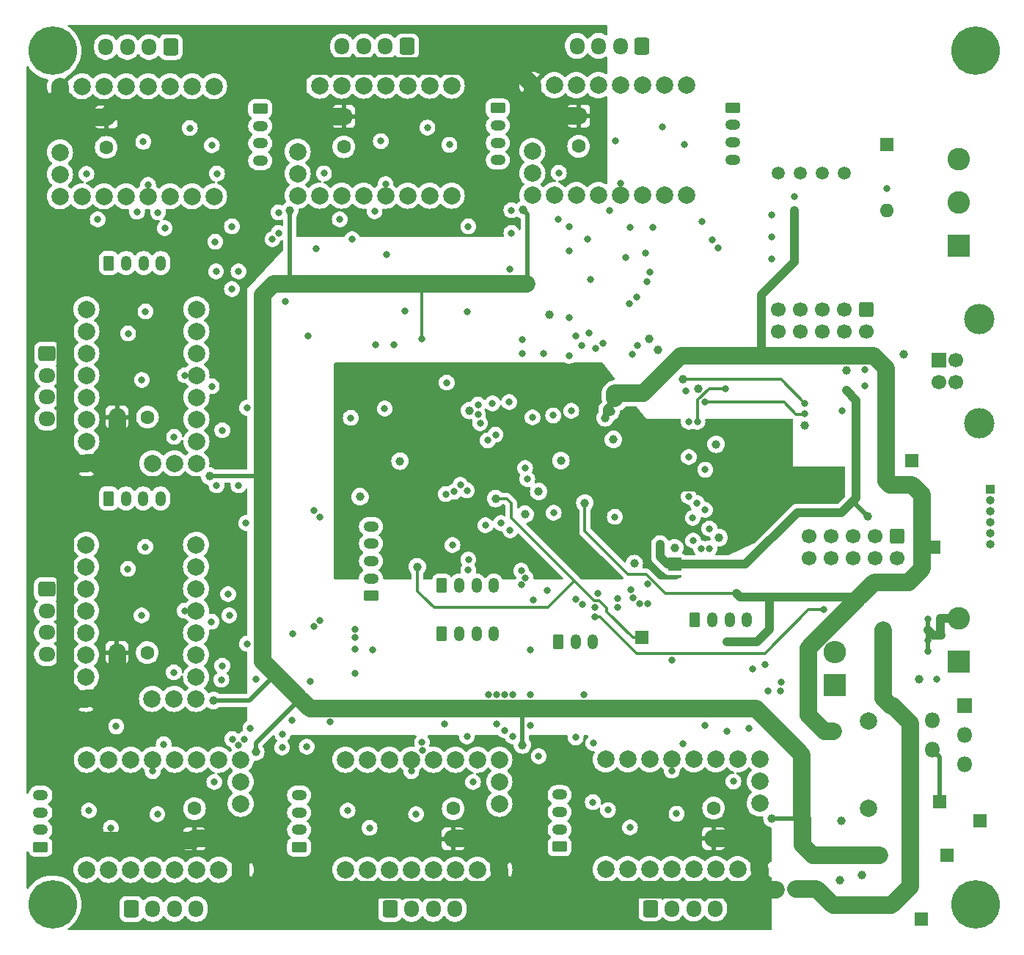
<source format=gbr>
%TF.GenerationSoftware,KiCad,Pcbnew,8.0.6*%
%TF.CreationDate,2025-02-03T11:58:56+03:00*%
%TF.ProjectId,multistepper,6d756c74-6973-4746-9570-7065722e6b69,rev?*%
%TF.SameCoordinates,Original*%
%TF.FileFunction,Copper,L3,Inr*%
%TF.FilePolarity,Positive*%
%FSLAX46Y46*%
G04 Gerber Fmt 4.6, Leading zero omitted, Abs format (unit mm)*
G04 Created by KiCad (PCBNEW 8.0.6) date 2025-02-03 11:58:56*
%MOMM*%
%LPD*%
G01*
G04 APERTURE LIST*
G04 Aperture macros list*
%AMRoundRect*
0 Rectangle with rounded corners*
0 $1 Rounding radius*
0 $2 $3 $4 $5 $6 $7 $8 $9 X,Y pos of 4 corners*
0 Add a 4 corners polygon primitive as box body*
4,1,4,$2,$3,$4,$5,$6,$7,$8,$9,$2,$3,0*
0 Add four circle primitives for the rounded corners*
1,1,$1+$1,$2,$3*
1,1,$1+$1,$4,$5*
1,1,$1+$1,$6,$7*
1,1,$1+$1,$8,$9*
0 Add four rect primitives between the rounded corners*
20,1,$1+$1,$2,$3,$4,$5,0*
20,1,$1+$1,$4,$5,$6,$7,0*
20,1,$1+$1,$6,$7,$8,$9,0*
20,1,$1+$1,$8,$9,$2,$3,0*%
G04 Aperture macros list end*
%TA.AperFunction,ComponentPad*%
%ADD10RoundRect,0.250000X0.600000X0.725000X-0.600000X0.725000X-0.600000X-0.725000X0.600000X-0.725000X0*%
%TD*%
%TA.AperFunction,ComponentPad*%
%ADD11O,1.700000X1.950000*%
%TD*%
%TA.AperFunction,ComponentPad*%
%ADD12RoundRect,0.250000X-0.725000X0.600000X-0.725000X-0.600000X0.725000X-0.600000X0.725000X0.600000X0*%
%TD*%
%TA.AperFunction,ComponentPad*%
%ADD13O,1.950000X1.700000*%
%TD*%
%TA.AperFunction,ComponentPad*%
%ADD14RoundRect,0.250000X0.625000X-0.350000X0.625000X0.350000X-0.625000X0.350000X-0.625000X-0.350000X0*%
%TD*%
%TA.AperFunction,ComponentPad*%
%ADD15O,1.750000X1.200000*%
%TD*%
%TA.AperFunction,ComponentPad*%
%ADD16RoundRect,0.250000X-0.600000X0.600000X-0.600000X-0.600000X0.600000X-0.600000X0.600000X0.600000X0*%
%TD*%
%TA.AperFunction,ComponentPad*%
%ADD17C,1.700000*%
%TD*%
%TA.AperFunction,ComponentPad*%
%ADD18C,5.600000*%
%TD*%
%TA.AperFunction,ComponentPad*%
%ADD19R,1.600000X1.600000*%
%TD*%
%TA.AperFunction,ComponentPad*%
%ADD20O,1.600000X1.600000*%
%TD*%
%TA.AperFunction,ComponentPad*%
%ADD21C,1.600000*%
%TD*%
%TA.AperFunction,ComponentPad*%
%ADD22RoundRect,0.250000X-0.350000X-0.625000X0.350000X-0.625000X0.350000X0.625000X-0.350000X0.625000X0*%
%TD*%
%TA.AperFunction,ComponentPad*%
%ADD23O,1.200000X1.750000*%
%TD*%
%TA.AperFunction,ComponentPad*%
%ADD24C,2.000000*%
%TD*%
%TA.AperFunction,ComponentPad*%
%ADD25R,2.600000X2.600000*%
%TD*%
%TA.AperFunction,ComponentPad*%
%ADD26C,2.600000*%
%TD*%
%TA.AperFunction,ComponentPad*%
%ADD27R,1.500000X1.500000*%
%TD*%
%TA.AperFunction,ComponentPad*%
%ADD28R,1.000000X1.000000*%
%TD*%
%TA.AperFunction,ComponentPad*%
%ADD29O,1.000000X1.000000*%
%TD*%
%TA.AperFunction,ComponentPad*%
%ADD30RoundRect,0.250000X-0.625000X0.350000X-0.625000X-0.350000X0.625000X-0.350000X0.625000X0.350000X0*%
%TD*%
%TA.AperFunction,ComponentPad*%
%ADD31RoundRect,0.250000X-0.600000X-0.725000X0.600000X-0.725000X0.600000X0.725000X-0.600000X0.725000X0*%
%TD*%
%TA.AperFunction,ComponentPad*%
%ADD32C,1.500000*%
%TD*%
%TA.AperFunction,ComponentPad*%
%ADD33O,2.600000X2.600000*%
%TD*%
%TA.AperFunction,ComponentPad*%
%ADD34R,1.800000X1.800000*%
%TD*%
%TA.AperFunction,ComponentPad*%
%ADD35O,1.800000X1.800000*%
%TD*%
%TA.AperFunction,ComponentPad*%
%ADD36R,1.700000X1.700000*%
%TD*%
%TA.AperFunction,ComponentPad*%
%ADD37C,3.500000*%
%TD*%
%TA.AperFunction,ViaPad*%
%ADD38C,1.000000*%
%TD*%
%TA.AperFunction,ViaPad*%
%ADD39C,0.800000*%
%TD*%
%TA.AperFunction,Conductor*%
%ADD40C,1.000000*%
%TD*%
%TA.AperFunction,Conductor*%
%ADD41C,0.500000*%
%TD*%
%TA.AperFunction,Conductor*%
%ADD42C,0.300000*%
%TD*%
%TA.AperFunction,Conductor*%
%ADD43C,2.000000*%
%TD*%
G04 APERTURE END LIST*
D10*
%TO.N,Net-(J17-Pad1)*%
%TO.C,J17*%
X99921075Y-41501827D03*
D11*
%TO.N,Net-(J17-Pad2)*%
X97421075Y-41501827D03*
%TO.N,Net-(J17-Pad3)*%
X94921075Y-41501827D03*
%TO.N,Net-(J17-Pad4)*%
X92421075Y-41501827D03*
%TD*%
D12*
%TO.N,Net-(J12-Pad1)*%
%TO.C,J12*%
X58374000Y-76974000D03*
D13*
%TO.N,Net-(J12-Pad2)*%
X58374000Y-79474000D03*
%TO.N,Net-(J12-Pad3)*%
X58374000Y-81974000D03*
%TO.N,Net-(J12-Pad4)*%
X58374000Y-84474000D03*
%TD*%
D14*
%TO.N,GND*%
%TO.C,J6*%
X95758000Y-104902000D03*
D15*
%TO.N,Net-(J6-Pad2)*%
X95758000Y-102902000D03*
%TO.N,Net-(J6-Pad3)*%
X95758000Y-100902000D03*
%TO.N,Net-(J6-Pad4)*%
X95758000Y-98902000D03*
%TO.N,Net-(J6-Pad5)*%
X95758000Y-96902000D03*
%TD*%
D16*
%TO.N,GND*%
%TO.C,J2*%
X152958800Y-71840700D03*
D17*
%TO.N,Net-(J2-Pad2)*%
X152958800Y-74380700D03*
%TO.N,Net-(J2-Pad3)*%
X150418800Y-71840700D03*
%TO.N,Net-(J2-Pad4)*%
X150418800Y-74380700D03*
%TO.N,Net-(J2-Pad5)*%
X147878800Y-71840700D03*
%TO.N,Net-(J2-Pad6)*%
X147878800Y-74380700D03*
%TO.N,Net-(J2-Pad7)*%
X145338800Y-71840700D03*
%TO.N,Net-(J2-Pad8)*%
X145338800Y-74380700D03*
%TO.N,GND*%
X142798800Y-71840700D03*
%TO.N,Net-(J2-Pad10)*%
X142798800Y-74380700D03*
%TD*%
D14*
%TO.N,Net-(J22-Pad1)*%
%TO.C,J22*%
X87466000Y-133934000D03*
D15*
%TO.N,M5_L0*%
X87466000Y-131934000D03*
%TO.N,M5_L1*%
X87466000Y-129934000D03*
%TO.N,GND*%
X87466000Y-127934000D03*
%TD*%
D18*
%TO.N,N/C*%
%TO.C,H4*%
X165500000Y-140500000D03*
%TD*%
D19*
%TO.N,Net-(R18-Pad1)*%
%TO.C,SW3*%
X155295600Y-52832000D03*
D20*
%TO.N,/CANL*%
X155295600Y-60452000D03*
%TD*%
D19*
%TO.N,/Motors/Vm*%
%TO.C,C24*%
X105246000Y-132978000D03*
D21*
%TO.N,GND*%
X105246000Y-129478000D03*
%TD*%
D22*
%TO.N,Net-(J4-Pad1)*%
%TO.C,J5*%
X103934000Y-103733600D03*
D23*
%TO.N,ADC2*%
X105934000Y-103733600D03*
%TO.N,ADC3*%
X107934000Y-103733600D03*
%TO.N,GND*%
X109934000Y-103733600D03*
%TD*%
D22*
%TO.N,Net-(J11-Pad1)*%
%TO.C,J11*%
X65500000Y-66500000D03*
D23*
%TO.N,M0_L0*%
X67500000Y-66500000D03*
%TO.N,M0_L1*%
X69500000Y-66500000D03*
%TO.N,GND*%
X71500000Y-66500000D03*
%TD*%
D24*
%TO.N,/Motors/stepper_M5/~{ENx}*%
%TO.C,XX5*%
X140640000Y-123774000D03*
%TO.N,/Motors/stepper_M5/MS1*%
X138100000Y-123774000D03*
%TO.N,/Motors/stepper_M5/MS2*%
X135560000Y-123774000D03*
%TO.N,/Motors/stepper_M5/SPR*%
X133020000Y-123774000D03*
%TO.N,/Motors/stepper_M5/U*%
X130480000Y-123774000D03*
%TO.N,/Motors/stepper_M5/CLK*%
X127940000Y-123774000D03*
%TO.N,/Motors/stepper_M5/STEPx*%
X125400000Y-123774000D03*
%TO.N,/Motors/stepper_M5/DIRx*%
X122860000Y-123774000D03*
%TO.N,GND*%
X122860000Y-136474000D03*
%TO.N,Vio*%
X125400000Y-136474000D03*
%TO.N,Net-(J21-Pad1)*%
X127940000Y-136474000D03*
%TO.N,Net-(J21-Pad2)*%
X130480000Y-136474000D03*
%TO.N,Net-(J21-Pad3)*%
X133020000Y-136474000D03*
%TO.N,Net-(J21-Pad4)*%
X135560000Y-136474000D03*
%TO.N,GND*%
X138100000Y-136474000D03*
%TO.N,/Motors/Vm*%
X140640000Y-136474000D03*
%TO.N,/Motors/DIAG4*%
X140640000Y-126314000D03*
%TO.N,unconnected-(XX5-Pad18)*%
X140640000Y-128854000D03*
%TD*%
D22*
%TO.N,Net-(J13-Pad1)*%
%TO.C,J13*%
X117380000Y-110194000D03*
D23*
%TO.N,Net-(J13-Pad2)*%
X119380000Y-110194000D03*
%TO.N,GND*%
X121380000Y-110194000D03*
%TD*%
D24*
%TO.N,/Motors/stepper_M8/~{ENx}*%
%TO.C,XX8*%
X75572000Y-116801600D03*
%TO.N,/Motors/stepper_M8/MS1*%
X75572000Y-114261600D03*
%TO.N,/Motors/stepper_M8/MS2*%
X75572000Y-111721600D03*
%TO.N,/Motors/stepper_M8/SPR*%
X75572000Y-109181600D03*
%TO.N,/Motors/stepper_M8/U*%
X75572000Y-106641600D03*
%TO.N,/Motors/stepper_M8/CLK*%
X75572000Y-104101600D03*
%TO.N,/Motors/stepper_M8/STEPx*%
X75572000Y-101561600D03*
%TO.N,/Motors/stepper_M8/DIRx*%
X75572000Y-99021600D03*
%TO.N,GND*%
X62872000Y-99021600D03*
%TO.N,Vio*%
X62872000Y-101561600D03*
%TO.N,Net-(J27-Pad1)*%
X62872000Y-104101600D03*
%TO.N,Net-(J27-Pad2)*%
X62872000Y-106641600D03*
%TO.N,Net-(J27-Pad3)*%
X62872000Y-109181600D03*
%TO.N,Net-(J27-Pad4)*%
X62872000Y-111721600D03*
%TO.N,GND*%
X62872000Y-114261600D03*
%TO.N,/Motors/Vm*%
X62872000Y-116801600D03*
%TO.N,/Motors/DIAG7*%
X73032000Y-116801600D03*
%TO.N,unconnected-(XX8-Pad18)*%
X70492000Y-116801600D03*
%TD*%
%TO.N,/Motors/stepper_M3/~{ENx}*%
%TO.C,XX3*%
X87281075Y-58727827D03*
%TO.N,/Motors/stepper_M3/MS1*%
X89821075Y-58727827D03*
%TO.N,/Motors/stepper_M3/MS2*%
X92361075Y-58727827D03*
%TO.N,/Motors/stepper_M3/SPR*%
X94901075Y-58727827D03*
%TO.N,/Motors/stepper_M3/U*%
X97441075Y-58727827D03*
%TO.N,/Motors/stepper_M3/CLK*%
X99981075Y-58727827D03*
%TO.N,/Motors/stepper_M3/STEPx*%
X102521075Y-58727827D03*
%TO.N,/Motors/stepper_M3/DIRx*%
X105061075Y-58727827D03*
%TO.N,GND*%
X105061075Y-46027827D03*
%TO.N,Vio*%
X102521075Y-46027827D03*
%TO.N,Net-(J17-Pad1)*%
X99981075Y-46027827D03*
%TO.N,Net-(J17-Pad2)*%
X97441075Y-46027827D03*
%TO.N,Net-(J17-Pad3)*%
X94901075Y-46027827D03*
%TO.N,Net-(J17-Pad4)*%
X92361075Y-46027827D03*
%TO.N,GND*%
X89821075Y-46027827D03*
%TO.N,/Motors/Vm*%
X87281075Y-46027827D03*
%TO.N,/Motors/DIAG2*%
X87281075Y-56187827D03*
%TO.N,unconnected-(XX3-Pad18)*%
X87281075Y-53647827D03*
%TD*%
D25*
%TO.N,GND*%
%TO.C,J10*%
X163576000Y-112482000D03*
D26*
%TO.N,Net-(J10-Pad2)*%
X163576000Y-107482000D03*
%TD*%
D16*
%TO.N,Net-(J3-Pad1)*%
%TO.C,J3*%
X156464000Y-98044000D03*
D17*
%TO.N,GND*%
X156464000Y-100584000D03*
%TO.N,Net-(J3-Pad3)*%
X153924000Y-98044000D03*
%TO.N,Net-(J3-Pad4)*%
X153924000Y-100584000D03*
%TO.N,Net-(J3-Pad5)*%
X151384000Y-98044000D03*
%TO.N,Net-(J3-Pad6)*%
X151384000Y-100584000D03*
%TO.N,Net-(J3-Pad7)*%
X148844000Y-98044000D03*
%TO.N,Net-(J3-Pad8)*%
X148844000Y-100584000D03*
%TO.N,Net-(J3-Pad9)*%
X146304000Y-98044000D03*
%TO.N,GND*%
X146304000Y-100584000D03*
%TD*%
D27*
%TO.N,GND*%
%TO.C,TP3*%
X166090600Y-130860800D03*
%TD*%
D28*
%TO.N,/MCU base/SWCLK*%
%TO.C,J1*%
X167258600Y-92608400D03*
D29*
%TO.N,/MCU base/SWDIO*%
X167258600Y-93878400D03*
%TO.N,GND*%
X167258600Y-95148400D03*
%TO.N,Net-(J1-Pad4)*%
X167258600Y-96418400D03*
%TO.N,/MCU base/BOOT0*%
X167258600Y-97688400D03*
%TO.N,/MCU base/NRST*%
X167258600Y-98958400D03*
%TD*%
D14*
%TO.N,Net-(J24-Pad1)*%
%TO.C,J24*%
X57604925Y-133934000D03*
D15*
%TO.N,M6_L0*%
X57604925Y-131934000D03*
%TO.N,M6_L1*%
X57604925Y-129934000D03*
%TO.N,GND*%
X57604925Y-127934000D03*
%TD*%
D18*
%TO.N,N/C*%
%TO.C,H1*%
X59000000Y-42000000D03*
%TD*%
D19*
%TO.N,/Motors/Vm*%
%TO.C,C23*%
X135306000Y-132918000D03*
D21*
%TO.N,GND*%
X135306000Y-129418000D03*
%TD*%
D10*
%TO.N,Net-(J19-Pad1)*%
%TO.C,J19*%
X127026450Y-41440000D03*
D11*
%TO.N,Net-(J19-Pad2)*%
X124526450Y-41440000D03*
%TO.N,Net-(J19-Pad3)*%
X122026450Y-41440000D03*
%TO.N,Net-(J19-Pad4)*%
X119526450Y-41440000D03*
%TD*%
D27*
%TO.N,Vdrive*%
%TO.C,TP2*%
X159258000Y-142240000D03*
%TD*%
D30*
%TO.N,Net-(J14-Pad1)*%
%TO.C,J14*%
X82974000Y-48689654D03*
D15*
%TO.N,M1_L0*%
X82974000Y-50689654D03*
%TO.N,M1_L1*%
X82974000Y-52689654D03*
%TO.N,GND*%
X82974000Y-54689654D03*
%TD*%
D18*
%TO.N,N/C*%
%TO.C,H3*%
X59000000Y-140500000D03*
%TD*%
D31*
%TO.N,Net-(J23-Pad1)*%
%TO.C,J23*%
X97940000Y-141060000D03*
D11*
%TO.N,Net-(J23-Pad2)*%
X100440000Y-141060000D03*
%TO.N,Net-(J23-Pad3)*%
X102940000Y-141060000D03*
%TO.N,Net-(J23-Pad4)*%
X105440000Y-141060000D03*
%TD*%
D31*
%TO.N,Net-(J25-Pad1)*%
%TO.C,J25*%
X68078925Y-141060000D03*
D11*
%TO.N,Net-(J25-Pad2)*%
X70578925Y-141060000D03*
%TO.N,Net-(J25-Pad3)*%
X73078925Y-141060000D03*
%TO.N,Net-(J25-Pad4)*%
X75578925Y-141060000D03*
%TD*%
D24*
%TO.N,/Motors/stepper_M4/~{ENx}*%
%TO.C,XX4*%
X114386450Y-58666000D03*
%TO.N,/Motors/stepper_M4/MS1*%
X116926450Y-58666000D03*
%TO.N,/Motors/stepper_M4/MS2*%
X119466450Y-58666000D03*
%TO.N,/Motors/stepper_M4/SPR*%
X122006450Y-58666000D03*
%TO.N,/Motors/stepper_M4/U*%
X124546450Y-58666000D03*
%TO.N,/Motors/stepper_M4/CLK*%
X127086450Y-58666000D03*
%TO.N,/Motors/stepper_M4/STEPx*%
X129626450Y-58666000D03*
%TO.N,/Motors/stepper_M4/DIRx*%
X132166450Y-58666000D03*
%TO.N,GND*%
X132166450Y-45966000D03*
%TO.N,Vio*%
X129626450Y-45966000D03*
%TO.N,Net-(J19-Pad1)*%
X127086450Y-45966000D03*
%TO.N,Net-(J19-Pad2)*%
X124546450Y-45966000D03*
%TO.N,Net-(J19-Pad3)*%
X122006450Y-45966000D03*
%TO.N,Net-(J19-Pad4)*%
X119466450Y-45966000D03*
%TO.N,GND*%
X116926450Y-45966000D03*
%TO.N,/Motors/Vm*%
X114386450Y-45966000D03*
%TO.N,/Motors/DIAG3*%
X114386450Y-56126000D03*
%TO.N,unconnected-(XX4-Pad18)*%
X114386450Y-53586000D03*
%TD*%
D18*
%TO.N,N/C*%
%TO.C,H2*%
X165500000Y-42000000D03*
%TD*%
D31*
%TO.N,Net-(J21-Pad1)*%
%TO.C,J21*%
X128000000Y-141000000D03*
D11*
%TO.N,Net-(J21-Pad2)*%
X130500000Y-141000000D03*
%TO.N,Net-(J21-Pad3)*%
X133000000Y-141000000D03*
%TO.N,Net-(J21-Pad4)*%
X135500000Y-141000000D03*
%TD*%
D19*
%TO.N,/Motors/Vm*%
%TO.C,C21*%
X92615075Y-49583827D03*
D21*
%TO.N,GND*%
X92615075Y-53083827D03*
%TD*%
D19*
%TO.N,/Motors/Vm*%
%TO.C,C22*%
X119720450Y-49522000D03*
D21*
%TO.N,GND*%
X119720450Y-53022000D03*
%TD*%
D30*
%TO.N,Net-(J18-Pad1)*%
%TO.C,J18*%
X137500450Y-48566000D03*
D15*
%TO.N,M3_L0*%
X137500450Y-50566000D03*
%TO.N,M3_L1*%
X137500450Y-52566000D03*
%TO.N,GND*%
X137500450Y-54566000D03*
%TD*%
D32*
%TO.N,GND*%
%TO.C,Q1*%
X142798800Y-56083200D03*
%TO.N,Net-(C10-Pad1)*%
X145338800Y-56083200D03*
%TO.N,Earth*%
X147878800Y-56083200D03*
%TO.N,Net-(C11-Pad1)*%
X150418800Y-56083200D03*
%TD*%
D24*
%TO.N,/Motors/stepper_M6/~{ENx}*%
%TO.C,XX6*%
X110580000Y-123834000D03*
%TO.N,/Motors/stepper_M6/MS1*%
X108040000Y-123834000D03*
%TO.N,/Motors/stepper_M6/MS2*%
X105500000Y-123834000D03*
%TO.N,/Motors/stepper_M6/SPR*%
X102960000Y-123834000D03*
%TO.N,/Motors/stepper_M6/U*%
X100420000Y-123834000D03*
%TO.N,/Motors/stepper_M6/CLK*%
X97880000Y-123834000D03*
%TO.N,/Motors/stepper_M6/STEPx*%
X95340000Y-123834000D03*
%TO.N,/Motors/stepper_M6/DIRx*%
X92800000Y-123834000D03*
%TO.N,GND*%
X92800000Y-136534000D03*
%TO.N,Vio*%
X95340000Y-136534000D03*
%TO.N,Net-(J23-Pad1)*%
X97880000Y-136534000D03*
%TO.N,Net-(J23-Pad2)*%
X100420000Y-136534000D03*
%TO.N,Net-(J23-Pad3)*%
X102960000Y-136534000D03*
%TO.N,Net-(J23-Pad4)*%
X105500000Y-136534000D03*
%TO.N,GND*%
X108040000Y-136534000D03*
%TO.N,/Motors/Vm*%
X110580000Y-136534000D03*
%TO.N,/Motors/DIAG5*%
X110580000Y-126374000D03*
%TO.N,unconnected-(XX6-Pad18)*%
X110580000Y-128914000D03*
%TD*%
D25*
%TO.N,Net-(D26-Pad1)*%
%TO.C,D26*%
X149250400Y-115194400D03*
D33*
%TO.N,GND*%
X149250400Y-111384400D03*
%TD*%
D27*
%TO.N,+3.3VADC*%
%TO.C,TP6*%
X127000000Y-109728000D03*
%TD*%
D19*
%TO.N,/Motors/Vm*%
%TO.C,C19*%
X66456000Y-84280000D03*
D21*
%TO.N,GND*%
X69956000Y-84280000D03*
%TD*%
D34*
%TO.N,Vdrive*%
%TO.C,U5*%
X164287200Y-117602000D03*
D35*
%TO.N,Net-(D26-Pad1)*%
X160587200Y-119302000D03*
%TO.N,GND*%
X164287200Y-121002000D03*
%TO.N,Net-(C17-Pad1)*%
X160587200Y-122702000D03*
%TO.N,GND*%
X164287200Y-124402000D03*
%TD*%
D12*
%TO.N,Net-(J27-Pad1)*%
%TO.C,J27*%
X58346000Y-104161600D03*
D13*
%TO.N,Net-(J27-Pad2)*%
X58346000Y-106661600D03*
%TO.N,Net-(J27-Pad3)*%
X58346000Y-109161600D03*
%TO.N,Net-(J27-Pad4)*%
X58346000Y-111661600D03*
%TD*%
D22*
%TO.N,GND*%
%TO.C,J7*%
X133144000Y-107704800D03*
D23*
%TO.N,Net-(J7-Pad2)*%
X135144000Y-107704800D03*
%TO.N,Net-(J7-Pad3)*%
X137144000Y-107704800D03*
%TO.N,Net-(J7-Pad4)*%
X139144000Y-107704800D03*
%TD*%
D27*
%TO.N,Net-(C17-Pad1)*%
%TO.C,TP4*%
X161366200Y-128701800D03*
%TD*%
D10*
%TO.N,Net-(J15-Pad1)*%
%TO.C,J15*%
X72644000Y-41563654D03*
D11*
%TO.N,Net-(J15-Pad2)*%
X70144000Y-41563654D03*
%TO.N,Net-(J15-Pad3)*%
X67644000Y-41563654D03*
%TO.N,Net-(J15-Pad4)*%
X65144000Y-41563654D03*
%TD*%
D24*
%TO.N,Net-(C17-Pad1)*%
%TO.C,L1*%
X153162000Y-129409200D03*
%TO.N,Net-(D26-Pad1)*%
X153162000Y-119409200D03*
%TD*%
D19*
%TO.N,/Motors/Vm*%
%TO.C,C20*%
X65194000Y-49645654D03*
D21*
%TO.N,GND*%
X65194000Y-53145654D03*
%TD*%
D24*
%TO.N,/Motors/stepper_M2/~{ENx}*%
%TO.C,XX2*%
X59860000Y-58789654D03*
%TO.N,/Motors/stepper_M2/MS1*%
X62400000Y-58789654D03*
%TO.N,/Motors/stepper_M2/MS2*%
X64940000Y-58789654D03*
%TO.N,/Motors/stepper_M2/SPR*%
X67480000Y-58789654D03*
%TO.N,/Motors/stepper_M2/U*%
X70020000Y-58789654D03*
%TO.N,/Motors/stepper_M2/CLK*%
X72560000Y-58789654D03*
%TO.N,/Motors/stepper_M2/STEPx*%
X75100000Y-58789654D03*
%TO.N,/Motors/stepper_M2/DIRx*%
X77640000Y-58789654D03*
%TO.N,GND*%
X77640000Y-46089654D03*
%TO.N,Vio*%
X75100000Y-46089654D03*
%TO.N,Net-(J15-Pad1)*%
X72560000Y-46089654D03*
%TO.N,Net-(J15-Pad2)*%
X70020000Y-46089654D03*
%TO.N,Net-(J15-Pad3)*%
X67480000Y-46089654D03*
%TO.N,Net-(J15-Pad4)*%
X64940000Y-46089654D03*
%TO.N,GND*%
X62400000Y-46089654D03*
%TO.N,/Motors/Vm*%
X59860000Y-46089654D03*
%TO.N,/Motors/DIAG1*%
X59860000Y-56249654D03*
%TO.N,unconnected-(XX2-Pad18)*%
X59860000Y-53709654D03*
%TD*%
D25*
%TO.N,/CANL*%
%TO.C,J9*%
X163576000Y-64516000D03*
D26*
%TO.N,Earth*%
X163576000Y-59516000D03*
%TO.N,/CANH*%
X163576000Y-54516000D03*
%TD*%
D19*
%TO.N,/Motors/Vm*%
%TO.C,C25*%
X75384925Y-132978000D03*
D21*
%TO.N,GND*%
X75384925Y-129478000D03*
%TD*%
D24*
%TO.N,/Motors/stepper_M7/~{ENx}*%
%TO.C,XX7*%
X80718925Y-123834000D03*
%TO.N,/Motors/stepper_M7/MS1*%
X78178925Y-123834000D03*
%TO.N,/Motors/stepper_M7/MS2*%
X75638925Y-123834000D03*
%TO.N,/Motors/stepper_M7/SPR*%
X73098925Y-123834000D03*
%TO.N,/Motors/stepper_M7/U*%
X70558925Y-123834000D03*
%TO.N,/Motors/stepper_M7/CLK*%
X68018925Y-123834000D03*
%TO.N,/Motors/stepper_M7/STEPx*%
X65478925Y-123834000D03*
%TO.N,/Motors/stepper_M7/DIRx*%
X62938925Y-123834000D03*
%TO.N,GND*%
X62938925Y-136534000D03*
%TO.N,Vio*%
X65478925Y-136534000D03*
%TO.N,Net-(J25-Pad1)*%
X68018925Y-136534000D03*
%TO.N,Net-(J25-Pad2)*%
X70558925Y-136534000D03*
%TO.N,Net-(J25-Pad3)*%
X73098925Y-136534000D03*
%TO.N,Net-(J25-Pad4)*%
X75638925Y-136534000D03*
%TO.N,GND*%
X78178925Y-136534000D03*
%TO.N,/Motors/Vm*%
X80718925Y-136534000D03*
%TO.N,/Motors/DIAG6*%
X80718925Y-126374000D03*
%TO.N,unconnected-(XX7-Pad18)*%
X80718925Y-128914000D03*
%TD*%
D22*
%TO.N,Net-(J26-Pad1)*%
%TO.C,J26*%
X65472000Y-93687600D03*
D23*
%TO.N,M7_L0*%
X67472000Y-93687600D03*
%TO.N,M7_L1*%
X69472000Y-93687600D03*
%TO.N,GND*%
X71472000Y-93687600D03*
%TD*%
D22*
%TO.N,Net-(J4-Pad1)*%
%TO.C,J4*%
X103934000Y-109321600D03*
D23*
%TO.N,ADC0*%
X105934000Y-109321600D03*
%TO.N,ADC1*%
X107934000Y-109321600D03*
%TO.N,GND*%
X109934000Y-109321600D03*
%TD*%
D14*
%TO.N,Net-(J20-Pad1)*%
%TO.C,J20*%
X117526000Y-133874000D03*
D15*
%TO.N,M4_L0*%
X117526000Y-131874000D03*
%TO.N,M4_L1*%
X117526000Y-129874000D03*
%TO.N,GND*%
X117526000Y-127874000D03*
%TD*%
D30*
%TO.N,Net-(J16-Pad1)*%
%TO.C,J16*%
X110395075Y-48627827D03*
D15*
%TO.N,M2_L0*%
X110395075Y-50627827D03*
%TO.N,M2_L1*%
X110395075Y-52627827D03*
%TO.N,GND*%
X110395075Y-54627827D03*
%TD*%
D27*
%TO.N,Vio*%
%TO.C,TP8*%
X162255200Y-134823200D03*
%TD*%
%TO.N,+3V3*%
%TO.C,TP5*%
X130810000Y-101244400D03*
%TD*%
D19*
%TO.N,/Motors/Vm*%
%TO.C,C26*%
X66428000Y-111467600D03*
D21*
%TO.N,GND*%
X69928000Y-111467600D03*
%TD*%
D24*
%TO.N,/Motors/stepper_M1/~{ENx}*%
%TO.C,XX1*%
X75600000Y-89614000D03*
%TO.N,/Motors/stepper_M1/MS1*%
X75600000Y-87074000D03*
%TO.N,/Motors/stepper_M1/MS2*%
X75600000Y-84534000D03*
%TO.N,/Motors/stepper_M1/SPR*%
X75600000Y-81994000D03*
%TO.N,/Motors/stepper_M1/U*%
X75600000Y-79454000D03*
%TO.N,/Motors/stepper_M1/CLK*%
X75600000Y-76914000D03*
%TO.N,/Motors/stepper_M1/STEPx*%
X75600000Y-74374000D03*
%TO.N,/Motors/stepper_M1/DIRx*%
X75600000Y-71834000D03*
%TO.N,GND*%
X62900000Y-71834000D03*
%TO.N,Vio*%
X62900000Y-74374000D03*
%TO.N,Net-(J12-Pad1)*%
X62900000Y-76914000D03*
%TO.N,Net-(J12-Pad2)*%
X62900000Y-79454000D03*
%TO.N,Net-(J12-Pad3)*%
X62900000Y-81994000D03*
%TO.N,Net-(J12-Pad4)*%
X62900000Y-84534000D03*
%TO.N,GND*%
X62900000Y-87074000D03*
%TO.N,/Motors/Vm*%
X62900000Y-89614000D03*
%TO.N,/Motors/DIAG0*%
X73060000Y-89614000D03*
%TO.N,unconnected-(XX1-Pad18)*%
X70520000Y-89614000D03*
%TD*%
D36*
%TO.N,/VB*%
%TO.C,J8*%
X161290000Y-77730000D03*
D17*
%TO.N,Net-(J8-Pad2)*%
X161290000Y-80230000D03*
%TO.N,Net-(J8-Pad3)*%
X163290000Y-80230000D03*
%TO.N,GND*%
X163290000Y-77730000D03*
D37*
X166000000Y-72960000D03*
X166000000Y-85000000D03*
%TD*%
D27*
%TO.N,Net-(D22-Pad1)*%
%TO.C,TP1*%
X158167500Y-89348000D03*
%TD*%
%TO.N,+5V*%
%TO.C,TP7*%
X160731200Y-99314000D03*
%TD*%
D38*
%TO.N,GND*%
X145821000Y-85217000D03*
D39*
X99669600Y-72034400D03*
X121412000Y-121909100D03*
X88493600Y-74930000D03*
D38*
X94488000Y-93472000D03*
D39*
X114401600Y-84328000D03*
D38*
X127863600Y-75285600D03*
D39*
X142033000Y-66040000D03*
D38*
X117683600Y-89306400D03*
X115112800Y-92863500D03*
D39*
X101650800Y-121818400D03*
D38*
X113538000Y-95504000D03*
X149910800Y-137749000D03*
D39*
X125120400Y-65887600D03*
D38*
X116332000Y-72440800D03*
X152450000Y-137174000D03*
D39*
X77978000Y-56184800D03*
X89458800Y-64871600D03*
D38*
X135585200Y-87426800D03*
D39*
X161086800Y-114503200D03*
X130454400Y-112369600D03*
D38*
X126136400Y-101193600D03*
X135940800Y-98196400D03*
X150063200Y-130860800D03*
D39*
X86715600Y-109321600D03*
D38*
X107137200Y-83515200D03*
D39*
X127457200Y-65328800D03*
D38*
X130810000Y-99364800D03*
X123734800Y-86868000D03*
X159004000Y-114503200D03*
X157276800Y-77012800D03*
D39*
X86664800Y-119278400D03*
D38*
X133578600Y-80975200D03*
X99110800Y-89357200D03*
D39*
X121056400Y-68427600D03*
%TO.N,/MCU base/NRST*%
X113538000Y-90170000D03*
X97332800Y-83312000D03*
%TO.N,/MCU base/BOOT0*%
X116789200Y-84099400D03*
X150164800Y-83548000D03*
D38*
%TO.N,+3V3*%
X150600000Y-78870400D03*
D39*
X129133600Y-98958400D03*
D38*
X153085800Y-95758000D03*
D39*
X129133600Y-100431600D03*
D38*
X150600000Y-81200000D03*
D39*
%TO.N,/MCU base/BTN1*%
X133432503Y-84836000D03*
X136652000Y-80975189D03*
%TO.N,/MCU base/BTN2_SDA*%
X132433000Y-84836000D03*
%TO.N,/MCU base/SWDIO*%
X145821400Y-83870800D03*
X134333000Y-82561000D03*
%TO.N,/MCU base/BTN3_SCL*%
X132130800Y-81280000D03*
D38*
%TO.N,/MCU base/SWCLK*%
X128879600Y-76504800D03*
D39*
X145821000Y-82677000D03*
D38*
X131792223Y-79925423D03*
D39*
%TO.N,M4_L0*%
X132435600Y-88900000D03*
X119380000Y-121259600D03*
X143103600Y-114858800D03*
%TO.N,M4_L1*%
X134333000Y-90361500D03*
X121361200Y-128727200D03*
%TO.N,/MCU base/BTN4*%
X122508007Y-75782947D03*
%TO.N,/MCU base/BTN5*%
X121666000Y-76327000D03*
%TO.N,/MCU base/BTN6*%
X120904000Y-74574400D03*
%TO.N,M3_L1*%
X135788400Y-64719200D03*
X125882400Y-77012800D03*
X127579800Y-68681600D03*
%TO.N,M3_L0*%
X126492000Y-76036700D03*
X135128000Y-63855600D03*
X127965200Y-67513200D03*
%TO.N,M2_L1*%
X120079500Y-75996800D03*
%TO.N,M2_L0*%
X119380000Y-74930000D03*
%TO.N,M1_L0*%
X113205734Y-75363866D03*
X113182400Y-76911200D03*
%TO.N,M1_L1*%
X115671600Y-76911200D03*
%TO.N,/MCU base/SCRN_DCRS*%
X134808000Y-99435500D03*
%TO.N,/MCU base/SCRN_SCK*%
X133858000Y-99435500D03*
%TO.N,/MCU base/SCRN_MISO*%
X132943600Y-98552000D03*
%TO.N,/MCU base/SCRN_MOSI*%
X134808000Y-97160500D03*
%TO.N,/MCU base/SCRN_RST*%
X132892800Y-95910400D03*
%TO.N,/MCU base/SCRN_CS*%
X134315200Y-94996000D03*
%TO.N,M6_L1*%
X121564400Y-106273600D03*
X127696000Y-105785500D03*
X124216900Y-106273600D03*
%TO.N,M6_L0*%
X121909100Y-104597200D03*
X126746000Y-105785500D03*
X124216900Y-105237706D03*
%TO.N,M5_L1*%
X133400800Y-94234000D03*
%TO.N,M5_L0*%
X132435600Y-93472000D03*
%TO.N,/MCU base/A0*%
X105156000Y-99060000D03*
%TO.N,/MCU base/A1*%
X108966000Y-96774000D03*
%TO.N,/MCU base/A2*%
X110744000Y-96520000D03*
%TO.N,/MCU base/A3*%
X111815000Y-97337000D03*
%TO.N,/MCU base/A4*%
X116840000Y-95331600D03*
%TO.N,/MCU base/A5*%
X113792000Y-91440000D03*
%TO.N,ADC4*%
X121617266Y-107342466D03*
X147980400Y-106527600D03*
%TO.N,+5V*%
X144627600Y-60401200D03*
X136804400Y-110236000D03*
D38*
X146202400Y-118668800D03*
X122783600Y-84378800D03*
X149098000Y-120548400D03*
X137972800Y-104648000D03*
X155197900Y-90003120D03*
X120446800Y-94202100D03*
X143446500Y-67576700D03*
X123494800Y-83667600D03*
D39*
%TO.N,ADC0*%
X107004000Y-100722000D03*
D38*
%TO.N,Vdrive*%
X147167600Y-138734800D03*
X145999200Y-138734800D03*
D39*
X154905000Y-111379000D03*
D38*
X144743000Y-138836400D03*
D39*
X154905000Y-110109000D03*
X154905000Y-108839000D03*
D38*
X149088128Y-140655328D03*
D39*
X154889200Y-112268000D03*
%TO.N,ADC1*%
X106982978Y-101953778D03*
%TO.N,MUL0*%
X109778800Y-82702400D03*
%TO.N,MUL1*%
X108102400Y-82854800D03*
%TO.N,MUL2*%
X108102400Y-83972400D03*
%TO.N,MUL_EN*%
X108356400Y-84988400D03*
%TO.N,M1_DIR*%
X71944000Y-62483654D03*
X77774800Y-64047900D03*
D38*
%TO.N,+3.3VADC*%
X101092000Y-101549200D03*
X110134400Y-93675200D03*
D39*
%TO.N,USART3_TX*%
X123901200Y-95808800D03*
%TO.N,M6_STEP*%
X93882532Y-113842800D03*
X93878400Y-111099600D03*
%TO.N,M5_DIR*%
X141274800Y-112877600D03*
X139801600Y-113385600D03*
%TO.N,USB_DM*%
X152786500Y-80712000D03*
%TO.N,USB_DP*%
X152786500Y-78812000D03*
%TO.N,M4_DIR*%
X141579600Y-115925600D03*
X143052800Y-115925600D03*
%TO.N,CAN_RX*%
X125577600Y-71170800D03*
X142033000Y-60960000D03*
%TO.N,CAN_TX*%
X126390400Y-70459600D03*
X142033000Y-63500000D03*
%TO.N,USART2_TX*%
X118872000Y-83566000D03*
%TO.N,M3_STEP*%
X128270000Y-62382400D03*
X125670450Y-62360000D03*
%TO.N,Net-(C10-Pad1)*%
X144627600Y-58864700D03*
%TO.N,/MCU base/MOT_MUL0*%
X104394000Y-93167200D03*
%TO.N,/MCU base/MOT_MUL1*%
X105359802Y-92889531D03*
%TO.N,/MCU base/MOT_MUL2*%
X106070400Y-92100400D03*
%TO.N,/MCU base/MOT_MUL_EN*%
X106832400Y-92760800D03*
%TO.N,/MCU base/OUT1*%
X125780800Y-104241600D03*
%TO.N,/MCU base/OUT0*%
X127696000Y-103510500D03*
%TO.N,/MCU base/OUT2*%
X125964204Y-105122384D03*
%TO.N,/CANH*%
X155295600Y-57938000D03*
D38*
%TO.N,Net-(J10-Pad2)*%
X161544000Y-109423200D03*
X161482400Y-107482000D03*
D39*
X160055000Y-107569000D03*
X160070800Y-110083600D03*
X160070800Y-108864400D03*
X160070800Y-111353600D03*
D38*
%TO.N,/Motors/Vm*%
X142544800Y-138836400D03*
X139598400Y-138836400D03*
X138074400Y-138836400D03*
X141020800Y-138836400D03*
D39*
%TO.N,/Motors/USART0-3*%
X79705200Y-62280800D03*
X118618000Y-62280800D03*
X133959600Y-61671200D03*
X104807075Y-52853827D03*
X118618000Y-77216000D03*
X131912450Y-52792000D03*
X118618000Y-72796400D03*
X79705200Y-69494400D03*
X106984800Y-62280800D03*
X77386000Y-52915654D03*
X69726000Y-72088000D03*
X118618000Y-65125600D03*
%TO.N,/Motors/MOSI*%
X117434450Y-56094000D03*
X78587600Y-85801200D03*
X80467200Y-122174000D03*
X77670925Y-126406000D03*
X113095200Y-103625600D03*
X136855200Y-120548400D03*
X107532000Y-126406000D03*
X78587600Y-112979200D03*
X112115600Y-116281200D03*
X106832400Y-121158000D03*
X73028000Y-86566000D03*
X73000000Y-113753600D03*
X62908000Y-56217654D03*
X117348000Y-61468000D03*
X112115600Y-121158000D03*
X92151200Y-61468000D03*
X64211200Y-61468000D03*
X137592000Y-126346000D03*
X90329075Y-56155827D03*
%TO.N,/Motors/SCK*%
X110286800Y-119735600D03*
X84378800Y-63754000D03*
X81432400Y-83210400D03*
X81432400Y-110439200D03*
X69278500Y-107186499D03*
X93573600Y-63754000D03*
X100964899Y-130127500D03*
X96896176Y-52434327D03*
X69475101Y-52496154D03*
X120751600Y-63754000D03*
X131024899Y-130067500D03*
X81838800Y-120192800D03*
X134264400Y-119837200D03*
X69306500Y-79998899D03*
X110286800Y-116281200D03*
X104241600Y-119735600D03*
X71103824Y-130127500D03*
X113095200Y-102025600D03*
X124001551Y-52372500D03*
%TO.N,/Motors/MISO*%
X111201200Y-116281200D03*
X111963200Y-60401200D03*
X81127600Y-121462800D03*
X80467200Y-92151200D03*
X111963200Y-63042800D03*
X113588800Y-102819200D03*
X85090000Y-60655200D03*
X77876400Y-67462400D03*
X77927200Y-92151200D03*
X111201200Y-120446800D03*
X85496400Y-122428000D03*
X79756000Y-121462800D03*
X80467200Y-67462400D03*
X85547200Y-120904000D03*
X115112800Y-123444000D03*
X85090000Y-63042800D03*
%TO.N,/Motors/USART4-7*%
X63192925Y-129708000D03*
X82499200Y-114554000D03*
X93054000Y-129708000D03*
X78486000Y-114604800D03*
X91033600Y-119481600D03*
X123114000Y-129648000D03*
X66344800Y-119989600D03*
X120294400Y-116281200D03*
X81330800Y-96520000D03*
X69698000Y-99275600D03*
%TO.N,/Motors/DIAG4*%
X95961200Y-111150400D03*
X114147600Y-119848100D03*
X139344400Y-120243600D03*
X114147600Y-116281200D03*
X96266000Y-75946000D03*
X114147600Y-111150400D03*
X98399600Y-75931500D03*
%TO.N,/Motors/DIAG6*%
X93929200Y-109677200D03*
X88341200Y-122326400D03*
X88773000Y-114833400D03*
%TO.N,/Motors/DIAG7*%
X93878400Y-108762800D03*
%TO.N,/Motors/DIAG5*%
X109321600Y-116281200D03*
%TO.N,/Motors/DIAG3*%
X104495600Y-80314800D03*
X106881134Y-72138066D03*
X111810800Y-67208400D03*
%TO.N,/Motors/DIAG0*%
X93421200Y-84378800D03*
%TO.N,/Motors/DIAG1*%
X85902800Y-70967600D03*
%TO.N,/Motors/DIAG2*%
X97586800Y-65481200D03*
%TO.N,/Motors/stepper_M1/U*%
X74279200Y-79454000D03*
X67726000Y-74628000D03*
%TO.N,/Motors/stepper_M1/~{ENx}*%
X77378000Y-80724000D03*
%TO.N,/MCU base/USART1_RX*%
X114503200Y-105359200D03*
%TO.N,/MCU base/USART1_TX*%
X116078000Y-104292400D03*
%TO.N,M0_L1*%
X110134400Y-86309200D03*
%TO.N,M0_L0*%
X109220000Y-86969600D03*
%TO.N,M7_L0*%
X89865200Y-107746800D03*
X89865200Y-95859600D03*
X119430800Y-105308400D03*
%TO.N,M7_L1*%
X89154000Y-95097600D03*
X89154000Y-108458000D03*
X120142000Y-105918000D03*
%TO.N,M7_DIR*%
X79400400Y-107188000D03*
X79266000Y-104717600D03*
D38*
%TO.N,MCU3v3*%
X149275800Y-90703400D03*
X113385600Y-86156800D03*
D39*
X115112800Y-94588500D03*
D38*
X119938800Y-86106000D03*
X124815600Y-84124800D03*
D39*
X115493800Y-83566000D03*
D38*
X109169200Y-79400400D03*
X125222000Y-95046800D03*
D39*
X100584000Y-100056000D03*
%TO.N,/Motors/stepper_M2/U*%
X70020000Y-57468854D03*
X74846000Y-50915654D03*
%TO.N,/Motors/stepper_M2/STEPx*%
X71170800Y-60655200D03*
%TO.N,/Motors/stepper_M2/~{ENx}*%
X68750000Y-60567654D03*
%TO.N,/Motors/stepper_M3/U*%
X97441075Y-57407027D03*
X102267075Y-50853827D03*
%TO.N,/Motors/stepper_M3/~{ENx}*%
X96171075Y-60505827D03*
%TO.N,/Motors/stepper_M4/U*%
X129372450Y-50792000D03*
X124546450Y-57345200D03*
%TO.N,/Motors/stepper_M4/~{ENx}*%
X123276450Y-60444000D03*
%TO.N,/Motors/stepper_M5/U*%
X125654000Y-131648000D03*
X130480000Y-125094800D03*
%TO.N,/Motors/stepper_M5/~{ENx}*%
X131750000Y-121996000D03*
%TO.N,/Motors/stepper_M6/U*%
X95594000Y-131708000D03*
X100420000Y-125154800D03*
%TO.N,/Motors/stepper_M6/~{ENx}*%
X101690000Y-122783600D03*
%TO.N,/Motors/stepper_M7/U*%
X65732925Y-131708000D03*
X70558925Y-125154800D03*
%TO.N,/Motors/stepper_M7/~{ENx}*%
X71828925Y-122056000D03*
%TO.N,/Motors/stepper_M8/U*%
X67698000Y-101815600D03*
X74251200Y-106641600D03*
%TO.N,/Motors/stepper_M8/~{ENx}*%
X77350000Y-107911600D03*
%TO.N,/MCU base/Diagn*%
X111709200Y-82550000D03*
D38*
%TO.N,Vio*%
X77114400Y-91084400D03*
X82448400Y-122936000D03*
X149910800Y-134874000D03*
X86410800Y-60401200D03*
X113284000Y-60350400D03*
X142036800Y-130606800D03*
X77571600Y-116992400D03*
X154482800Y-134874000D03*
D39*
X101650800Y-75285600D03*
D38*
X152450000Y-134874000D03*
X113233200Y-122123200D03*
%TD*%
D40*
%TO.N,+3V3*%
X151739600Y-93624400D02*
X150825200Y-94538800D01*
X129130895Y-98953193D02*
X129130895Y-100426393D01*
X151739600Y-82339600D02*
X150600000Y-81200000D01*
D41*
X151739600Y-94411800D02*
X153085800Y-95758000D01*
X151739600Y-93624400D02*
X151739600Y-94411800D01*
D40*
X144932400Y-95300800D02*
X150063200Y-95300800D01*
X151739600Y-93624400D02*
X151739600Y-82339600D01*
X129946400Y-101244400D02*
X129133600Y-100431600D01*
X138988800Y-101244400D02*
X144932400Y-95300800D01*
X130810000Y-101244400D02*
X129946400Y-101244400D01*
X130810000Y-101244400D02*
X138988800Y-101244400D01*
X150825200Y-94538800D02*
X150063200Y-95300800D01*
D42*
%TO.N,/MCU base/BTN1*%
X133432503Y-84836000D02*
X133432503Y-82315097D01*
X133432503Y-82315097D02*
X134772411Y-80975189D01*
X134772411Y-80975189D02*
X136652000Y-80975189D01*
%TO.N,/MCU base/SWDIO*%
X145821000Y-83947000D02*
X145821000Y-83871200D01*
X145821000Y-83871200D02*
X145821400Y-83870800D01*
X145821000Y-83947000D02*
X144821002Y-83947000D01*
X143435002Y-82561000D02*
X134333000Y-82561000D01*
X144821002Y-83947000D02*
X143435002Y-82561000D01*
%TO.N,/MCU base/SWCLK*%
X131792223Y-79925423D02*
X143069423Y-79925423D01*
X143069423Y-79925423D02*
X145821000Y-82677000D01*
%TO.N,ADC4*%
X146253200Y-106527600D02*
X141224000Y-111556800D01*
X122176066Y-107342466D02*
X121617266Y-107342466D01*
X147980400Y-106527600D02*
X146253200Y-106527600D01*
X125907800Y-111074200D02*
X122176066Y-107342466D01*
X126390400Y-111556800D02*
X125907800Y-111074200D01*
X141224000Y-111556800D02*
X126390400Y-111556800D01*
D43*
%TO.N,+5V*%
X148082000Y-120548400D02*
X146202400Y-118668800D01*
X123901200Y-82143600D02*
X123901200Y-81534000D01*
D40*
X140309600Y-110236000D02*
X136804400Y-110236000D01*
D41*
X122783600Y-83261200D02*
X123901200Y-82143600D01*
D43*
X153822400Y-103327200D02*
X152120600Y-105029000D01*
D41*
X123494800Y-82550000D02*
X123901200Y-82143600D01*
D43*
X149098000Y-120548400D02*
X148082000Y-120548400D01*
D40*
X141757400Y-108788200D02*
X140309600Y-110236000D01*
D42*
X129752048Y-104648000D02*
X137972800Y-104648000D01*
D41*
X123494800Y-83667600D02*
X123494800Y-82550000D01*
X123494800Y-83667600D02*
X122783600Y-84378800D01*
D42*
X120446800Y-94202100D02*
X120446800Y-97434400D01*
D43*
X158191200Y-92075000D02*
X159359600Y-93243400D01*
X159359600Y-101777800D02*
X157810200Y-103327200D01*
D40*
X141757400Y-105029000D02*
X138353800Y-105029000D01*
D43*
X155625800Y-92075000D02*
X158191200Y-92075000D01*
D40*
X143446500Y-67576700D02*
X144627600Y-66395600D01*
X140833600Y-70189600D02*
X143446500Y-67576700D01*
X138353800Y-105029000D02*
X137972800Y-104648000D01*
D43*
X155197900Y-90003120D02*
X155197900Y-78602100D01*
X127166000Y-81534000D02*
X131500000Y-77200000D01*
X131500000Y-77200000D02*
X140833600Y-77200000D01*
X157810200Y-103327200D02*
X153822400Y-103327200D01*
X155197900Y-78602100D02*
X153795800Y-77200000D01*
X123901200Y-81534000D02*
X127166000Y-81534000D01*
D42*
X160731200Y-99314000D02*
X159410400Y-99314000D01*
D43*
X146202400Y-118668800D02*
X146202400Y-110947200D01*
D40*
X141757400Y-105029000D02*
X141757400Y-108788200D01*
D43*
X153795800Y-77200000D02*
X140833600Y-77200000D01*
D42*
X125407911Y-102395511D02*
X127499559Y-102395511D01*
X127499559Y-102395511D02*
X129752048Y-104648000D01*
D40*
X144627600Y-66395600D02*
X144627600Y-60401200D01*
D42*
X159410400Y-99314000D02*
X159359600Y-99364800D01*
D43*
X146202400Y-110947200D02*
X152120600Y-105029000D01*
D40*
X152120600Y-105029000D02*
X141757400Y-105029000D01*
X140833600Y-77200000D02*
X140833600Y-70189600D01*
D43*
X155197900Y-91647100D02*
X155625800Y-92075000D01*
X159359600Y-99364800D02*
X159359600Y-101777800D01*
D41*
X122783600Y-84378800D02*
X122783600Y-83261200D01*
D43*
X155197900Y-90003120D02*
X155197900Y-91647100D01*
D42*
X120446800Y-97434400D02*
X125407911Y-102395511D01*
D43*
X159359600Y-93243400D02*
X159359600Y-99364800D01*
%TO.N,Vdrive*%
X157988000Y-119583200D02*
X157988000Y-138531600D01*
X154905000Y-111379000D02*
X154905000Y-112252200D01*
X147157728Y-138724928D02*
X145989328Y-138724928D01*
X154905000Y-110109000D02*
X154905000Y-111379000D01*
X155702000Y-117551200D02*
X155956000Y-117551200D01*
X157978128Y-138521728D02*
X155844528Y-140655328D01*
X155956000Y-117551200D02*
X157988000Y-119583200D01*
X145989328Y-138724928D02*
X144834728Y-138724928D01*
X154889200Y-116738400D02*
X155702000Y-117551200D01*
X154889200Y-112268000D02*
X154889200Y-116738400D01*
X149088128Y-140655328D02*
X147157728Y-138724928D01*
X154905000Y-108839000D02*
X154905000Y-110109000D01*
X155844528Y-140655328D02*
X149088128Y-140655328D01*
D42*
%TO.N,+3.3VADC*%
X119253000Y-103200200D02*
X121513600Y-105460800D01*
X111404400Y-93675200D02*
X111963200Y-94234000D01*
X101092000Y-104343200D02*
X101092000Y-101549200D01*
X103022400Y-106273600D02*
X101708000Y-104959200D01*
X122123200Y-105460800D02*
X122986800Y-106324400D01*
X121513600Y-105460800D02*
X122123200Y-105460800D01*
X111963200Y-94234000D02*
X111963200Y-95910400D01*
X111963200Y-95910400D02*
X119253000Y-103200200D01*
X122986800Y-106324400D02*
X122986800Y-106730800D01*
X110134400Y-93675200D02*
X111404400Y-93675200D01*
X125984000Y-109728000D02*
X127000000Y-109728000D01*
X101708000Y-104959200D02*
X101092000Y-104343200D01*
X119253000Y-103200200D02*
X116179600Y-106273600D01*
X122986800Y-106730800D02*
X125984000Y-109728000D01*
X116179600Y-106273600D02*
X103022400Y-106273600D01*
D41*
%TO.N,Net-(C17-Pad1)*%
X161366200Y-123481000D02*
X160587200Y-122702000D01*
X161366200Y-128701800D02*
X161366200Y-123481000D01*
D40*
%TO.N,Net-(J10-Pad2)*%
X160629600Y-109423200D02*
X160070800Y-108864400D01*
X161482400Y-107482000D02*
X161482400Y-109361600D01*
D41*
X160055000Y-107569000D02*
X160055000Y-111337800D01*
D40*
X161482400Y-109361600D02*
X161544000Y-109423200D01*
D41*
X160055000Y-111337800D02*
X160070800Y-111353600D01*
D40*
X161544000Y-109423200D02*
X160629600Y-109423200D01*
X161482400Y-107482000D02*
X163576000Y-107482000D01*
D43*
%TO.N,/Motors/Vm*%
X65839654Y-49000000D02*
X78500000Y-49000000D01*
X59897625Y-46121134D02*
X59897625Y-48153134D01*
X87281075Y-46027827D02*
X87281075Y-43897875D01*
X64963480Y-89576375D02*
X66487480Y-88052375D01*
X110580000Y-138672400D02*
X110744000Y-138836400D01*
X88842700Y-49615307D02*
X92652700Y-49615307D01*
X140640000Y-138455600D02*
X140640000Y-136474000D01*
X60354346Y-49645654D02*
X57353200Y-52646800D01*
X80718925Y-138783325D02*
X80772000Y-138836400D01*
X64935480Y-116763975D02*
X66459480Y-115239975D01*
X87318700Y-48091307D02*
X88842700Y-49615307D01*
X139078375Y-132886520D02*
X135268375Y-132886520D01*
X110542375Y-134470520D02*
X109018375Y-132946520D01*
X110580000Y-136534000D02*
X110580000Y-138672400D01*
X65194000Y-49645654D02*
X60354346Y-49645654D01*
X87318700Y-46059307D02*
X87318700Y-48091307D01*
X61104551Y-133207511D02*
X60448520Y-132551480D01*
X60448520Y-116792680D02*
X60448520Y-132551480D01*
X112210050Y-43789600D02*
X87172800Y-43789600D01*
X87281075Y-43897875D02*
X87172800Y-43789600D01*
X114386450Y-45966000D02*
X112210050Y-43789600D01*
X60448520Y-89309880D02*
X60448520Y-116792680D01*
X140602375Y-134410520D02*
X139078375Y-132886520D01*
X65194000Y-49645654D02*
X65839654Y-49000000D01*
X75384925Y-132978000D02*
X75155414Y-133207511D01*
X110744000Y-138836400D02*
X138074400Y-138836400D01*
X140602375Y-136442520D02*
X140602375Y-134410520D01*
X114424075Y-48029480D02*
X115948075Y-49553480D01*
X80718925Y-136534000D02*
X80718925Y-138783325D01*
X60752640Y-89614000D02*
X62900000Y-89614000D01*
X81472173Y-46027827D02*
X87281075Y-46027827D01*
X60448520Y-73707320D02*
X60448520Y-89309880D01*
X59897625Y-48153134D02*
X61421625Y-49677134D01*
X62872000Y-116801600D02*
X60457440Y-116801600D01*
X138074400Y-138836400D02*
X141020800Y-138836400D01*
X57353200Y-70612000D02*
X60448520Y-73707320D01*
X62931480Y-89576375D02*
X64963480Y-89576375D01*
X115948075Y-49553480D02*
X119758075Y-49553480D01*
X60448520Y-89309880D02*
X60752640Y-89614000D01*
X109018375Y-132946520D02*
X105208375Y-132946520D01*
X60457440Y-116801600D02*
X60448520Y-116792680D01*
X141020800Y-138836400D02*
X140640000Y-138455600D01*
X75155414Y-133207511D02*
X61104551Y-133207511D01*
X78500000Y-49000000D02*
X81472173Y-46027827D01*
X80681300Y-136502520D02*
X80681300Y-134470520D01*
X80681300Y-134470520D02*
X79157300Y-132946520D01*
X114424075Y-45997480D02*
X114424075Y-48029480D01*
X57353200Y-52646800D02*
X57353200Y-70612000D01*
X79157300Y-132946520D02*
X75347300Y-132946520D01*
X62903480Y-116763975D02*
X64935480Y-116763975D01*
X66459480Y-115239975D02*
X66459480Y-111429975D01*
X110542375Y-136502520D02*
X110542375Y-134470520D01*
X66487480Y-88052375D02*
X66487480Y-84242375D01*
X61421625Y-49677134D02*
X65231625Y-49677134D01*
X141020800Y-138836400D02*
X142544800Y-138836400D01*
X80772000Y-138836400D02*
X110744000Y-138836400D01*
D42*
%TO.N,MCU3v3*%
X109225659Y-92462459D02*
X110594059Y-91094059D01*
X100597170Y-100056000D02*
X102109900Y-98543270D01*
X122903200Y-92728000D02*
X122834400Y-92659200D01*
X109225659Y-92805941D02*
X109225659Y-92462459D01*
X122834400Y-92659200D02*
X122834400Y-89365600D01*
X149275800Y-90779600D02*
X147327400Y-92728000D01*
X103488330Y-98543270D02*
X109225659Y-92805941D01*
X100584000Y-100056000D02*
X100597170Y-100056000D01*
X110594059Y-88948341D02*
X113385600Y-86156800D01*
X102109900Y-98543270D02*
X103488330Y-98543270D01*
X149275800Y-90703400D02*
X149275800Y-90779600D01*
X147327400Y-92728000D02*
X122903200Y-92728000D01*
X113385600Y-86156800D02*
X115786513Y-88277087D01*
X121894000Y-88425200D02*
X122834400Y-89365600D01*
X110594059Y-91094059D02*
X110594059Y-88948341D01*
X115571100Y-94588500D02*
X117514800Y-92644800D01*
X121894000Y-86106000D02*
X122834400Y-86106000D01*
X115112800Y-94588500D02*
X115571100Y-94588500D01*
X115786513Y-90916513D02*
X117514800Y-92644800D01*
X115786513Y-88277087D02*
X115786513Y-90916513D01*
X125222000Y-95046800D02*
X122834400Y-92659200D01*
X119938800Y-86106000D02*
X121894000Y-86106000D01*
X113385600Y-86156800D02*
X119938800Y-86106000D01*
X122834400Y-86106000D02*
X124815600Y-84124800D01*
X121894000Y-86106000D02*
X121894000Y-88425200D01*
D41*
%TO.N,Vio*%
X82448400Y-122936000D02*
X82448400Y-121920000D01*
D43*
X83261200Y-70154800D02*
X83261200Y-91084400D01*
X86563200Y-68884800D02*
X84531200Y-68884800D01*
D41*
X81737200Y-116992400D02*
X84759800Y-113969800D01*
D43*
X83261200Y-91084400D02*
X83261200Y-110134400D01*
X145491200Y-130606800D02*
X145491200Y-123240800D01*
X88747600Y-117957600D02*
X87579200Y-116789200D01*
X145491200Y-123240800D02*
X140208000Y-117957600D01*
D41*
X142036800Y-130606800D02*
X145491200Y-130606800D01*
X113233200Y-122123200D02*
X113233200Y-118160800D01*
X77114400Y-91084400D02*
X83261200Y-91084400D01*
D43*
X101650800Y-68884800D02*
X91135200Y-68884800D01*
X145491200Y-130606800D02*
X145542000Y-130657600D01*
X84531200Y-68884800D02*
X83261200Y-70154800D01*
D42*
X101650800Y-75285600D02*
X101650800Y-68884800D01*
D43*
X140208000Y-117957600D02*
X113436400Y-117957600D01*
X113436400Y-117957600D02*
X88747600Y-117957600D01*
X91135200Y-68884800D02*
X86563200Y-68884800D01*
X84759800Y-113969800D02*
X83261200Y-112471200D01*
X113690400Y-68884800D02*
X101650800Y-68884800D01*
X149910800Y-134874000D02*
X152450000Y-134874000D01*
X145542000Y-130657600D02*
X145542000Y-133654800D01*
D41*
X113775511Y-68799689D02*
X113775511Y-67598311D01*
D43*
X152450000Y-134874000D02*
X154482800Y-134874000D01*
D41*
X113775511Y-67598311D02*
X113775511Y-60841911D01*
D43*
X87579200Y-116789200D02*
X84759800Y-113969800D01*
X146761200Y-134874000D02*
X149910800Y-134874000D01*
D42*
X113233200Y-118160800D02*
X113436400Y-117957600D01*
D43*
X83261200Y-112471200D02*
X83261200Y-110134400D01*
D40*
X113690400Y-68884800D02*
X113775511Y-68799689D01*
D43*
X145542000Y-133654800D02*
X146761200Y-134874000D01*
D41*
X82448400Y-121920000D02*
X87579200Y-116789200D01*
X86410800Y-60401200D02*
X86410800Y-68732400D01*
X86410800Y-68732400D02*
X86563200Y-68884800D01*
X77571600Y-116992400D02*
X81737200Y-116992400D01*
X113775511Y-60841911D02*
X113284000Y-60350400D01*
%TD*%
%TA.AperFunction,Conductor*%
%TO.N,/Motors/Vm*%
G36*
X122942121Y-39020002D02*
G01*
X122988614Y-39073658D01*
X123000000Y-39126000D01*
X123000000Y-40095837D01*
X122979998Y-40163958D01*
X122926342Y-40210451D01*
X122856068Y-40220555D01*
X122799940Y-40197774D01*
X122738461Y-40153107D01*
X122669271Y-40117853D01*
X122547933Y-40056028D01*
X122547930Y-40056027D01*
X122547928Y-40056026D01*
X122344570Y-39989952D01*
X122344573Y-39989952D01*
X122305251Y-39983724D01*
X122133366Y-39956500D01*
X121919534Y-39956500D01*
X121708334Y-39989951D01*
X121708328Y-39989952D01*
X121504971Y-40056026D01*
X121504965Y-40056029D01*
X121314437Y-40153108D01*
X121141443Y-40278796D01*
X121141440Y-40278798D01*
X120990248Y-40429990D01*
X120990246Y-40429993D01*
X120878386Y-40583955D01*
X120822164Y-40627309D01*
X120751427Y-40633384D01*
X120688636Y-40600252D01*
X120674514Y-40583955D01*
X120607576Y-40491823D01*
X120562656Y-40429996D01*
X120562653Y-40429993D01*
X120562651Y-40429990D01*
X120411459Y-40278798D01*
X120411456Y-40278796D01*
X120411454Y-40278794D01*
X120238459Y-40153106D01*
X120047933Y-40056028D01*
X120047930Y-40056027D01*
X120047928Y-40056026D01*
X119844570Y-39989952D01*
X119844573Y-39989952D01*
X119805251Y-39983724D01*
X119633366Y-39956500D01*
X119419534Y-39956500D01*
X119208334Y-39989951D01*
X119208328Y-39989952D01*
X119004971Y-40056026D01*
X119004965Y-40056029D01*
X118814437Y-40153108D01*
X118641443Y-40278796D01*
X118641440Y-40278798D01*
X118490248Y-40429990D01*
X118490246Y-40429993D01*
X118364558Y-40602987D01*
X118267479Y-40793515D01*
X118267476Y-40793521D01*
X118201402Y-40996878D01*
X118201401Y-40996883D01*
X118201401Y-40996884D01*
X118167950Y-41208084D01*
X118167950Y-41671916D01*
X118187535Y-41795570D01*
X118201402Y-41883121D01*
X118267476Y-42086478D01*
X118267478Y-42086483D01*
X118352165Y-42252690D01*
X118364558Y-42277012D01*
X118376930Y-42294040D01*
X118490244Y-42450004D01*
X118490246Y-42450006D01*
X118490248Y-42450009D01*
X118641440Y-42601201D01*
X118641443Y-42601203D01*
X118641446Y-42601206D01*
X118814441Y-42726894D01*
X119004967Y-42823972D01*
X119208328Y-42890047D01*
X119208329Y-42890047D01*
X119208334Y-42890049D01*
X119419534Y-42923500D01*
X119419537Y-42923500D01*
X119633363Y-42923500D01*
X119633366Y-42923500D01*
X119844566Y-42890049D01*
X120047933Y-42823972D01*
X120238459Y-42726894D01*
X120411454Y-42601206D01*
X120562656Y-42450004D01*
X120674514Y-42296043D01*
X120730736Y-42252690D01*
X120801472Y-42246615D01*
X120864264Y-42279746D01*
X120878384Y-42296041D01*
X120990244Y-42450004D01*
X120990246Y-42450006D01*
X120990248Y-42450009D01*
X121141440Y-42601201D01*
X121141443Y-42601203D01*
X121141446Y-42601206D01*
X121314441Y-42726894D01*
X121504967Y-42823972D01*
X121708328Y-42890047D01*
X121708329Y-42890047D01*
X121708334Y-42890049D01*
X121919534Y-42923500D01*
X121919537Y-42923500D01*
X122133363Y-42923500D01*
X122133366Y-42923500D01*
X122344566Y-42890049D01*
X122547933Y-42823972D01*
X122738459Y-42726894D01*
X122799939Y-42682225D01*
X122866806Y-42658368D01*
X122935958Y-42674448D01*
X122985438Y-42725362D01*
X123000000Y-42784162D01*
X123000000Y-44580647D01*
X122979998Y-44648768D01*
X122926342Y-44695261D01*
X122856068Y-44705365D01*
X122808166Y-44688080D01*
X122693415Y-44617761D01*
X122693410Y-44617759D01*
X122489488Y-44533292D01*
X122474042Y-44526894D01*
X122316101Y-44488976D01*
X122243161Y-44471465D01*
X122006450Y-44452835D01*
X121769739Y-44471465D01*
X121538857Y-44526894D01*
X121319488Y-44617759D01*
X121117032Y-44741825D01*
X121117030Y-44741826D01*
X120936483Y-44896028D01*
X120832261Y-45018057D01*
X120772810Y-45056866D01*
X120701816Y-45057372D01*
X120641817Y-45019416D01*
X120640639Y-45018057D01*
X120589223Y-44957857D01*
X120536419Y-44896031D01*
X120536417Y-44896029D01*
X120536416Y-44896028D01*
X120355869Y-44741826D01*
X120355867Y-44741825D01*
X120355866Y-44741824D01*
X120153413Y-44617760D01*
X120098753Y-44595119D01*
X119934042Y-44526894D01*
X119776101Y-44488976D01*
X119703161Y-44471465D01*
X119466450Y-44452835D01*
X119229739Y-44471465D01*
X118998857Y-44526894D01*
X118779488Y-44617759D01*
X118577032Y-44741825D01*
X118577030Y-44741826D01*
X118396483Y-44896028D01*
X118292261Y-45018057D01*
X118232810Y-45056866D01*
X118161816Y-45057372D01*
X118101817Y-45019416D01*
X118100639Y-45018057D01*
X118049223Y-44957857D01*
X117996419Y-44896031D01*
X117996417Y-44896029D01*
X117996416Y-44896028D01*
X117815869Y-44741826D01*
X117815867Y-44741825D01*
X117815866Y-44741824D01*
X117613413Y-44617760D01*
X117558753Y-44595119D01*
X117394042Y-44526894D01*
X117236101Y-44488976D01*
X117163161Y-44471465D01*
X116926450Y-44452835D01*
X116689739Y-44471465D01*
X116458857Y-44526894D01*
X116239488Y-44617759D01*
X116037032Y-44741825D01*
X116037030Y-44741826D01*
X115856483Y-44896028D01*
X115726377Y-45048363D01*
X115666926Y-45087172D01*
X115620407Y-45091251D01*
X114878773Y-45832885D01*
X114861695Y-45769147D01*
X114794552Y-45652853D01*
X114699597Y-45557898D01*
X114583303Y-45490755D01*
X114519562Y-45473676D01*
X115260340Y-44732897D01*
X115260340Y-44732896D01*
X115073188Y-44618208D01*
X114853887Y-44527371D01*
X114623082Y-44471960D01*
X114386450Y-44453337D01*
X114149817Y-44471960D01*
X113919012Y-44527371D01*
X113699716Y-44618206D01*
X113512558Y-44732897D01*
X113512558Y-44732898D01*
X114253336Y-45473676D01*
X114189597Y-45490755D01*
X114073303Y-45557898D01*
X113978348Y-45652853D01*
X113911205Y-45769147D01*
X113894126Y-45832886D01*
X113153348Y-45092108D01*
X113153347Y-45092108D01*
X113038656Y-45279266D01*
X112947821Y-45498562D01*
X112892410Y-45729367D01*
X112873787Y-45966000D01*
X112892410Y-46202632D01*
X112947821Y-46433437D01*
X113038658Y-46652738D01*
X113153346Y-46839890D01*
X113153347Y-46839890D01*
X113894125Y-46099111D01*
X113911205Y-46162853D01*
X113978348Y-46279147D01*
X114073303Y-46374102D01*
X114189597Y-46441245D01*
X114253335Y-46458323D01*
X113512557Y-47199101D01*
X113512558Y-47199102D01*
X113699711Y-47313791D01*
X113919012Y-47404628D01*
X114149817Y-47460039D01*
X114386450Y-47478662D01*
X114623082Y-47460039D01*
X114853887Y-47404628D01*
X115073188Y-47313791D01*
X115260340Y-47199102D01*
X115260341Y-47199102D01*
X114519563Y-46458323D01*
X114583303Y-46441245D01*
X114699597Y-46374102D01*
X114794552Y-46279147D01*
X114861695Y-46162853D01*
X114878773Y-46099112D01*
X115620867Y-46841206D01*
X115685753Y-46852195D01*
X115726376Y-46883636D01*
X115856480Y-47035969D01*
X116037030Y-47190173D01*
X116037034Y-47190176D01*
X116239487Y-47314240D01*
X116458856Y-47405105D01*
X116689739Y-47460535D01*
X116926450Y-47479165D01*
X117163161Y-47460535D01*
X117394044Y-47405105D01*
X117613413Y-47314240D01*
X117815866Y-47190176D01*
X117996419Y-47035969D01*
X118100639Y-46913942D01*
X118160089Y-46875134D01*
X118231084Y-46874626D01*
X118291083Y-46912582D01*
X118292261Y-46913943D01*
X118396480Y-47035969D01*
X118577030Y-47190173D01*
X118577034Y-47190176D01*
X118779487Y-47314240D01*
X118998856Y-47405105D01*
X119229739Y-47460535D01*
X119466450Y-47479165D01*
X119703161Y-47460535D01*
X119934044Y-47405105D01*
X120153413Y-47314240D01*
X120355866Y-47190176D01*
X120536419Y-47035969D01*
X120640639Y-46913942D01*
X120700089Y-46875134D01*
X120771084Y-46874626D01*
X120831083Y-46912582D01*
X120832261Y-46913943D01*
X120936480Y-47035969D01*
X121117030Y-47190173D01*
X121117034Y-47190176D01*
X121319487Y-47314240D01*
X121538856Y-47405105D01*
X121769739Y-47460535D01*
X122006450Y-47479165D01*
X122243161Y-47460535D01*
X122474044Y-47405105D01*
X122693413Y-47314240D01*
X122808166Y-47243918D01*
X122876699Y-47225381D01*
X122944375Y-47246837D01*
X122989708Y-47301476D01*
X123000000Y-47351352D01*
X123000000Y-57280647D01*
X122979998Y-57348768D01*
X122926342Y-57395261D01*
X122856068Y-57405365D01*
X122808166Y-57388080D01*
X122693415Y-57317761D01*
X122693410Y-57317759D01*
X122577721Y-57269839D01*
X122474042Y-57226894D01*
X122267282Y-57177256D01*
X122243161Y-57171465D01*
X122006450Y-57152835D01*
X121769739Y-57171465D01*
X121538857Y-57226894D01*
X121319488Y-57317759D01*
X121117032Y-57441825D01*
X121117030Y-57441826D01*
X120936483Y-57596028D01*
X120832261Y-57718057D01*
X120772810Y-57756866D01*
X120701816Y-57757372D01*
X120641817Y-57719416D01*
X120640639Y-57718057D01*
X120589223Y-57657857D01*
X120536419Y-57596031D01*
X120536417Y-57596029D01*
X120536416Y-57596028D01*
X120355869Y-57441826D01*
X120355867Y-57441825D01*
X120355866Y-57441824D01*
X120153413Y-57317760D01*
X120098753Y-57295119D01*
X119934042Y-57226894D01*
X119727282Y-57177256D01*
X119703161Y-57171465D01*
X119466450Y-57152835D01*
X119229739Y-57171465D01*
X118998857Y-57226894D01*
X118779488Y-57317759D01*
X118577032Y-57441825D01*
X118577030Y-57441826D01*
X118396483Y-57596028D01*
X118292261Y-57718057D01*
X118232810Y-57756866D01*
X118161816Y-57757372D01*
X118101817Y-57719416D01*
X118100639Y-57718057D01*
X118049223Y-57657857D01*
X117996419Y-57596031D01*
X117996417Y-57596029D01*
X117996416Y-57596028D01*
X117815869Y-57441826D01*
X117815867Y-57441825D01*
X117815866Y-57441824D01*
X117613413Y-57317760D01*
X117437532Y-57244908D01*
X117382252Y-57200361D01*
X117359831Y-57132998D01*
X117377389Y-57064206D01*
X117429351Y-57015828D01*
X117485751Y-57002500D01*
X117529937Y-57002500D01*
X117716738Y-56962794D01*
X117891202Y-56885118D01*
X118045703Y-56772866D01*
X118091727Y-56721751D01*
X118173484Y-56630951D01*
X118173485Y-56630949D01*
X118173490Y-56630944D01*
X118268977Y-56465556D01*
X118327992Y-56283928D01*
X118347954Y-56094000D01*
X118327992Y-55904072D01*
X118268977Y-55722444D01*
X118173490Y-55557056D01*
X118173488Y-55557054D01*
X118173484Y-55557048D01*
X118045705Y-55415135D01*
X117891202Y-55302882D01*
X117716738Y-55225206D01*
X117529937Y-55185500D01*
X117338963Y-55185500D01*
X117152161Y-55225206D01*
X116977697Y-55302882D01*
X116823194Y-55415135D01*
X116695415Y-55557048D01*
X116695408Y-55557058D01*
X116599926Y-55722438D01*
X116599923Y-55722445D01*
X116540907Y-55904072D01*
X116520946Y-56094000D01*
X116540907Y-56283927D01*
X116560997Y-56345755D01*
X116599923Y-56465556D01*
X116599926Y-56465561D01*
X116695408Y-56630941D01*
X116695415Y-56630951D01*
X116823194Y-56772864D01*
X116823197Y-56772866D01*
X116977698Y-56885118D01*
X117049235Y-56916968D01*
X117103331Y-56962948D01*
X117123981Y-57030875D01*
X117104629Y-57099183D01*
X117051419Y-57146185D01*
X116988102Y-57157687D01*
X116926450Y-57152835D01*
X116689739Y-57171465D01*
X116458857Y-57226894D01*
X116239488Y-57317759D01*
X116037032Y-57441825D01*
X116037030Y-57441826D01*
X115856483Y-57596028D01*
X115752261Y-57718057D01*
X115692810Y-57756866D01*
X115621816Y-57757372D01*
X115561817Y-57719416D01*
X115560639Y-57718057D01*
X115509223Y-57657857D01*
X115456419Y-57596031D01*
X115456417Y-57596029D01*
X115456416Y-57596028D01*
X115365620Y-57518481D01*
X115334392Y-57491810D01*
X115295584Y-57432361D01*
X115295076Y-57361366D01*
X115333032Y-57301367D01*
X115334393Y-57300189D01*
X115378887Y-57262188D01*
X115456419Y-57195969D01*
X115610626Y-57015416D01*
X115734690Y-56812963D01*
X115825555Y-56593594D01*
X115880985Y-56362711D01*
X115899615Y-56126000D01*
X115880985Y-55889289D01*
X115825555Y-55658406D01*
X115734690Y-55439037D01*
X115610626Y-55236584D01*
X115610623Y-55236580D01*
X115456419Y-55056030D01*
X115334393Y-54951811D01*
X115295584Y-54892361D01*
X115295076Y-54821366D01*
X115333032Y-54761367D01*
X115334393Y-54760189D01*
X115456419Y-54655969D01*
X115505013Y-54599073D01*
X115610626Y-54475416D01*
X115734690Y-54272963D01*
X115825555Y-54053594D01*
X115880985Y-53822711D01*
X115899615Y-53586000D01*
X115880985Y-53349289D01*
X115825555Y-53118406D01*
X115785623Y-53022000D01*
X118406952Y-53022000D01*
X118426907Y-53250087D01*
X118436871Y-53287272D01*
X118486165Y-53471240D01*
X118486167Y-53471246D01*
X118582927Y-53678749D01*
X118698734Y-53844139D01*
X118714252Y-53866300D01*
X118876150Y-54028198D01*
X119063701Y-54159523D01*
X119271207Y-54256284D01*
X119492363Y-54315543D01*
X119720450Y-54335498D01*
X119948537Y-54315543D01*
X120169693Y-54256284D01*
X120377199Y-54159523D01*
X120564750Y-54028198D01*
X120726648Y-53866300D01*
X120857973Y-53678749D01*
X120954734Y-53471243D01*
X121013993Y-53250087D01*
X121033948Y-53022000D01*
X121013993Y-52793913D01*
X120954734Y-52572757D01*
X120857973Y-52365251D01*
X120726648Y-52177700D01*
X120564750Y-52015802D01*
X120552399Y-52007154D01*
X120377199Y-51884477D01*
X120169696Y-51787717D01*
X120169690Y-51787715D01*
X120049320Y-51755462D01*
X119948537Y-51728457D01*
X119720450Y-51708502D01*
X119492363Y-51728457D01*
X119271209Y-51787715D01*
X119271203Y-51787717D01*
X119063700Y-51884477D01*
X118876153Y-52015799D01*
X118876147Y-52015804D01*
X118714254Y-52177697D01*
X118714249Y-52177703D01*
X118582927Y-52365250D01*
X118486167Y-52572753D01*
X118486165Y-52572759D01*
X118445178Y-52725726D01*
X118426907Y-52793913D01*
X118406952Y-53022000D01*
X115785623Y-53022000D01*
X115734690Y-52899037D01*
X115610626Y-52696584D01*
X115610480Y-52696413D01*
X115456419Y-52516030D01*
X115275869Y-52361826D01*
X115275867Y-52361825D01*
X115275866Y-52361824D01*
X115073413Y-52237760D01*
X115071067Y-52236788D01*
X114854042Y-52146894D01*
X114694821Y-52108669D01*
X114623161Y-52091465D01*
X114386450Y-52072835D01*
X114149739Y-52091465D01*
X113918857Y-52146894D01*
X113699488Y-52237759D01*
X113497032Y-52361825D01*
X113497030Y-52361826D01*
X113316480Y-52516030D01*
X113162276Y-52696580D01*
X113162275Y-52696582D01*
X113038209Y-52899038D01*
X112947344Y-53118407D01*
X112906804Y-53287271D01*
X112891915Y-53349289D01*
X112873285Y-53586000D01*
X112891915Y-53822711D01*
X112897060Y-53844141D01*
X112947344Y-54053592D01*
X113034555Y-54264138D01*
X113038210Y-54272963D01*
X113152307Y-54459152D01*
X113162275Y-54475417D01*
X113162276Y-54475419D01*
X113270742Y-54602416D01*
X113316481Y-54655969D01*
X113385677Y-54715068D01*
X113438507Y-54760189D01*
X113477316Y-54819640D01*
X113477822Y-54890634D01*
X113439866Y-54950633D01*
X113438507Y-54951811D01*
X113316478Y-55056033D01*
X113162276Y-55236580D01*
X113162275Y-55236582D01*
X113038209Y-55439038D01*
X112947344Y-55658407D01*
X112902286Y-55846092D01*
X112891915Y-55889289D01*
X112873285Y-56126000D01*
X112885714Y-56283928D01*
X112891915Y-56362710D01*
X112947344Y-56593592D01*
X113028694Y-56789988D01*
X113038210Y-56812963D01*
X113138069Y-56975918D01*
X113162275Y-57015417D01*
X113162276Y-57015419D01*
X113316478Y-57195966D01*
X113316481Y-57195969D01*
X113399302Y-57266705D01*
X113438507Y-57300189D01*
X113477316Y-57359640D01*
X113477822Y-57430634D01*
X113439866Y-57490633D01*
X113438507Y-57491811D01*
X113316478Y-57596033D01*
X113162276Y-57776580D01*
X113162275Y-57776582D01*
X113038209Y-57979038D01*
X112947344Y-58198407D01*
X112932501Y-58260234D01*
X112891915Y-58429289D01*
X112873285Y-58666000D01*
X112891915Y-58902711D01*
X112921602Y-59026364D01*
X112947345Y-59133593D01*
X112947345Y-59133595D01*
X112991676Y-59240621D01*
X112999265Y-59311211D01*
X112967485Y-59374698D01*
X112911845Y-59409411D01*
X112896196Y-59414159D01*
X112896193Y-59414160D01*
X112720995Y-59507805D01*
X112588773Y-59616317D01*
X112523426Y-59644070D01*
X112453448Y-59632088D01*
X112434781Y-59620855D01*
X112419954Y-59610083D01*
X112391303Y-59597327D01*
X112245488Y-59532406D01*
X112058687Y-59492700D01*
X111867713Y-59492700D01*
X111680911Y-59532406D01*
X111506447Y-59610082D01*
X111351944Y-59722335D01*
X111224165Y-59864248D01*
X111224158Y-59864258D01*
X111128676Y-60029638D01*
X111128673Y-60029644D01*
X111114199Y-60074186D01*
X111069657Y-60211272D01*
X111049696Y-60401200D01*
X111069657Y-60591127D01*
X111090476Y-60655200D01*
X111128673Y-60772756D01*
X111153384Y-60815556D01*
X111224158Y-60938141D01*
X111224165Y-60938151D01*
X111351944Y-61080064D01*
X111351947Y-61080066D01*
X111506448Y-61192318D01*
X111680912Y-61269994D01*
X111867713Y-61309700D01*
X112058687Y-61309700D01*
X112245488Y-61269994D01*
X112419952Y-61192318D01*
X112500447Y-61133834D01*
X112567311Y-61109978D01*
X112636463Y-61126058D01*
X112654439Y-61138373D01*
X112720996Y-61192995D01*
X112880168Y-61278074D01*
X112896196Y-61286641D01*
X112896198Y-61286642D01*
X112915997Y-61292647D01*
X112927584Y-61296162D01*
X112986966Y-61335075D01*
X113015883Y-61399916D01*
X113017011Y-61416737D01*
X113017011Y-62580816D01*
X112997009Y-62648937D01*
X112943353Y-62695430D01*
X112873079Y-62705534D01*
X112808499Y-62676040D01*
X112781892Y-62643817D01*
X112774611Y-62631206D01*
X112702240Y-62505856D01*
X112702236Y-62505851D01*
X112702234Y-62505848D01*
X112574455Y-62363935D01*
X112419952Y-62251682D01*
X112245488Y-62174006D01*
X112058687Y-62134300D01*
X111867713Y-62134300D01*
X111680911Y-62174006D01*
X111506447Y-62251682D01*
X111351944Y-62363935D01*
X111224165Y-62505848D01*
X111224158Y-62505858D01*
X111139579Y-62652354D01*
X111128673Y-62671244D01*
X111117531Y-62705534D01*
X111069657Y-62852872D01*
X111049696Y-63042800D01*
X111069657Y-63232727D01*
X111102909Y-63335063D01*
X111104937Y-63406031D01*
X111068274Y-63466829D01*
X111004562Y-63498154D01*
X110983076Y-63500000D01*
X94537868Y-63500000D01*
X94469747Y-63479998D01*
X94423254Y-63426342D01*
X94418036Y-63412938D01*
X94408127Y-63382443D01*
X94408126Y-63382441D01*
X94312641Y-63217058D01*
X94312634Y-63217048D01*
X94184855Y-63075135D01*
X94030352Y-62962882D01*
X93855888Y-62885206D01*
X93669087Y-62845500D01*
X93478113Y-62845500D01*
X93291311Y-62885206D01*
X93116847Y-62962882D01*
X92962344Y-63075135D01*
X92834565Y-63217048D01*
X92834558Y-63217058D01*
X92739073Y-63382441D01*
X92739072Y-63382443D01*
X92729164Y-63412938D01*
X92689090Y-63471543D01*
X92623693Y-63499179D01*
X92609332Y-63500000D01*
X87295300Y-63500000D01*
X87227179Y-63479998D01*
X87180686Y-63426342D01*
X87169300Y-63374000D01*
X87169300Y-61468000D01*
X91237696Y-61468000D01*
X91257657Y-61657927D01*
X91269383Y-61694014D01*
X91316673Y-61839556D01*
X91316676Y-61839561D01*
X91412158Y-62004941D01*
X91412165Y-62004951D01*
X91539944Y-62146864D01*
X91539947Y-62146866D01*
X91694448Y-62259118D01*
X91868912Y-62336794D01*
X92055713Y-62376500D01*
X92246687Y-62376500D01*
X92433488Y-62336794D01*
X92559253Y-62280800D01*
X106071296Y-62280800D01*
X106091257Y-62470727D01*
X106113764Y-62539994D01*
X106150273Y-62652356D01*
X106150276Y-62652361D01*
X106245758Y-62817741D01*
X106245765Y-62817751D01*
X106373544Y-62959664D01*
X106373547Y-62959666D01*
X106528048Y-63071918D01*
X106702512Y-63149594D01*
X106889313Y-63189300D01*
X107080287Y-63189300D01*
X107267088Y-63149594D01*
X107441552Y-63071918D01*
X107596053Y-62959666D01*
X107596055Y-62959664D01*
X107723834Y-62817751D01*
X107723835Y-62817749D01*
X107723840Y-62817744D01*
X107819327Y-62652356D01*
X107878342Y-62470728D01*
X107898304Y-62280800D01*
X107878342Y-62090872D01*
X107819327Y-61909244D01*
X107723840Y-61743856D01*
X107723838Y-61743854D01*
X107723834Y-61743848D01*
X107596055Y-61601935D01*
X107441552Y-61489682D01*
X107267088Y-61412006D01*
X107080287Y-61372300D01*
X106889313Y-61372300D01*
X106702511Y-61412006D01*
X106528047Y-61489682D01*
X106373544Y-61601935D01*
X106245765Y-61743848D01*
X106245758Y-61743858D01*
X106150276Y-61909238D01*
X106150273Y-61909244D01*
X106138099Y-61946712D01*
X106091257Y-62090872D01*
X106071296Y-62280800D01*
X92559253Y-62280800D01*
X92607952Y-62259118D01*
X92762453Y-62146866D01*
X92762455Y-62146864D01*
X92890234Y-62004951D01*
X92890235Y-62004949D01*
X92890240Y-62004944D01*
X92985727Y-61839556D01*
X93044742Y-61657928D01*
X93064704Y-61468000D01*
X93044742Y-61278072D01*
X92985727Y-61096444D01*
X92890240Y-60931056D01*
X92890238Y-60931054D01*
X92890234Y-60931048D01*
X92762455Y-60789135D01*
X92607952Y-60676882D01*
X92433488Y-60599206D01*
X92246687Y-60559500D01*
X92055713Y-60559500D01*
X91868911Y-60599206D01*
X91694447Y-60676882D01*
X91539944Y-60789135D01*
X91412165Y-60931048D01*
X91412158Y-60931058D01*
X91316676Y-61096438D01*
X91316673Y-61096444D01*
X91312276Y-61109978D01*
X91257657Y-61278072D01*
X91237696Y-61468000D01*
X87169300Y-61468000D01*
X87169300Y-61111756D01*
X87189302Y-61043635D01*
X87197897Y-61031827D01*
X87253395Y-60964204D01*
X87347041Y-60789004D01*
X87404708Y-60598901D01*
X87417870Y-60465274D01*
X87424180Y-60401203D01*
X87424180Y-60401200D01*
X87420236Y-60361158D01*
X87419894Y-60357688D01*
X87433122Y-60287938D01*
X87481961Y-60236409D01*
X87515873Y-60222820D01*
X87517778Y-60222362D01*
X87517786Y-60222362D01*
X87748669Y-60166932D01*
X87968038Y-60076067D01*
X88170491Y-59952003D01*
X88351044Y-59797796D01*
X88455264Y-59675769D01*
X88514714Y-59636961D01*
X88585709Y-59636453D01*
X88645708Y-59674409D01*
X88646886Y-59675770D01*
X88751105Y-59797796D01*
X88931655Y-59952000D01*
X88931659Y-59952003D01*
X89134112Y-60076067D01*
X89353481Y-60166932D01*
X89584364Y-60222362D01*
X89821075Y-60240992D01*
X90057786Y-60222362D01*
X90288669Y-60166932D01*
X90508038Y-60076067D01*
X90710491Y-59952003D01*
X90891044Y-59797796D01*
X90995264Y-59675769D01*
X91054714Y-59636961D01*
X91125709Y-59636453D01*
X91185708Y-59674409D01*
X91186886Y-59675770D01*
X91291105Y-59797796D01*
X91471655Y-59952000D01*
X91471659Y-59952003D01*
X91674112Y-60076067D01*
X91893481Y-60166932D01*
X92124364Y-60222362D01*
X92361075Y-60240992D01*
X92597786Y-60222362D01*
X92828669Y-60166932D01*
X93048038Y-60076067D01*
X93250491Y-59952003D01*
X93431044Y-59797796D01*
X93535264Y-59675769D01*
X93594714Y-59636961D01*
X93665709Y-59636453D01*
X93725708Y-59674409D01*
X93726886Y-59675770D01*
X93831105Y-59797796D01*
X94011655Y-59952000D01*
X94011659Y-59952003D01*
X94214112Y-60076067D01*
X94433481Y-60166932D01*
X94664364Y-60222362D01*
X94901075Y-60240992D01*
X95137582Y-60222377D01*
X95207059Y-60236973D01*
X95257618Y-60286815D01*
X95273205Y-60356079D01*
X95272775Y-60361158D01*
X95257571Y-60505826D01*
X95277532Y-60695754D01*
X95297622Y-60757582D01*
X95336548Y-60877383D01*
X95336551Y-60877388D01*
X95432033Y-61042768D01*
X95432040Y-61042778D01*
X95559819Y-61184691D01*
X95621074Y-61229195D01*
X95714323Y-61296945D01*
X95888787Y-61374621D01*
X96075588Y-61414327D01*
X96266562Y-61414327D01*
X96453363Y-61374621D01*
X96627827Y-61296945D01*
X96782328Y-61184693D01*
X96849602Y-61109978D01*
X96910109Y-61042778D01*
X96910110Y-61042776D01*
X96910115Y-61042771D01*
X97005602Y-60877383D01*
X97064617Y-60695755D01*
X97084579Y-60505827D01*
X97069374Y-60361158D01*
X97082146Y-60291321D01*
X97130648Y-60239474D01*
X97199481Y-60222080D01*
X97204510Y-60222373D01*
X97441075Y-60240992D01*
X97677786Y-60222362D01*
X97908669Y-60166932D01*
X98128038Y-60076067D01*
X98330491Y-59952003D01*
X98511044Y-59797796D01*
X98615264Y-59675769D01*
X98674714Y-59636961D01*
X98745709Y-59636453D01*
X98805708Y-59674409D01*
X98806886Y-59675770D01*
X98911105Y-59797796D01*
X99091655Y-59952000D01*
X99091659Y-59952003D01*
X99294112Y-60076067D01*
X99513481Y-60166932D01*
X99744364Y-60222362D01*
X99981075Y-60240992D01*
X100217786Y-60222362D01*
X100448669Y-60166932D01*
X100668038Y-60076067D01*
X100870491Y-59952003D01*
X101051044Y-59797796D01*
X101155264Y-59675769D01*
X101214714Y-59636961D01*
X101285709Y-59636453D01*
X101345708Y-59674409D01*
X101346886Y-59675770D01*
X101451105Y-59797796D01*
X101631655Y-59952000D01*
X101631659Y-59952003D01*
X101834112Y-60076067D01*
X102053481Y-60166932D01*
X102284364Y-60222362D01*
X102521075Y-60240992D01*
X102757786Y-60222362D01*
X102988669Y-60166932D01*
X103208038Y-60076067D01*
X103410491Y-59952003D01*
X103591044Y-59797796D01*
X103695264Y-59675769D01*
X103754714Y-59636961D01*
X103825709Y-59636453D01*
X103885708Y-59674409D01*
X103886886Y-59675770D01*
X103991105Y-59797796D01*
X104171655Y-59952000D01*
X104171659Y-59952003D01*
X104374112Y-60076067D01*
X104593481Y-60166932D01*
X104824364Y-60222362D01*
X105061075Y-60240992D01*
X105297786Y-60222362D01*
X105528669Y-60166932D01*
X105748038Y-60076067D01*
X105950491Y-59952003D01*
X106131044Y-59797796D01*
X106285251Y-59617243D01*
X106409315Y-59414790D01*
X106500180Y-59195421D01*
X106555610Y-58964538D01*
X106574240Y-58727827D01*
X106555610Y-58491116D01*
X106500180Y-58260233D01*
X106409315Y-58040864D01*
X106285251Y-57838411D01*
X106285248Y-57838407D01*
X106131044Y-57657857D01*
X105950494Y-57503653D01*
X105950492Y-57503652D01*
X105950491Y-57503651D01*
X105748038Y-57379587D01*
X105704049Y-57361366D01*
X105528667Y-57288721D01*
X105346174Y-57244909D01*
X105297786Y-57233292D01*
X105061075Y-57214662D01*
X104824364Y-57233292D01*
X104593482Y-57288721D01*
X104374113Y-57379586D01*
X104171657Y-57503652D01*
X104171655Y-57503653D01*
X103991108Y-57657855D01*
X103886886Y-57779884D01*
X103827435Y-57818693D01*
X103756441Y-57819199D01*
X103696442Y-57781243D01*
X103695264Y-57779884D01*
X103643848Y-57719684D01*
X103591044Y-57657858D01*
X103591042Y-57657856D01*
X103591041Y-57657855D01*
X103410494Y-57503653D01*
X103410492Y-57503652D01*
X103410491Y-57503651D01*
X103208038Y-57379587D01*
X103164049Y-57361366D01*
X102988667Y-57288721D01*
X102806174Y-57244909D01*
X102757786Y-57233292D01*
X102521075Y-57214662D01*
X102284364Y-57233292D01*
X102053482Y-57288721D01*
X101834113Y-57379586D01*
X101631657Y-57503652D01*
X101631655Y-57503653D01*
X101451108Y-57657855D01*
X101346886Y-57779884D01*
X101287435Y-57818693D01*
X101216441Y-57819199D01*
X101156442Y-57781243D01*
X101155264Y-57779884D01*
X101103848Y-57719684D01*
X101051044Y-57657858D01*
X101051042Y-57657856D01*
X101051041Y-57657855D01*
X100870494Y-57503653D01*
X100870492Y-57503652D01*
X100870491Y-57503651D01*
X100668038Y-57379587D01*
X100624049Y-57361366D01*
X100448667Y-57288721D01*
X100266174Y-57244909D01*
X100217786Y-57233292D01*
X99981075Y-57214662D01*
X99744364Y-57233292D01*
X99513482Y-57288721D01*
X99294113Y-57379586D01*
X99091657Y-57503652D01*
X99091655Y-57503653D01*
X98911108Y-57657855D01*
X98806886Y-57779884D01*
X98747435Y-57818693D01*
X98676441Y-57819199D01*
X98616442Y-57781243D01*
X98615264Y-57779884D01*
X98563848Y-57719684D01*
X98511044Y-57657858D01*
X98511042Y-57657856D01*
X98511041Y-57657855D01*
X98393684Y-57557623D01*
X98354875Y-57498173D01*
X98350205Y-57448639D01*
X98354579Y-57407031D01*
X98354579Y-57407028D01*
X98337220Y-57241870D01*
X98334617Y-57217099D01*
X98275602Y-57035471D01*
X98180115Y-56870083D01*
X98180113Y-56870081D01*
X98180109Y-56870075D01*
X98052330Y-56728162D01*
X97897827Y-56615909D01*
X97723363Y-56538233D01*
X97536562Y-56498527D01*
X97345588Y-56498527D01*
X97158786Y-56538233D01*
X96984322Y-56615909D01*
X96829819Y-56728162D01*
X96702040Y-56870075D01*
X96702033Y-56870085D01*
X96606551Y-57035465D01*
X96606548Y-57035471D01*
X96597211Y-57064206D01*
X96547532Y-57217099D01*
X96527571Y-57407028D01*
X96531944Y-57448643D01*
X96519171Y-57518481D01*
X96488465Y-57557621D01*
X96371109Y-57657854D01*
X96266886Y-57779884D01*
X96207435Y-57818693D01*
X96136441Y-57819199D01*
X96076442Y-57781243D01*
X96075264Y-57779884D01*
X96023848Y-57719684D01*
X95971044Y-57657858D01*
X95971042Y-57657856D01*
X95971041Y-57657855D01*
X95790494Y-57503653D01*
X95790492Y-57503652D01*
X95790491Y-57503651D01*
X95588038Y-57379587D01*
X95544049Y-57361366D01*
X95368667Y-57288721D01*
X95186174Y-57244909D01*
X95137786Y-57233292D01*
X94901075Y-57214662D01*
X94664364Y-57233292D01*
X94433482Y-57288721D01*
X94214113Y-57379586D01*
X94011657Y-57503652D01*
X94011655Y-57503653D01*
X93831108Y-57657855D01*
X93726886Y-57779884D01*
X93667435Y-57818693D01*
X93596441Y-57819199D01*
X93536442Y-57781243D01*
X93535264Y-57779884D01*
X93483848Y-57719684D01*
X93431044Y-57657858D01*
X93431042Y-57657856D01*
X93431041Y-57657855D01*
X93250494Y-57503653D01*
X93250492Y-57503652D01*
X93250491Y-57503651D01*
X93048038Y-57379587D01*
X93004049Y-57361366D01*
X92828667Y-57288721D01*
X92646174Y-57244909D01*
X92597786Y-57233292D01*
X92361075Y-57214662D01*
X92124364Y-57233292D01*
X91893482Y-57288721D01*
X91674113Y-57379586D01*
X91471657Y-57503652D01*
X91471655Y-57503653D01*
X91291108Y-57657855D01*
X91186886Y-57779884D01*
X91127435Y-57818693D01*
X91056441Y-57819199D01*
X90996442Y-57781243D01*
X90995264Y-57779884D01*
X90943848Y-57719684D01*
X90891044Y-57657858D01*
X90891042Y-57657856D01*
X90891041Y-57657855D01*
X90710494Y-57503653D01*
X90710492Y-57503652D01*
X90710491Y-57503651D01*
X90508038Y-57379587D01*
X90332157Y-57306735D01*
X90276877Y-57262188D01*
X90254456Y-57194825D01*
X90272014Y-57126033D01*
X90323976Y-57077655D01*
X90380376Y-57064327D01*
X90424562Y-57064327D01*
X90611363Y-57024621D01*
X90785827Y-56946945D01*
X90940328Y-56834693D01*
X90995999Y-56772864D01*
X91068109Y-56692778D01*
X91068110Y-56692776D01*
X91068115Y-56692771D01*
X91163602Y-56527383D01*
X91222617Y-56345755D01*
X91242579Y-56155827D01*
X91222617Y-55965899D01*
X91163602Y-55784271D01*
X91068115Y-55618883D01*
X91068113Y-55618881D01*
X91068109Y-55618875D01*
X90940330Y-55476962D01*
X90785827Y-55364709D01*
X90611363Y-55287033D01*
X90424562Y-55247327D01*
X90233588Y-55247327D01*
X90046786Y-55287033D01*
X89872322Y-55364709D01*
X89717819Y-55476962D01*
X89590040Y-55618875D01*
X89590033Y-55618885D01*
X89494551Y-55784265D01*
X89494548Y-55784272D01*
X89435532Y-55965899D01*
X89415571Y-56155827D01*
X89435532Y-56345754D01*
X89455622Y-56407582D01*
X89494548Y-56527383D01*
X89513584Y-56560354D01*
X89590033Y-56692768D01*
X89590040Y-56692778D01*
X89717819Y-56834691D01*
X89717822Y-56834693D01*
X89872323Y-56946945D01*
X89937398Y-56975918D01*
X89943860Y-56978795D01*
X89997956Y-57024775D01*
X90018606Y-57092702D01*
X89999254Y-57161010D01*
X89946044Y-57208012D01*
X89882727Y-57219514D01*
X89821075Y-57214662D01*
X89584364Y-57233292D01*
X89353482Y-57288721D01*
X89134113Y-57379586D01*
X88931657Y-57503652D01*
X88931655Y-57503653D01*
X88751108Y-57657855D01*
X88646886Y-57779884D01*
X88587435Y-57818693D01*
X88516441Y-57819199D01*
X88456442Y-57781243D01*
X88455264Y-57779884D01*
X88403848Y-57719684D01*
X88351044Y-57657858D01*
X88351042Y-57657856D01*
X88351041Y-57657855D01*
X88260245Y-57580308D01*
X88229017Y-57553637D01*
X88190209Y-57494188D01*
X88189701Y-57423193D01*
X88227657Y-57363194D01*
X88229018Y-57362016D01*
X88244530Y-57348768D01*
X88351044Y-57257796D01*
X88505251Y-57077243D01*
X88629315Y-56874790D01*
X88720180Y-56655421D01*
X88775610Y-56424538D01*
X88794240Y-56187827D01*
X88775610Y-55951116D01*
X88720180Y-55720233D01*
X88629315Y-55500864D01*
X88505251Y-55298411D01*
X88496478Y-55288139D01*
X88351044Y-55117857D01*
X88229018Y-55013638D01*
X88190209Y-54954188D01*
X88189701Y-54883193D01*
X88227657Y-54823194D01*
X88229018Y-54822016D01*
X88351044Y-54717796D01*
X88449588Y-54602416D01*
X88505251Y-54537243D01*
X88629315Y-54334790D01*
X88720180Y-54115421D01*
X88775610Y-53884538D01*
X88794240Y-53647827D01*
X88775610Y-53411116D01*
X88720180Y-53180233D01*
X88680248Y-53083827D01*
X91301577Y-53083827D01*
X91321532Y-53311914D01*
X91335742Y-53364947D01*
X91380790Y-53533067D01*
X91380792Y-53533073D01*
X91477552Y-53740576D01*
X91578355Y-53884538D01*
X91608877Y-53928127D01*
X91770775Y-54090025D01*
X91958326Y-54221350D01*
X92165832Y-54318111D01*
X92386988Y-54377370D01*
X92615075Y-54397325D01*
X92843162Y-54377370D01*
X93064318Y-54318111D01*
X93271824Y-54221350D01*
X93459375Y-54090025D01*
X93621273Y-53928127D01*
X93752598Y-53740576D01*
X93849359Y-53533070D01*
X93908618Y-53311914D01*
X93928573Y-53083827D01*
X93908618Y-52855740D01*
X93849359Y-52634584D01*
X93755978Y-52434327D01*
X95982672Y-52434327D01*
X96002633Y-52624254D01*
X96022723Y-52686082D01*
X96061649Y-52805883D01*
X96061652Y-52805888D01*
X96157134Y-52971268D01*
X96157141Y-52971278D01*
X96284920Y-53113191D01*
X96331428Y-53146981D01*
X96439424Y-53225445D01*
X96613888Y-53303121D01*
X96800689Y-53342827D01*
X96991663Y-53342827D01*
X97178464Y-53303121D01*
X97352928Y-53225445D01*
X97507429Y-53113193D01*
X97569952Y-53043754D01*
X97635210Y-52971278D01*
X97635211Y-52971276D01*
X97635216Y-52971271D01*
X97703022Y-52853827D01*
X103893571Y-52853827D01*
X103913532Y-53043754D01*
X103933622Y-53105582D01*
X103972548Y-53225383D01*
X103982177Y-53242061D01*
X104068033Y-53390768D01*
X104068040Y-53390778D01*
X104195819Y-53532691D01*
X104205897Y-53540013D01*
X104350323Y-53644945D01*
X104524787Y-53722621D01*
X104711588Y-53762327D01*
X104902562Y-53762327D01*
X105089363Y-53722621D01*
X105263827Y-53644945D01*
X105418328Y-53532693D01*
X105471771Y-53473339D01*
X105546109Y-53390778D01*
X105546110Y-53390776D01*
X105546115Y-53390771D01*
X105641602Y-53225383D01*
X105700617Y-53043755D01*
X105720579Y-52853827D01*
X105700617Y-52663899D01*
X105641602Y-52482271D01*
X105641598Y-52482265D01*
X105641598Y-52482263D01*
X105546116Y-52316885D01*
X105546109Y-52316875D01*
X105418330Y-52174962D01*
X105263827Y-52062709D01*
X105089363Y-51985033D01*
X104902562Y-51945327D01*
X104711588Y-51945327D01*
X104524786Y-51985033D01*
X104350322Y-52062709D01*
X104195819Y-52174962D01*
X104068040Y-52316875D01*
X104068033Y-52316885D01*
X103972552Y-52482263D01*
X103972549Y-52482267D01*
X103972548Y-52482271D01*
X103968037Y-52496154D01*
X103913532Y-52663899D01*
X103893571Y-52853827D01*
X97703022Y-52853827D01*
X97730703Y-52805883D01*
X97789718Y-52624255D01*
X97809680Y-52434327D01*
X97789718Y-52244399D01*
X97730703Y-52062771D01*
X97635216Y-51897383D01*
X97635214Y-51897381D01*
X97635210Y-51897375D01*
X97507431Y-51755462D01*
X97352928Y-51643209D01*
X97178464Y-51565533D01*
X96991663Y-51525827D01*
X96800689Y-51525827D01*
X96613887Y-51565533D01*
X96439423Y-51643209D01*
X96284920Y-51755462D01*
X96157141Y-51897375D01*
X96157134Y-51897385D01*
X96061652Y-52062765D01*
X96061649Y-52062771D01*
X96056821Y-52077631D01*
X96002633Y-52244399D01*
X95982672Y-52434327D01*
X93755978Y-52434327D01*
X93752598Y-52427078D01*
X93621273Y-52239527D01*
X93459375Y-52077629D01*
X93452528Y-52072835D01*
X93271824Y-51946304D01*
X93064321Y-51849544D01*
X93064315Y-51849542D01*
X92943945Y-51817289D01*
X92843162Y-51790284D01*
X92615075Y-51770329D01*
X92386988Y-51790284D01*
X92165834Y-51849542D01*
X92165828Y-51849544D01*
X91958325Y-51946304D01*
X91770778Y-52077626D01*
X91770772Y-52077631D01*
X91608879Y-52239524D01*
X91608874Y-52239530D01*
X91477552Y-52427077D01*
X91380792Y-52634580D01*
X91380790Y-52634586D01*
X91334892Y-52805881D01*
X91321532Y-52855740D01*
X91301577Y-53083827D01*
X88680248Y-53083827D01*
X88629315Y-52960864D01*
X88505251Y-52758411D01*
X88492991Y-52744056D01*
X88351044Y-52577857D01*
X88170494Y-52423653D01*
X88170492Y-52423652D01*
X88170491Y-52423651D01*
X87968038Y-52299587D01*
X87897932Y-52270548D01*
X87748667Y-52208721D01*
X87590726Y-52170803D01*
X87517786Y-52153292D01*
X87281075Y-52134662D01*
X87044364Y-52153292D01*
X86813482Y-52208721D01*
X86594113Y-52299586D01*
X86391657Y-52423652D01*
X86391655Y-52423653D01*
X86211105Y-52577857D01*
X86056901Y-52758407D01*
X86056900Y-52758409D01*
X85932834Y-52960865D01*
X85841969Y-53180234D01*
X85797624Y-53364947D01*
X85786540Y-53411116D01*
X85767910Y-53647827D01*
X85783360Y-53844139D01*
X85786540Y-53884537D01*
X85841969Y-54115419D01*
X85925926Y-54318109D01*
X85932835Y-54334790D01*
X86019011Y-54475416D01*
X86056900Y-54537244D01*
X86056901Y-54537246D01*
X86208776Y-54715068D01*
X86211106Y-54717796D01*
X86280302Y-54776895D01*
X86333132Y-54822016D01*
X86371941Y-54881467D01*
X86372447Y-54952461D01*
X86334491Y-55012460D01*
X86333132Y-55013638D01*
X86211103Y-55117860D01*
X86056901Y-55298407D01*
X86056900Y-55298409D01*
X85932834Y-55500865D01*
X85841969Y-55720234D01*
X85801383Y-55889289D01*
X85786540Y-55951116D01*
X85767910Y-56187827D01*
X85780339Y-56345755D01*
X85786540Y-56424537D01*
X85841969Y-56655419D01*
X85916226Y-56834691D01*
X85932835Y-56874790D01*
X86042406Y-57053593D01*
X86056900Y-57077244D01*
X86056901Y-57077246D01*
X86211103Y-57257793D01*
X86211106Y-57257796D01*
X86319269Y-57350176D01*
X86333132Y-57362016D01*
X86371941Y-57421467D01*
X86372447Y-57492461D01*
X86334491Y-57552460D01*
X86333132Y-57553638D01*
X86211103Y-57657860D01*
X86056901Y-57838407D01*
X86056900Y-57838409D01*
X85932834Y-58040865D01*
X85841969Y-58260234D01*
X85786540Y-58491116D01*
X85767910Y-58727827D01*
X85786540Y-58964537D01*
X85841969Y-59195419D01*
X85841970Y-59195421D01*
X85916228Y-59374698D01*
X85922490Y-59389814D01*
X85930079Y-59460404D01*
X85898299Y-59523891D01*
X85865479Y-59549153D01*
X85847795Y-59558605D01*
X85694231Y-59684632D01*
X85607825Y-59789918D01*
X85549147Y-59829887D01*
X85478176Y-59831787D01*
X85459178Y-59825091D01*
X85372290Y-59786406D01*
X85185487Y-59746700D01*
X84994513Y-59746700D01*
X84807711Y-59786406D01*
X84633247Y-59864082D01*
X84478744Y-59976335D01*
X84350965Y-60118248D01*
X84350958Y-60118258D01*
X84256922Y-60281134D01*
X84255473Y-60283644D01*
X84249736Y-60301301D01*
X84196457Y-60465272D01*
X84176496Y-60655200D01*
X84196457Y-60845127D01*
X84206938Y-60877383D01*
X84255473Y-61026756D01*
X84255476Y-61026761D01*
X84350958Y-61192141D01*
X84350965Y-61192151D01*
X84478744Y-61334064D01*
X84478747Y-61334066D01*
X84633248Y-61446318D01*
X84807712Y-61523994D01*
X84994513Y-61563700D01*
X85185487Y-61563700D01*
X85372288Y-61523994D01*
X85475052Y-61478240D01*
X85545417Y-61468806D01*
X85609715Y-61498912D01*
X85647528Y-61559000D01*
X85652300Y-61593347D01*
X85652300Y-62104652D01*
X85632298Y-62172773D01*
X85578642Y-62219266D01*
X85508368Y-62229370D01*
X85475051Y-62219759D01*
X85448963Y-62208144D01*
X85372288Y-62174006D01*
X85185487Y-62134300D01*
X84994513Y-62134300D01*
X84807711Y-62174006D01*
X84633247Y-62251682D01*
X84478744Y-62363935D01*
X84350965Y-62505848D01*
X84350958Y-62505858D01*
X84266379Y-62652354D01*
X84255473Y-62671244D01*
X84243244Y-62708882D01*
X84215067Y-62795599D01*
X84174993Y-62854204D01*
X84121432Y-62879908D01*
X84096515Y-62885204D01*
X83922047Y-62962882D01*
X83767544Y-63075135D01*
X83639765Y-63217048D01*
X83639758Y-63217058D01*
X83544276Y-63382438D01*
X83544273Y-63382445D01*
X83485257Y-63564072D01*
X83465296Y-63754000D01*
X83485257Y-63943927D01*
X83486126Y-63946600D01*
X83544273Y-64125556D01*
X83544276Y-64125561D01*
X83639758Y-64290941D01*
X83639765Y-64290951D01*
X83767544Y-64432864D01*
X83804902Y-64460006D01*
X83922048Y-64545118D01*
X84096512Y-64622794D01*
X84283313Y-64662500D01*
X84474287Y-64662500D01*
X84661088Y-64622794D01*
X84835552Y-64545118D01*
X84990053Y-64432866D01*
X84990055Y-64432864D01*
X85117834Y-64290951D01*
X85117835Y-64290949D01*
X85117840Y-64290944D01*
X85213327Y-64125556D01*
X85253733Y-64001198D01*
X85293805Y-63942595D01*
X85347368Y-63916890D01*
X85372288Y-63911594D01*
X85475052Y-63865840D01*
X85545417Y-63856406D01*
X85609715Y-63886512D01*
X85647528Y-63946600D01*
X85652300Y-63980947D01*
X85652300Y-64921206D01*
X85632298Y-64989327D01*
X85619181Y-65006347D01*
X81500000Y-69499998D01*
X81500000Y-82175900D01*
X81479998Y-82244021D01*
X81426342Y-82290514D01*
X81374000Y-82301900D01*
X81336913Y-82301900D01*
X81150111Y-82341606D01*
X80975647Y-82419282D01*
X80821144Y-82531535D01*
X80693365Y-82673448D01*
X80693358Y-82673458D01*
X80597876Y-82838838D01*
X80597873Y-82838845D01*
X80538857Y-83020472D01*
X80518896Y-83210400D01*
X80538857Y-83400327D01*
X80561593Y-83470300D01*
X80597873Y-83581956D01*
X80597876Y-83581961D01*
X80693358Y-83747341D01*
X80693365Y-83747351D01*
X80821144Y-83889264D01*
X80845912Y-83907259D01*
X80975648Y-84001518D01*
X81150112Y-84079194D01*
X81336913Y-84118900D01*
X81374000Y-84118900D01*
X81442121Y-84138902D01*
X81488614Y-84192558D01*
X81500000Y-84244900D01*
X81500000Y-90199900D01*
X81479998Y-90268021D01*
X81426342Y-90314514D01*
X81374000Y-90325900D01*
X77824958Y-90325900D01*
X77756837Y-90305898D01*
X77745025Y-90297299D01*
X77677407Y-90241807D01*
X77677407Y-90241806D01*
X77502204Y-90148159D01*
X77312094Y-90090490D01*
X77187255Y-90078195D01*
X77121423Y-90051613D01*
X77080413Y-89993658D01*
X77077086Y-89923389D01*
X77094535Y-89850711D01*
X77113165Y-89614000D01*
X77094535Y-89377289D01*
X77039105Y-89146406D01*
X76948240Y-88927037D01*
X76824176Y-88724584D01*
X76811782Y-88710072D01*
X76669969Y-88544030D01*
X76547943Y-88439811D01*
X76509134Y-88380361D01*
X76508626Y-88309366D01*
X76546582Y-88249367D01*
X76547943Y-88248189D01*
X76633761Y-88174894D01*
X76669969Y-88143969D01*
X76824176Y-87963416D01*
X76948240Y-87760963D01*
X77039105Y-87541594D01*
X77094535Y-87310711D01*
X77113165Y-87074000D01*
X77094535Y-86837289D01*
X77039105Y-86606406D01*
X76948240Y-86387037D01*
X76824176Y-86184584D01*
X76824173Y-86184580D01*
X76669969Y-86004030D01*
X76547943Y-85899811D01*
X76509134Y-85840361D01*
X76508854Y-85801200D01*
X77674096Y-85801200D01*
X77694057Y-85991127D01*
X77706382Y-86029058D01*
X77753073Y-86172756D01*
X77753076Y-86172761D01*
X77848558Y-86338141D01*
X77848565Y-86338151D01*
X77976344Y-86480064D01*
X77976347Y-86480066D01*
X78130848Y-86592318D01*
X78305312Y-86669994D01*
X78492113Y-86709700D01*
X78683087Y-86709700D01*
X78869888Y-86669994D01*
X79044352Y-86592318D01*
X79198853Y-86480066D01*
X79241541Y-86432656D01*
X79326634Y-86338151D01*
X79326635Y-86338149D01*
X79326640Y-86338144D01*
X79422127Y-86172756D01*
X79481142Y-85991128D01*
X79501104Y-85801200D01*
X79481142Y-85611272D01*
X79422127Y-85429644D01*
X79326640Y-85264256D01*
X79326638Y-85264254D01*
X79326634Y-85264248D01*
X79198855Y-85122335D01*
X79044352Y-85010082D01*
X78869888Y-84932406D01*
X78683087Y-84892700D01*
X78492113Y-84892700D01*
X78305311Y-84932406D01*
X78130847Y-85010082D01*
X77976344Y-85122335D01*
X77848565Y-85264248D01*
X77848558Y-85264258D01*
X77756668Y-85423417D01*
X77753073Y-85429644D01*
X77738599Y-85474186D01*
X77694057Y-85611272D01*
X77674096Y-85801200D01*
X76508854Y-85801200D01*
X76508626Y-85769366D01*
X76546582Y-85709367D01*
X76547943Y-85708189D01*
X76560803Y-85697206D01*
X76669969Y-85603969D01*
X76824176Y-85423416D01*
X76948240Y-85220963D01*
X77039105Y-85001594D01*
X77094535Y-84770711D01*
X77113165Y-84534000D01*
X77094535Y-84297289D01*
X77039105Y-84066406D01*
X76948240Y-83847037D01*
X76824176Y-83644584D01*
X76805955Y-83623250D01*
X76669969Y-83464030D01*
X76547943Y-83359811D01*
X76509134Y-83300361D01*
X76508626Y-83229366D01*
X76546582Y-83169367D01*
X76547943Y-83168189D01*
X76595706Y-83127396D01*
X76669969Y-83063969D01*
X76824176Y-82883416D01*
X76948240Y-82680963D01*
X77039105Y-82461594D01*
X77094535Y-82230711D01*
X77113165Y-81994000D01*
X77094587Y-81757951D01*
X77109182Y-81688476D01*
X77159024Y-81637917D01*
X77228288Y-81622330D01*
X77246395Y-81624823D01*
X77282513Y-81632500D01*
X77473487Y-81632500D01*
X77660288Y-81592794D01*
X77834752Y-81515118D01*
X77989253Y-81402866D01*
X78099882Y-81280000D01*
X78117034Y-81260951D01*
X78117035Y-81260949D01*
X78117040Y-81260944D01*
X78212527Y-81095556D01*
X78271542Y-80913928D01*
X78291504Y-80724000D01*
X78271542Y-80534072D01*
X78212527Y-80352444D01*
X78117040Y-80187056D01*
X78117038Y-80187054D01*
X78117034Y-80187048D01*
X77989255Y-80045135D01*
X77834752Y-79932882D01*
X77660288Y-79855206D01*
X77473487Y-79815500D01*
X77282513Y-79815500D01*
X77282509Y-79815500D01*
X77246392Y-79823176D01*
X77175601Y-79817773D01*
X77118970Y-79774955D01*
X77094477Y-79708317D01*
X77094585Y-79690064D01*
X77113165Y-79454000D01*
X77094535Y-79217289D01*
X77039105Y-78986406D01*
X76948240Y-78767037D01*
X76824176Y-78564584D01*
X76824173Y-78564580D01*
X76669969Y-78384030D01*
X76547943Y-78279811D01*
X76509134Y-78220361D01*
X76508626Y-78149366D01*
X76546582Y-78089367D01*
X76547943Y-78088189D01*
X76669969Y-77983969D01*
X76746070Y-77894866D01*
X76824176Y-77803416D01*
X76948240Y-77600963D01*
X77039105Y-77381594D01*
X77094535Y-77150711D01*
X77113165Y-76914000D01*
X77094535Y-76677289D01*
X77039105Y-76446406D01*
X76948240Y-76227037D01*
X76824176Y-76024584D01*
X76824173Y-76024580D01*
X76669969Y-75844030D01*
X76547943Y-75739811D01*
X76509134Y-75680361D01*
X76508626Y-75609366D01*
X76546582Y-75549367D01*
X76547943Y-75548189D01*
X76578737Y-75521889D01*
X76669969Y-75443969D01*
X76824176Y-75263416D01*
X76948240Y-75060963D01*
X77039105Y-74841594D01*
X77094535Y-74610711D01*
X77113165Y-74374000D01*
X77094535Y-74137289D01*
X77039105Y-73906406D01*
X76948240Y-73687037D01*
X76824176Y-73484584D01*
X76781578Y-73434708D01*
X76669969Y-73304030D01*
X76547943Y-73199811D01*
X76509134Y-73140361D01*
X76508626Y-73069366D01*
X76546582Y-73009367D01*
X76547943Y-73008189D01*
X76578737Y-72981889D01*
X76669969Y-72903969D01*
X76824176Y-72723416D01*
X76948240Y-72520963D01*
X77039105Y-72301594D01*
X77094535Y-72070711D01*
X77113165Y-71834000D01*
X77094535Y-71597289D01*
X77039105Y-71366406D01*
X76948240Y-71147037D01*
X76824176Y-70944584D01*
X76824173Y-70944580D01*
X76669969Y-70764030D01*
X76489419Y-70609826D01*
X76489417Y-70609825D01*
X76489416Y-70609824D01*
X76286963Y-70485760D01*
X76278369Y-70482200D01*
X76067592Y-70394894D01*
X75906234Y-70356156D01*
X75836711Y-70339465D01*
X75600000Y-70320835D01*
X75363289Y-70339465D01*
X75132407Y-70394894D01*
X74913038Y-70485759D01*
X74710582Y-70609825D01*
X74710580Y-70609826D01*
X74530030Y-70764030D01*
X74375826Y-70944580D01*
X74375825Y-70944582D01*
X74251759Y-71147038D01*
X74160894Y-71366407D01*
X74105465Y-71597289D01*
X74086835Y-71834000D01*
X74105465Y-72070710D01*
X74160894Y-72301592D01*
X74226327Y-72459561D01*
X74251760Y-72520963D01*
X74347973Y-72677968D01*
X74375825Y-72723417D01*
X74375826Y-72723419D01*
X74455694Y-72816932D01*
X74530031Y-72903969D01*
X74626461Y-72986328D01*
X74652057Y-73008189D01*
X74690866Y-73067640D01*
X74691372Y-73138634D01*
X74653416Y-73198633D01*
X74652057Y-73199811D01*
X74530028Y-73304033D01*
X74375826Y-73484580D01*
X74375825Y-73484582D01*
X74251759Y-73687038D01*
X74160894Y-73906407D01*
X74105465Y-74137289D01*
X74086835Y-74374000D01*
X74105465Y-74610710D01*
X74160894Y-74841592D01*
X74226327Y-74999561D01*
X74251760Y-75060963D01*
X74365153Y-75246003D01*
X74375825Y-75263417D01*
X74375826Y-75263419D01*
X74508278Y-75418500D01*
X74530031Y-75443969D01*
X74637647Y-75535882D01*
X74652057Y-75548189D01*
X74690866Y-75607640D01*
X74691372Y-75678634D01*
X74653416Y-75738633D01*
X74652057Y-75739811D01*
X74530028Y-75844033D01*
X74375826Y-76024580D01*
X74375825Y-76024582D01*
X74251759Y-76227038D01*
X74160894Y-76446407D01*
X74105855Y-76675666D01*
X74105465Y-76677289D01*
X74086835Y-76914000D01*
X74105465Y-77150711D01*
X74117953Y-77202728D01*
X74160894Y-77381592D01*
X74230545Y-77549744D01*
X74251760Y-77600963D01*
X74360900Y-77779063D01*
X74375825Y-77803417D01*
X74375826Y-77803419D01*
X74530028Y-77983966D01*
X74530031Y-77983969D01*
X74537827Y-77990627D01*
X74652057Y-78088189D01*
X74690866Y-78147640D01*
X74691372Y-78218634D01*
X74653416Y-78278633D01*
X74652069Y-78279799D01*
X74530031Y-78384031D01*
X74439367Y-78490185D01*
X74429847Y-78501331D01*
X74370396Y-78540140D01*
X74334036Y-78545500D01*
X74183713Y-78545500D01*
X73996911Y-78585206D01*
X73822447Y-78662882D01*
X73667944Y-78775135D01*
X73540165Y-78917048D01*
X73540158Y-78917058D01*
X73444676Y-79082438D01*
X73444673Y-79082444D01*
X73430199Y-79126986D01*
X73385657Y-79264072D01*
X73365696Y-79454000D01*
X73385657Y-79643927D01*
X73400859Y-79690711D01*
X73444673Y-79825556D01*
X73464886Y-79860566D01*
X73540158Y-79990941D01*
X73540165Y-79990951D01*
X73667944Y-80132864D01*
X73729199Y-80177368D01*
X73822448Y-80245118D01*
X73996912Y-80322794D01*
X74183713Y-80362500D01*
X74334036Y-80362500D01*
X74402157Y-80382502D01*
X74429847Y-80406669D01*
X74448613Y-80428640D01*
X74530031Y-80523969D01*
X74652057Y-80628189D01*
X74690866Y-80687640D01*
X74691372Y-80758634D01*
X74653416Y-80818633D01*
X74652069Y-80819799D01*
X74641858Y-80828522D01*
X74530028Y-80924033D01*
X74375826Y-81104580D01*
X74375825Y-81104582D01*
X74251759Y-81307038D01*
X74160894Y-81526407D01*
X74110490Y-81736358D01*
X74105465Y-81757289D01*
X74086835Y-81994000D01*
X74105465Y-82230711D01*
X74113054Y-82262322D01*
X74160894Y-82461592D01*
X74248651Y-82673456D01*
X74251760Y-82680963D01*
X74369390Y-82872917D01*
X74375825Y-82883417D01*
X74375826Y-82883419D01*
X74514441Y-83045716D01*
X74530031Y-83063969D01*
X74614586Y-83136186D01*
X74652057Y-83168189D01*
X74690866Y-83227640D01*
X74691372Y-83298634D01*
X74653416Y-83358633D01*
X74652057Y-83359811D01*
X74530028Y-83464033D01*
X74375826Y-83644580D01*
X74375825Y-83644582D01*
X74251759Y-83847038D01*
X74160894Y-84066407D01*
X74118042Y-84244900D01*
X74105465Y-84297289D01*
X74086835Y-84534000D01*
X74095655Y-84646072D01*
X74105465Y-84770710D01*
X74160894Y-85001592D01*
X74251593Y-85220559D01*
X74251760Y-85220963D01*
X74372212Y-85417522D01*
X74375825Y-85423417D01*
X74375826Y-85423419D01*
X74530028Y-85603966D01*
X74530031Y-85603969D01*
X74648082Y-85704794D01*
X74652057Y-85708189D01*
X74690866Y-85767640D01*
X74691372Y-85838634D01*
X74653416Y-85898633D01*
X74652057Y-85899811D01*
X74530028Y-86004033D01*
X74375826Y-86184580D01*
X74375825Y-86184582D01*
X74251759Y-86387038D01*
X74179153Y-86562327D01*
X74134605Y-86617608D01*
X74067241Y-86640029D01*
X73998450Y-86622471D01*
X73950072Y-86570509D01*
X73937434Y-86527279D01*
X73934475Y-86499128D01*
X73921542Y-86376072D01*
X73862527Y-86194444D01*
X73767040Y-86029056D01*
X73767038Y-86029054D01*
X73767034Y-86029048D01*
X73639255Y-85887135D01*
X73484752Y-85774882D01*
X73310288Y-85697206D01*
X73123487Y-85657500D01*
X72932513Y-85657500D01*
X72745711Y-85697206D01*
X72571247Y-85774882D01*
X72416744Y-85887135D01*
X72288965Y-86029048D01*
X72288958Y-86029058D01*
X72193476Y-86194438D01*
X72193473Y-86194445D01*
X72134457Y-86376072D01*
X72114496Y-86566000D01*
X72134457Y-86755927D01*
X72149410Y-86801945D01*
X72193473Y-86937556D01*
X72193476Y-86937561D01*
X72288958Y-87102941D01*
X72288965Y-87102951D01*
X72416744Y-87244864D01*
X72416747Y-87244866D01*
X72571248Y-87357118D01*
X72745712Y-87434794D01*
X72932513Y-87474500D01*
X73123487Y-87474500D01*
X73310288Y-87434794D01*
X73484752Y-87357118D01*
X73639253Y-87244866D01*
X73653450Y-87229099D01*
X73767034Y-87102951D01*
X73767035Y-87102949D01*
X73767040Y-87102944D01*
X73856251Y-86948425D01*
X73907634Y-86899433D01*
X73977347Y-86885997D01*
X74043258Y-86912383D01*
X74084440Y-86970216D01*
X74090982Y-87021312D01*
X74086835Y-87073999D01*
X74105465Y-87310710D01*
X74160894Y-87541592D01*
X74251659Y-87760718D01*
X74251760Y-87760963D01*
X74366425Y-87948079D01*
X74375825Y-87963417D01*
X74375826Y-87963419D01*
X74530028Y-88143966D01*
X74530031Y-88143969D01*
X74620380Y-88221134D01*
X74652057Y-88248189D01*
X74690866Y-88307640D01*
X74691372Y-88378634D01*
X74653416Y-88438633D01*
X74652069Y-88439799D01*
X74593226Y-88490057D01*
X74530031Y-88544031D01*
X74425811Y-88666057D01*
X74366360Y-88704866D01*
X74295366Y-88705372D01*
X74235367Y-88667416D01*
X74234189Y-88666057D01*
X74192527Y-88617277D01*
X74129969Y-88544031D01*
X74129967Y-88544029D01*
X74129966Y-88544028D01*
X73949419Y-88389826D01*
X73949417Y-88389825D01*
X73949416Y-88389824D01*
X73746963Y-88265760D01*
X73617730Y-88212230D01*
X73527592Y-88174894D01*
X73369651Y-88136976D01*
X73296711Y-88119465D01*
X73060000Y-88100835D01*
X72823289Y-88119465D01*
X72592407Y-88174894D01*
X72373038Y-88265759D01*
X72170582Y-88389825D01*
X72170580Y-88389826D01*
X71990033Y-88544028D01*
X71885811Y-88666057D01*
X71826360Y-88704866D01*
X71755366Y-88705372D01*
X71695367Y-88667416D01*
X71694189Y-88666057D01*
X71652527Y-88617277D01*
X71589969Y-88544031D01*
X71589967Y-88544029D01*
X71589966Y-88544028D01*
X71409419Y-88389826D01*
X71409417Y-88389825D01*
X71409416Y-88389824D01*
X71206963Y-88265760D01*
X71077730Y-88212230D01*
X70987592Y-88174894D01*
X70829651Y-88136976D01*
X70756711Y-88119465D01*
X70520000Y-88100835D01*
X70283289Y-88119465D01*
X70052407Y-88174894D01*
X69833038Y-88265759D01*
X69630582Y-88389825D01*
X69630580Y-88389826D01*
X69450030Y-88544030D01*
X69295826Y-88724580D01*
X69295825Y-88724582D01*
X69171759Y-88927038D01*
X69080894Y-89146407D01*
X69043731Y-89301206D01*
X69025465Y-89377289D01*
X69006835Y-89614000D01*
X69017145Y-89745004D01*
X69025465Y-89850710D01*
X69080894Y-90081592D01*
X69147257Y-90241806D01*
X69171760Y-90300963D01*
X69286310Y-90487891D01*
X69295825Y-90503417D01*
X69295826Y-90503419D01*
X69450030Y-90683969D01*
X69630580Y-90838173D01*
X69630584Y-90838176D01*
X69833037Y-90962240D01*
X70052406Y-91053105D01*
X70283289Y-91108535D01*
X70520000Y-91127165D01*
X70756711Y-91108535D01*
X70987594Y-91053105D01*
X71206963Y-90962240D01*
X71409416Y-90838176D01*
X71589969Y-90683969D01*
X71694189Y-90561942D01*
X71753639Y-90523134D01*
X71824634Y-90522626D01*
X71884633Y-90560582D01*
X71885811Y-90561943D01*
X71990030Y-90683969D01*
X72170580Y-90838173D01*
X72170584Y-90838176D01*
X72373037Y-90962240D01*
X72592406Y-91053105D01*
X72823289Y-91108535D01*
X73060000Y-91127165D01*
X73296711Y-91108535D01*
X73527594Y-91053105D01*
X73746963Y-90962240D01*
X73949416Y-90838176D01*
X74129969Y-90683969D01*
X74234189Y-90561942D01*
X74293639Y-90523134D01*
X74364634Y-90522626D01*
X74424633Y-90560582D01*
X74425811Y-90561943D01*
X74530030Y-90683969D01*
X74710580Y-90838173D01*
X74710584Y-90838176D01*
X74913037Y-90962240D01*
X75132406Y-91053105D01*
X75363289Y-91108535D01*
X75600000Y-91127165D01*
X75836711Y-91108535D01*
X75956608Y-91079750D01*
X76027513Y-91083297D01*
X76085247Y-91124617D01*
X76111412Y-91189919D01*
X76120490Y-91282094D01*
X76120491Y-91282100D01*
X76120492Y-91282101D01*
X76178159Y-91472204D01*
X76271805Y-91647404D01*
X76397832Y-91800968D01*
X76551396Y-91926995D01*
X76726596Y-92020641D01*
X76916699Y-92078308D01*
X76916710Y-92078309D01*
X76916908Y-92078349D01*
X76917006Y-92078400D01*
X76922622Y-92080104D01*
X76922299Y-92081168D01*
X76979819Y-92111253D01*
X77014954Y-92172946D01*
X77017643Y-92188758D01*
X77033657Y-92341127D01*
X77063726Y-92433670D01*
X77092673Y-92522756D01*
X77092676Y-92522761D01*
X77188158Y-92688141D01*
X77188165Y-92688151D01*
X77315944Y-92830064D01*
X77325321Y-92836877D01*
X77470448Y-92942318D01*
X77644912Y-93019994D01*
X77831713Y-93059700D01*
X78022687Y-93059700D01*
X78209488Y-93019994D01*
X78383952Y-92942318D01*
X78538453Y-92830066D01*
X78599032Y-92762786D01*
X78666234Y-92688151D01*
X78666235Y-92688149D01*
X78666240Y-92688144D01*
X78761727Y-92522756D01*
X78820742Y-92341128D01*
X78840704Y-92151200D01*
X78822928Y-91982070D01*
X78835700Y-91912232D01*
X78884202Y-91860385D01*
X78948238Y-91842900D01*
X79446162Y-91842900D01*
X79514283Y-91862902D01*
X79560776Y-91916558D01*
X79571472Y-91982070D01*
X79553696Y-92151200D01*
X79573657Y-92341127D01*
X79603726Y-92433670D01*
X79632673Y-92522756D01*
X79632676Y-92522761D01*
X79728158Y-92688141D01*
X79728165Y-92688151D01*
X79855944Y-92830064D01*
X79865321Y-92836877D01*
X80010448Y-92942318D01*
X80184912Y-93019994D01*
X80371713Y-93059700D01*
X80562687Y-93059700D01*
X80749488Y-93019994D01*
X80923952Y-92942318D01*
X81078453Y-92830066D01*
X81139032Y-92762786D01*
X81206234Y-92688151D01*
X81206235Y-92688149D01*
X81206240Y-92688144D01*
X81264881Y-92586574D01*
X81316264Y-92537582D01*
X81385977Y-92524146D01*
X81451888Y-92550532D01*
X81493070Y-92608365D01*
X81500000Y-92649575D01*
X81500000Y-95485500D01*
X81479998Y-95553621D01*
X81426342Y-95600114D01*
X81374000Y-95611500D01*
X81235313Y-95611500D01*
X81048511Y-95651206D01*
X80874047Y-95728882D01*
X80719544Y-95841135D01*
X80591765Y-95983048D01*
X80591758Y-95983058D01*
X80496276Y-96148438D01*
X80496273Y-96148445D01*
X80437257Y-96330072D01*
X80417296Y-96520000D01*
X80437257Y-96709927D01*
X80456159Y-96768100D01*
X80496273Y-96891556D01*
X80496276Y-96891561D01*
X80591758Y-97056941D01*
X80591765Y-97056951D01*
X80719544Y-97198864D01*
X80719547Y-97198866D01*
X80874048Y-97311118D01*
X81048512Y-97388794D01*
X81235313Y-97428500D01*
X81374000Y-97428500D01*
X81442121Y-97448502D01*
X81488614Y-97502158D01*
X81500000Y-97554500D01*
X81500000Y-109404700D01*
X81479998Y-109472821D01*
X81426342Y-109519314D01*
X81374000Y-109530700D01*
X81336913Y-109530700D01*
X81150111Y-109570406D01*
X80975647Y-109648082D01*
X80821144Y-109760335D01*
X80693365Y-109902248D01*
X80693358Y-109902258D01*
X80608778Y-110048756D01*
X80597873Y-110067644D01*
X80583399Y-110112186D01*
X80538857Y-110249272D01*
X80518896Y-110439200D01*
X80538857Y-110629127D01*
X80563543Y-110705099D01*
X80597873Y-110810756D01*
X80615485Y-110841261D01*
X80693358Y-110976141D01*
X80693365Y-110976151D01*
X80821144Y-111118064D01*
X80861687Y-111147520D01*
X80975648Y-111230318D01*
X81150112Y-111307994D01*
X81336913Y-111347700D01*
X81374000Y-111347700D01*
X81442121Y-111367702D01*
X81488614Y-111421358D01*
X81500000Y-111473700D01*
X81500000Y-116104727D01*
X81479998Y-116172848D01*
X81463109Y-116193808D01*
X81459937Y-116196981D01*
X81397631Y-116231016D01*
X81370828Y-116233900D01*
X78282158Y-116233900D01*
X78214037Y-116213898D01*
X78202225Y-116205299D01*
X78134607Y-116149807D01*
X78134607Y-116149806D01*
X77959404Y-116056159D01*
X77769294Y-115998490D01*
X77571603Y-115979020D01*
X77571597Y-115979020D01*
X77373905Y-115998490D01*
X77183794Y-116056159D01*
X77183791Y-116056160D01*
X77063034Y-116120706D01*
X76993528Y-116135178D01*
X76927232Y-116109774D01*
X76896209Y-116075422D01*
X76796176Y-115912184D01*
X76794007Y-115909644D01*
X76641969Y-115731630D01*
X76519943Y-115627411D01*
X76481134Y-115567961D01*
X76480626Y-115496966D01*
X76518582Y-115436967D01*
X76519943Y-115435789D01*
X76605761Y-115362494D01*
X76641969Y-115331569D01*
X76796176Y-115151016D01*
X76920240Y-114948563D01*
X77011105Y-114729194D01*
X77040969Y-114604800D01*
X77572496Y-114604800D01*
X77592457Y-114794727D01*
X77605023Y-114833400D01*
X77651473Y-114976356D01*
X77651476Y-114976361D01*
X77746958Y-115141741D01*
X77746965Y-115141751D01*
X77874744Y-115283664D01*
X77874747Y-115283666D01*
X78029248Y-115395918D01*
X78203712Y-115473594D01*
X78390513Y-115513300D01*
X78581487Y-115513300D01*
X78768288Y-115473594D01*
X78942752Y-115395918D01*
X79097253Y-115283666D01*
X79130507Y-115246734D01*
X79225034Y-115141751D01*
X79225035Y-115141749D01*
X79225040Y-115141744D01*
X79320527Y-114976356D01*
X79379542Y-114794728D01*
X79399504Y-114604800D01*
X79379542Y-114414872D01*
X79320527Y-114233244D01*
X79225040Y-114067856D01*
X79225038Y-114067854D01*
X79225034Y-114067848D01*
X79097260Y-113925940D01*
X79093613Y-113922657D01*
X79056372Y-113862212D01*
X79057722Y-113791228D01*
X79097234Y-113732242D01*
X79103845Y-113727092D01*
X79198853Y-113658066D01*
X79270335Y-113578677D01*
X79326634Y-113516151D01*
X79326635Y-113516149D01*
X79326640Y-113516144D01*
X79422127Y-113350756D01*
X79481142Y-113169128D01*
X79501104Y-112979200D01*
X79481142Y-112789272D01*
X79422127Y-112607644D01*
X79326640Y-112442256D01*
X79326638Y-112442254D01*
X79326634Y-112442248D01*
X79198855Y-112300335D01*
X79044352Y-112188082D01*
X78869888Y-112110406D01*
X78683087Y-112070700D01*
X78492113Y-112070700D01*
X78305311Y-112110406D01*
X78130847Y-112188082D01*
X77976344Y-112300335D01*
X77848565Y-112442248D01*
X77848558Y-112442258D01*
X77753076Y-112607638D01*
X77753073Y-112607644D01*
X77745645Y-112630504D01*
X77694057Y-112789272D01*
X77674096Y-112979200D01*
X77694057Y-113169127D01*
X77716564Y-113238394D01*
X77753073Y-113350756D01*
X77771134Y-113382038D01*
X77848558Y-113516141D01*
X77848565Y-113516151D01*
X77976343Y-113658063D01*
X77979985Y-113661342D01*
X78017227Y-113721786D01*
X78015878Y-113792770D01*
X77976366Y-113851756D01*
X77969740Y-113856917D01*
X77874742Y-113925937D01*
X77746965Y-114067848D01*
X77746958Y-114067858D01*
X77651476Y-114233238D01*
X77651473Y-114233245D01*
X77592457Y-114414872D01*
X77572496Y-114604800D01*
X77040969Y-114604800D01*
X77066535Y-114498311D01*
X77085165Y-114261600D01*
X77066535Y-114024889D01*
X77011105Y-113794006D01*
X76920240Y-113574637D01*
X76796176Y-113372184D01*
X76777873Y-113350754D01*
X76641969Y-113191630D01*
X76519943Y-113087411D01*
X76481134Y-113027961D01*
X76480626Y-112956966D01*
X76518582Y-112896967D01*
X76519943Y-112895789D01*
X76532803Y-112884806D01*
X76641969Y-112791569D01*
X76796176Y-112611016D01*
X76920240Y-112408563D01*
X77011105Y-112189194D01*
X77066535Y-111958311D01*
X77085165Y-111721600D01*
X77066535Y-111484889D01*
X77011105Y-111254006D01*
X76920240Y-111034637D01*
X76796176Y-110832184D01*
X76777873Y-110810754D01*
X76641969Y-110651630D01*
X76519943Y-110547411D01*
X76481134Y-110487961D01*
X76480626Y-110416966D01*
X76518582Y-110356967D01*
X76519943Y-110355789D01*
X76573949Y-110309664D01*
X76641969Y-110251569D01*
X76796176Y-110071016D01*
X76920240Y-109868563D01*
X77011105Y-109649194D01*
X77066535Y-109418311D01*
X77085165Y-109181600D01*
X77066587Y-108945551D01*
X77081182Y-108876076D01*
X77131024Y-108825517D01*
X77200288Y-108809930D01*
X77218395Y-108812423D01*
X77254513Y-108820100D01*
X77445487Y-108820100D01*
X77632288Y-108780394D01*
X77806752Y-108702718D01*
X77961253Y-108590466D01*
X77977095Y-108572872D01*
X78089034Y-108448551D01*
X78089035Y-108448549D01*
X78089040Y-108448544D01*
X78184527Y-108283156D01*
X78243542Y-108101528D01*
X78263504Y-107911600D01*
X78243542Y-107721672D01*
X78184527Y-107540044D01*
X78089040Y-107374656D01*
X78089038Y-107374654D01*
X78089034Y-107374648D01*
X77961255Y-107232735D01*
X77899683Y-107188000D01*
X78486896Y-107188000D01*
X78506857Y-107377927D01*
X78524660Y-107432717D01*
X78565873Y-107559556D01*
X78585915Y-107594269D01*
X78661358Y-107724941D01*
X78661365Y-107724951D01*
X78789144Y-107866864D01*
X78789147Y-107866866D01*
X78943648Y-107979118D01*
X79118112Y-108056794D01*
X79304913Y-108096500D01*
X79495887Y-108096500D01*
X79682688Y-108056794D01*
X79857152Y-107979118D01*
X80011653Y-107866866D01*
X80011655Y-107866864D01*
X80139434Y-107724951D01*
X80139435Y-107724949D01*
X80139440Y-107724944D01*
X80234927Y-107559556D01*
X80293942Y-107377928D01*
X80313904Y-107188000D01*
X80293942Y-106998072D01*
X80234927Y-106816444D01*
X80139440Y-106651056D01*
X80139438Y-106651054D01*
X80139434Y-106651048D01*
X80011655Y-106509135D01*
X79857152Y-106396882D01*
X79682688Y-106319206D01*
X79495887Y-106279500D01*
X79304913Y-106279500D01*
X79118111Y-106319206D01*
X78943647Y-106396882D01*
X78789144Y-106509135D01*
X78661365Y-106651048D01*
X78661358Y-106651058D01*
X78566739Y-106814944D01*
X78565873Y-106816444D01*
X78558376Y-106839517D01*
X78506857Y-106998072D01*
X78486896Y-107188000D01*
X77899683Y-107188000D01*
X77806752Y-107120482D01*
X77632288Y-107042806D01*
X77445487Y-107003100D01*
X77254513Y-107003100D01*
X77254509Y-107003100D01*
X77218392Y-107010776D01*
X77147601Y-107005373D01*
X77090970Y-106962555D01*
X77066477Y-106895917D01*
X77066585Y-106877664D01*
X77085165Y-106641600D01*
X77066535Y-106404889D01*
X77011105Y-106174006D01*
X76920240Y-105954637D01*
X76796176Y-105752184D01*
X76796173Y-105752180D01*
X76641969Y-105571630D01*
X76519943Y-105467411D01*
X76481134Y-105407961D01*
X76480626Y-105336966D01*
X76518582Y-105276967D01*
X76519943Y-105275789D01*
X76564533Y-105237706D01*
X76641969Y-105171569D01*
X76796176Y-104991016D01*
X76920240Y-104788563D01*
X76949634Y-104717600D01*
X78352496Y-104717600D01*
X78372457Y-104907527D01*
X78388737Y-104957630D01*
X78431473Y-105089156D01*
X78431476Y-105089161D01*
X78526958Y-105254541D01*
X78526965Y-105254551D01*
X78654744Y-105396464D01*
X78654747Y-105396466D01*
X78809248Y-105508718D01*
X78983712Y-105586394D01*
X79170513Y-105626100D01*
X79361487Y-105626100D01*
X79548288Y-105586394D01*
X79722752Y-105508718D01*
X79877253Y-105396466D01*
X79877533Y-105396155D01*
X80005034Y-105254551D01*
X80005035Y-105254549D01*
X80005040Y-105254544D01*
X80100527Y-105089156D01*
X80159542Y-104907528D01*
X80179504Y-104717600D01*
X80159542Y-104527672D01*
X80100527Y-104346044D01*
X80005040Y-104180656D01*
X80005038Y-104180654D01*
X80005034Y-104180648D01*
X79877255Y-104038735D01*
X79722752Y-103926482D01*
X79548288Y-103848806D01*
X79361487Y-103809100D01*
X79170513Y-103809100D01*
X78983711Y-103848806D01*
X78809247Y-103926482D01*
X78654744Y-104038735D01*
X78526965Y-104180648D01*
X78526958Y-104180658D01*
X78431476Y-104346038D01*
X78431473Y-104346045D01*
X78372457Y-104527672D01*
X78352496Y-104717600D01*
X76949634Y-104717600D01*
X77011105Y-104569194D01*
X77066535Y-104338311D01*
X77085165Y-104101600D01*
X77066535Y-103864889D01*
X77011105Y-103634006D01*
X76920240Y-103414637D01*
X76796176Y-103212184D01*
X76752951Y-103161574D01*
X76641969Y-103031630D01*
X76519943Y-102927411D01*
X76481134Y-102867961D01*
X76480626Y-102796966D01*
X76518582Y-102736967D01*
X76519943Y-102735789D01*
X76641969Y-102631569D01*
X76700922Y-102562544D01*
X76796176Y-102451016D01*
X76920240Y-102248563D01*
X77011105Y-102029194D01*
X77066535Y-101798311D01*
X77085165Y-101561600D01*
X77066535Y-101324889D01*
X77011105Y-101094006D01*
X76920240Y-100874637D01*
X76796176Y-100672184D01*
X76796173Y-100672180D01*
X76641969Y-100491630D01*
X76519943Y-100387411D01*
X76481134Y-100327961D01*
X76480626Y-100256966D01*
X76518582Y-100196967D01*
X76519943Y-100195789D01*
X76595639Y-100131139D01*
X76641969Y-100091569D01*
X76796176Y-99911016D01*
X76920240Y-99708563D01*
X77011105Y-99489194D01*
X77066535Y-99258311D01*
X77085165Y-99021600D01*
X77066535Y-98784889D01*
X77011105Y-98554006D01*
X76920240Y-98334637D01*
X76796176Y-98132184D01*
X76796173Y-98132180D01*
X76641969Y-97951630D01*
X76461419Y-97797426D01*
X76461417Y-97797425D01*
X76461416Y-97797424D01*
X76258963Y-97673360D01*
X76186875Y-97643500D01*
X76039592Y-97582494D01*
X75881651Y-97544576D01*
X75808711Y-97527065D01*
X75572000Y-97508435D01*
X75335289Y-97527065D01*
X75104407Y-97582494D01*
X74885038Y-97673359D01*
X74682582Y-97797425D01*
X74682580Y-97797426D01*
X74502030Y-97951630D01*
X74347826Y-98132180D01*
X74347825Y-98132182D01*
X74223759Y-98334638D01*
X74132894Y-98554007D01*
X74077465Y-98784889D01*
X74058835Y-99021600D01*
X74077465Y-99258310D01*
X74132894Y-99489192D01*
X74213770Y-99684444D01*
X74223760Y-99708563D01*
X74311118Y-99851118D01*
X74347825Y-99911017D01*
X74347826Y-99911019D01*
X74502028Y-100091566D01*
X74502031Y-100091569D01*
X74563880Y-100144393D01*
X74624057Y-100195789D01*
X74662866Y-100255240D01*
X74663372Y-100326234D01*
X74625416Y-100386233D01*
X74624057Y-100387411D01*
X74502028Y-100491633D01*
X74347826Y-100672180D01*
X74347825Y-100672182D01*
X74223759Y-100874638D01*
X74132894Y-101094007D01*
X74088564Y-101278658D01*
X74077465Y-101324889D01*
X74058835Y-101561600D01*
X74072640Y-101737011D01*
X74077465Y-101798310D01*
X74132894Y-102029192D01*
X74210077Y-102215528D01*
X74223760Y-102248563D01*
X74344314Y-102445289D01*
X74347825Y-102451017D01*
X74347826Y-102451019D01*
X74398650Y-102510526D01*
X74502031Y-102631569D01*
X74610371Y-102724100D01*
X74624057Y-102735789D01*
X74662866Y-102795240D01*
X74663372Y-102866234D01*
X74625416Y-102926233D01*
X74624057Y-102927411D01*
X74502028Y-103031633D01*
X74347826Y-103212180D01*
X74347825Y-103212182D01*
X74223759Y-103414638D01*
X74132894Y-103634007D01*
X74084417Y-103835930D01*
X74077465Y-103864889D01*
X74058835Y-104101600D01*
X74069853Y-104241600D01*
X74077465Y-104338310D01*
X74132894Y-104569192D01*
X74223166Y-104787128D01*
X74223760Y-104788563D01*
X74314627Y-104936844D01*
X74347825Y-104991017D01*
X74347826Y-104991019D01*
X74500069Y-105169272D01*
X74502031Y-105171569D01*
X74624057Y-105275789D01*
X74662866Y-105335240D01*
X74663372Y-105406234D01*
X74625416Y-105466233D01*
X74624069Y-105467399D01*
X74587858Y-105498328D01*
X74502031Y-105571631D01*
X74401847Y-105688931D01*
X74342396Y-105727740D01*
X74306036Y-105733100D01*
X74155713Y-105733100D01*
X73968911Y-105772806D01*
X73794447Y-105850482D01*
X73639944Y-105962735D01*
X73512165Y-106104648D01*
X73512158Y-106104658D01*
X73448058Y-106215683D01*
X73416673Y-106270044D01*
X73413601Y-106279500D01*
X73357657Y-106451672D01*
X73337696Y-106641600D01*
X73357657Y-106831527D01*
X73387726Y-106924070D01*
X73416673Y-107013156D01*
X73445041Y-107062291D01*
X73512158Y-107178541D01*
X73512165Y-107178551D01*
X73639944Y-107320464D01*
X73670227Y-107342466D01*
X73794448Y-107432718D01*
X73968912Y-107510394D01*
X74155713Y-107550100D01*
X74306036Y-107550100D01*
X74374157Y-107570102D01*
X74401847Y-107594269D01*
X74502031Y-107711569D01*
X74624057Y-107815789D01*
X74662866Y-107875240D01*
X74663372Y-107946234D01*
X74625416Y-108006233D01*
X74624069Y-108007399D01*
X74596420Y-108031014D01*
X74502028Y-108111633D01*
X74347826Y-108292180D01*
X74347825Y-108292182D01*
X74223759Y-108494638D01*
X74132894Y-108714007D01*
X74081550Y-108927874D01*
X74077465Y-108944889D01*
X74058835Y-109181600D01*
X74069853Y-109321600D01*
X74077465Y-109418310D01*
X74132894Y-109649192D01*
X74223166Y-109867128D01*
X74223760Y-109868563D01*
X74345758Y-110067645D01*
X74347825Y-110071017D01*
X74347826Y-110071019D01*
X74500069Y-110249272D01*
X74502031Y-110251569D01*
X74624057Y-110355789D01*
X74662866Y-110415240D01*
X74663372Y-110486234D01*
X74625416Y-110546233D01*
X74624057Y-110547411D01*
X74502028Y-110651633D01*
X74347826Y-110832180D01*
X74347825Y-110832182D01*
X74223759Y-111034638D01*
X74132894Y-111254007D01*
X74111413Y-111343484D01*
X74077465Y-111484889D01*
X74058835Y-111721600D01*
X74077465Y-111958311D01*
X74082604Y-111979716D01*
X74132894Y-112189192D01*
X74136847Y-112198734D01*
X74223760Y-112408563D01*
X74345758Y-112607645D01*
X74347825Y-112611017D01*
X74347826Y-112611019D01*
X74500069Y-112789272D01*
X74502031Y-112791569D01*
X74624057Y-112895789D01*
X74662866Y-112955240D01*
X74663372Y-113026234D01*
X74625416Y-113086233D01*
X74624057Y-113087411D01*
X74502028Y-113191633D01*
X74347826Y-113372180D01*
X74347825Y-113372182D01*
X74223759Y-113574638D01*
X74151153Y-113749927D01*
X74106605Y-113805208D01*
X74039241Y-113827629D01*
X73970450Y-113810071D01*
X73922072Y-113758109D01*
X73909434Y-113714879D01*
X73906315Y-113685206D01*
X73893542Y-113563672D01*
X73834527Y-113382044D01*
X73739040Y-113216656D01*
X73739038Y-113216654D01*
X73739034Y-113216648D01*
X73611255Y-113074735D01*
X73456752Y-112962482D01*
X73282288Y-112884806D01*
X73095487Y-112845100D01*
X72904513Y-112845100D01*
X72717711Y-112884806D01*
X72543247Y-112962482D01*
X72388744Y-113074735D01*
X72260965Y-113216648D01*
X72260958Y-113216658D01*
X72165476Y-113382038D01*
X72165473Y-113382045D01*
X72106457Y-113563672D01*
X72086496Y-113753600D01*
X72106457Y-113943527D01*
X72130349Y-114017056D01*
X72165473Y-114125156D01*
X72165476Y-114125161D01*
X72260958Y-114290541D01*
X72260965Y-114290551D01*
X72388744Y-114432464D01*
X72388747Y-114432466D01*
X72543248Y-114544718D01*
X72717712Y-114622394D01*
X72904513Y-114662100D01*
X73095487Y-114662100D01*
X73282288Y-114622394D01*
X73456752Y-114544718D01*
X73611253Y-114432466D01*
X73739040Y-114290544D01*
X73828251Y-114136025D01*
X73879634Y-114087033D01*
X73949347Y-114073597D01*
X74015258Y-114099983D01*
X74056440Y-114157816D01*
X74062981Y-114208910D01*
X74061067Y-114233238D01*
X74058835Y-114261599D01*
X74077465Y-114498310D01*
X74132894Y-114729192D01*
X74142052Y-114751300D01*
X74223760Y-114948563D01*
X74342146Y-115141751D01*
X74347825Y-115151017D01*
X74347826Y-115151019D01*
X74502028Y-115331566D01*
X74502031Y-115331569D01*
X74577373Y-115395917D01*
X74624057Y-115435789D01*
X74662866Y-115495240D01*
X74663372Y-115566234D01*
X74625416Y-115626233D01*
X74624057Y-115627411D01*
X74502031Y-115731631D01*
X74397811Y-115853657D01*
X74338360Y-115892466D01*
X74267366Y-115892972D01*
X74207367Y-115855016D01*
X74206189Y-115853657D01*
X74122897Y-115756135D01*
X74101969Y-115731631D01*
X74101967Y-115731629D01*
X74101966Y-115731628D01*
X73921419Y-115577426D01*
X73921417Y-115577425D01*
X73921416Y-115577424D01*
X73718963Y-115453360D01*
X73652454Y-115425811D01*
X73499592Y-115362494D01*
X73341651Y-115324576D01*
X73268711Y-115307065D01*
X73032000Y-115288435D01*
X72795289Y-115307065D01*
X72564407Y-115362494D01*
X72345038Y-115453359D01*
X72142582Y-115577425D01*
X72142580Y-115577426D01*
X71962033Y-115731628D01*
X71857811Y-115853657D01*
X71798360Y-115892466D01*
X71727366Y-115892972D01*
X71667367Y-115855016D01*
X71666189Y-115853657D01*
X71582897Y-115756135D01*
X71561969Y-115731631D01*
X71561967Y-115731629D01*
X71561966Y-115731628D01*
X71381419Y-115577426D01*
X71381417Y-115577425D01*
X71381416Y-115577424D01*
X71178963Y-115453360D01*
X71112454Y-115425811D01*
X70959592Y-115362494D01*
X70801651Y-115324576D01*
X70728711Y-115307065D01*
X70492000Y-115288435D01*
X70255289Y-115307065D01*
X70024407Y-115362494D01*
X69805038Y-115453359D01*
X69602582Y-115577425D01*
X69602580Y-115577426D01*
X69422030Y-115731630D01*
X69267826Y-115912180D01*
X69267825Y-115912182D01*
X69143759Y-116114638D01*
X69052894Y-116334007D01*
X68997465Y-116564889D01*
X68978835Y-116801600D01*
X68997465Y-117038310D01*
X69052894Y-117269192D01*
X69052895Y-117269194D01*
X69143760Y-117488563D01*
X69258310Y-117675491D01*
X69267825Y-117691017D01*
X69267826Y-117691019D01*
X69422030Y-117871569D01*
X69602580Y-118025773D01*
X69602584Y-118025776D01*
X69805037Y-118149840D01*
X70024406Y-118240705D01*
X70255289Y-118296135D01*
X70492000Y-118314765D01*
X70728711Y-118296135D01*
X70959594Y-118240705D01*
X71178963Y-118149840D01*
X71381416Y-118025776D01*
X71561969Y-117871569D01*
X71666189Y-117749542D01*
X71725639Y-117710734D01*
X71796634Y-117710226D01*
X71856633Y-117748182D01*
X71857811Y-117749543D01*
X71962030Y-117871569D01*
X72142580Y-118025773D01*
X72142584Y-118025776D01*
X72345037Y-118149840D01*
X72564406Y-118240705D01*
X72795289Y-118296135D01*
X73032000Y-118314765D01*
X73268711Y-118296135D01*
X73499594Y-118240705D01*
X73718963Y-118149840D01*
X73921416Y-118025776D01*
X74101969Y-117871569D01*
X74206189Y-117749542D01*
X74265639Y-117710734D01*
X74336634Y-117710226D01*
X74396633Y-117748182D01*
X74397811Y-117749543D01*
X74502030Y-117871569D01*
X74682580Y-118025773D01*
X74682584Y-118025776D01*
X74885037Y-118149840D01*
X75104406Y-118240705D01*
X75335289Y-118296135D01*
X75572000Y-118314765D01*
X75808711Y-118296135D01*
X76039594Y-118240705D01*
X76258963Y-118149840D01*
X76461416Y-118025776D01*
X76641969Y-117871569D01*
X76731176Y-117767120D01*
X76790626Y-117728312D01*
X76861621Y-117727804D01*
X76906919Y-117751551D01*
X77008596Y-117834995D01*
X77183796Y-117928641D01*
X77373899Y-117986308D01*
X77373903Y-117986308D01*
X77373905Y-117986309D01*
X77571597Y-118005780D01*
X77571600Y-118005780D01*
X77571603Y-118005780D01*
X77769294Y-117986309D01*
X77769295Y-117986308D01*
X77769301Y-117986308D01*
X77959404Y-117928641D01*
X78134604Y-117834995D01*
X78134605Y-117834993D01*
X78134607Y-117834993D01*
X78134607Y-117834992D01*
X78156160Y-117817304D01*
X78202225Y-117779501D01*
X78267572Y-117751747D01*
X78282158Y-117750900D01*
X81374000Y-117750900D01*
X81442121Y-117770902D01*
X81488614Y-117824558D01*
X81500000Y-117876900D01*
X81500000Y-119267340D01*
X81479998Y-119335461D01*
X81426342Y-119381954D01*
X81425250Y-119382446D01*
X81382054Y-119401678D01*
X81382048Y-119401682D01*
X81227544Y-119513935D01*
X81099765Y-119655848D01*
X81099758Y-119655858D01*
X81004276Y-119821238D01*
X81004273Y-119821245D01*
X80945257Y-120002872D01*
X80925296Y-120192800D01*
X80945257Y-120382728D01*
X80959771Y-120427396D01*
X80961798Y-120498364D01*
X80925136Y-120559161D01*
X80866138Y-120589578D01*
X80845315Y-120594004D01*
X80670847Y-120671682D01*
X80515861Y-120784286D01*
X80448993Y-120808145D01*
X80379841Y-120792064D01*
X80367739Y-120784286D01*
X80212752Y-120671682D01*
X80038288Y-120594006D01*
X79851487Y-120554300D01*
X79660513Y-120554300D01*
X79473711Y-120594006D01*
X79299247Y-120671682D01*
X79144744Y-120783935D01*
X79016965Y-120925848D01*
X79016958Y-120925858D01*
X78921476Y-121091238D01*
X78921473Y-121091244D01*
X78918311Y-121100977D01*
X78862457Y-121272872D01*
X78842496Y-121462800D01*
X78862457Y-121652727D01*
X78872766Y-121684454D01*
X78921473Y-121834356D01*
X78921476Y-121834361D01*
X79016958Y-121999741D01*
X79016965Y-121999751D01*
X79144744Y-122141664D01*
X79174786Y-122163491D01*
X79299248Y-122253918D01*
X79473712Y-122331594D01*
X79498629Y-122336890D01*
X79561103Y-122370617D01*
X79592267Y-122421200D01*
X79632674Y-122545560D01*
X79670258Y-122610656D01*
X79686996Y-122679651D01*
X79663776Y-122746743D01*
X79650244Y-122762742D01*
X79648961Y-122764024D01*
X79544736Y-122886057D01*
X79485285Y-122924866D01*
X79414291Y-122925372D01*
X79354292Y-122887416D01*
X79353114Y-122886057D01*
X79333713Y-122863341D01*
X79248894Y-122764031D01*
X79248892Y-122764029D01*
X79248891Y-122764028D01*
X79068344Y-122609826D01*
X79068342Y-122609825D01*
X79068341Y-122609824D01*
X78865888Y-122485760D01*
X78791207Y-122454826D01*
X78646517Y-122394894D01*
X78488576Y-122356976D01*
X78415636Y-122339465D01*
X78178925Y-122320835D01*
X77942214Y-122339465D01*
X77711332Y-122394894D01*
X77491963Y-122485759D01*
X77289507Y-122609825D01*
X77289505Y-122609826D01*
X77108958Y-122764028D01*
X77004736Y-122886057D01*
X76945285Y-122924866D01*
X76874291Y-122925372D01*
X76814292Y-122887416D01*
X76813114Y-122886057D01*
X76793713Y-122863341D01*
X76708894Y-122764031D01*
X76708892Y-122764029D01*
X76708891Y-122764028D01*
X76528344Y-122609826D01*
X76528342Y-122609825D01*
X76528341Y-122609824D01*
X76325888Y-122485760D01*
X76251207Y-122454826D01*
X76106517Y-122394894D01*
X75948576Y-122356976D01*
X75875636Y-122339465D01*
X75638925Y-122320835D01*
X75402214Y-122339465D01*
X75171332Y-122394894D01*
X74951963Y-122485759D01*
X74749507Y-122609825D01*
X74749505Y-122609826D01*
X74568958Y-122764028D01*
X74464736Y-122886057D01*
X74405285Y-122924866D01*
X74334291Y-122925372D01*
X74274292Y-122887416D01*
X74273114Y-122886057D01*
X74253713Y-122863341D01*
X74168894Y-122764031D01*
X74168892Y-122764029D01*
X74168891Y-122764028D01*
X73988344Y-122609826D01*
X73988342Y-122609825D01*
X73988341Y-122609824D01*
X73785888Y-122485760D01*
X73711207Y-122454826D01*
X73566517Y-122394894D01*
X73408576Y-122356976D01*
X73335636Y-122339465D01*
X73098925Y-122320835D01*
X73098924Y-122320835D01*
X73046678Y-122324947D01*
X72862419Y-122339448D01*
X72792940Y-122324853D01*
X72742380Y-122275011D01*
X72726794Y-122205746D01*
X72727224Y-122200667D01*
X72733530Y-122140667D01*
X72742429Y-122056000D01*
X72722467Y-121866072D01*
X72663452Y-121684444D01*
X72567965Y-121519056D01*
X72567963Y-121519054D01*
X72567959Y-121519048D01*
X72440180Y-121377135D01*
X72285677Y-121264882D01*
X72111213Y-121187206D01*
X71924412Y-121147500D01*
X71733438Y-121147500D01*
X71546636Y-121187206D01*
X71372172Y-121264882D01*
X71217669Y-121377135D01*
X71089890Y-121519048D01*
X71089883Y-121519058D01*
X71012709Y-121652728D01*
X70994398Y-121684444D01*
X70990984Y-121694951D01*
X70935382Y-121866072D01*
X70915421Y-122056000D01*
X70930625Y-122200668D01*
X70917852Y-122270506D01*
X70869350Y-122322352D01*
X70800517Y-122339746D01*
X70795443Y-122339449D01*
X70558925Y-122320835D01*
X70322214Y-122339465D01*
X70091332Y-122394894D01*
X69871963Y-122485759D01*
X69669507Y-122609825D01*
X69669505Y-122609826D01*
X69488958Y-122764028D01*
X69384736Y-122886057D01*
X69325285Y-122924866D01*
X69254291Y-122925372D01*
X69194292Y-122887416D01*
X69193114Y-122886057D01*
X69173713Y-122863341D01*
X69088894Y-122764031D01*
X69088892Y-122764029D01*
X69088891Y-122764028D01*
X68908344Y-122609826D01*
X68908342Y-122609825D01*
X68908341Y-122609824D01*
X68705888Y-122485760D01*
X68631207Y-122454826D01*
X68486517Y-122394894D01*
X68328576Y-122356976D01*
X68255636Y-122339465D01*
X68018925Y-122320835D01*
X67782214Y-122339465D01*
X67551332Y-122394894D01*
X67331963Y-122485759D01*
X67129507Y-122609825D01*
X67129505Y-122609826D01*
X66948958Y-122764028D01*
X66844736Y-122886057D01*
X66785285Y-122924866D01*
X66714291Y-122925372D01*
X66654292Y-122887416D01*
X66653114Y-122886057D01*
X66633713Y-122863341D01*
X66548894Y-122764031D01*
X66548892Y-122764029D01*
X66548891Y-122764028D01*
X66368344Y-122609826D01*
X66368342Y-122609825D01*
X66368341Y-122609824D01*
X66165888Y-122485760D01*
X66091207Y-122454826D01*
X65946517Y-122394894D01*
X65788576Y-122356976D01*
X65715636Y-122339465D01*
X65478925Y-122320835D01*
X65242214Y-122339465D01*
X65011332Y-122394894D01*
X64791963Y-122485759D01*
X64589507Y-122609825D01*
X64589505Y-122609826D01*
X64408958Y-122764028D01*
X64304736Y-122886057D01*
X64245285Y-122924866D01*
X64174291Y-122925372D01*
X64114292Y-122887416D01*
X64113114Y-122886057D01*
X64093713Y-122863341D01*
X64008894Y-122764031D01*
X64008892Y-122764029D01*
X64008891Y-122764028D01*
X63828344Y-122609826D01*
X63828342Y-122609825D01*
X63828341Y-122609824D01*
X63625888Y-122485760D01*
X63551207Y-122454826D01*
X63406517Y-122394894D01*
X63248576Y-122356976D01*
X63175636Y-122339465D01*
X62938925Y-122320835D01*
X62702214Y-122339465D01*
X62471332Y-122394894D01*
X62251963Y-122485759D01*
X62049507Y-122609825D01*
X62049505Y-122609826D01*
X61868955Y-122764030D01*
X61714751Y-122944580D01*
X61714750Y-122944582D01*
X61590684Y-123147038D01*
X61499819Y-123366407D01*
X61444390Y-123597289D01*
X61425760Y-123834000D01*
X61444390Y-124070710D01*
X61499819Y-124301592D01*
X61565832Y-124460961D01*
X61590685Y-124520963D01*
X61713846Y-124721943D01*
X61714750Y-124723417D01*
X61714751Y-124723419D01*
X61868955Y-124903969D01*
X62049505Y-125058173D01*
X62049509Y-125058176D01*
X62251962Y-125182240D01*
X62471331Y-125273105D01*
X62702214Y-125328535D01*
X62938925Y-125347165D01*
X63175636Y-125328535D01*
X63406519Y-125273105D01*
X63625888Y-125182240D01*
X63828341Y-125058176D01*
X64008894Y-124903969D01*
X64113114Y-124781942D01*
X64172564Y-124743134D01*
X64243559Y-124742626D01*
X64303558Y-124780582D01*
X64304736Y-124781943D01*
X64408955Y-124903969D01*
X64589505Y-125058173D01*
X64589509Y-125058176D01*
X64791962Y-125182240D01*
X65011331Y-125273105D01*
X65242214Y-125328535D01*
X65478925Y-125347165D01*
X65715636Y-125328535D01*
X65946519Y-125273105D01*
X66165888Y-125182240D01*
X66368341Y-125058176D01*
X66548894Y-124903969D01*
X66653114Y-124781942D01*
X66712564Y-124743134D01*
X66783559Y-124742626D01*
X66843558Y-124780582D01*
X66844736Y-124781943D01*
X66948955Y-124903969D01*
X67129505Y-125058173D01*
X67129509Y-125058176D01*
X67331962Y-125182240D01*
X67551331Y-125273105D01*
X67782214Y-125328535D01*
X68018925Y-125347165D01*
X68255636Y-125328535D01*
X68486519Y-125273105D01*
X68705888Y-125182240D01*
X68908341Y-125058176D01*
X69088894Y-124903969D01*
X69193114Y-124781942D01*
X69252564Y-124743134D01*
X69323559Y-124742626D01*
X69383558Y-124780582D01*
X69384736Y-124781943D01*
X69488952Y-124903965D01*
X69488954Y-124903966D01*
X69488956Y-124903969D01*
X69606317Y-125004204D01*
X69645124Y-125063651D01*
X69649795Y-125113183D01*
X69645421Y-125154799D01*
X69665382Y-125344727D01*
X69668335Y-125353814D01*
X69724398Y-125526356D01*
X69724401Y-125526361D01*
X69819883Y-125691741D01*
X69819890Y-125691751D01*
X69947669Y-125833664D01*
X69947672Y-125833666D01*
X70102173Y-125945918D01*
X70276637Y-126023594D01*
X70463438Y-126063300D01*
X70654412Y-126063300D01*
X70841213Y-126023594D01*
X71015677Y-125945918D01*
X71170178Y-125833666D01*
X71297965Y-125691744D01*
X71393452Y-125526356D01*
X71452467Y-125344728D01*
X71472429Y-125154800D01*
X71468054Y-125113183D01*
X71480825Y-125043348D01*
X71511531Y-125004205D01*
X71628894Y-124903969D01*
X71733114Y-124781942D01*
X71792564Y-124743134D01*
X71863559Y-124742626D01*
X71923558Y-124780582D01*
X71924736Y-124781943D01*
X72028955Y-124903969D01*
X72209505Y-125058173D01*
X72209509Y-125058176D01*
X72411962Y-125182240D01*
X72631331Y-125273105D01*
X72862214Y-125328535D01*
X73098925Y-125347165D01*
X73335636Y-125328535D01*
X73566519Y-125273105D01*
X73785888Y-125182240D01*
X73988341Y-125058176D01*
X74168894Y-124903969D01*
X74273114Y-124781942D01*
X74332564Y-124743134D01*
X74403559Y-124742626D01*
X74463558Y-124780582D01*
X74464736Y-124781943D01*
X74568955Y-124903969D01*
X74749505Y-125058173D01*
X74749509Y-125058176D01*
X74951962Y-125182240D01*
X75171331Y-125273105D01*
X75402214Y-125328535D01*
X75638925Y-125347165D01*
X75875636Y-125328535D01*
X76106519Y-125273105D01*
X76325888Y-125182240D01*
X76528341Y-125058176D01*
X76708894Y-124903969D01*
X76813114Y-124781942D01*
X76872564Y-124743134D01*
X76943559Y-124742626D01*
X77003558Y-124780582D01*
X77004736Y-124781943D01*
X77108955Y-124903969D01*
X77289505Y-125058173D01*
X77289509Y-125058176D01*
X77491962Y-125182240D01*
X77667842Y-125255091D01*
X77723123Y-125299639D01*
X77745544Y-125367002D01*
X77727986Y-125435794D01*
X77676024Y-125484172D01*
X77619624Y-125497500D01*
X77575438Y-125497500D01*
X77388636Y-125537206D01*
X77214172Y-125614882D01*
X77059669Y-125727135D01*
X76931890Y-125869048D01*
X76931883Y-125869058D01*
X76836401Y-126034438D01*
X76836398Y-126034445D01*
X76777382Y-126216072D01*
X76757421Y-126406000D01*
X76777382Y-126595927D01*
X76782186Y-126610711D01*
X76836398Y-126777556D01*
X76836401Y-126777561D01*
X76931883Y-126942941D01*
X76931890Y-126942951D01*
X77059669Y-127084864D01*
X77059672Y-127084866D01*
X77214173Y-127197118D01*
X77388637Y-127274794D01*
X77575438Y-127314500D01*
X77766412Y-127314500D01*
X77953213Y-127274794D01*
X78127677Y-127197118D01*
X78282178Y-127084866D01*
X78282180Y-127084864D01*
X78409959Y-126942951D01*
X78409960Y-126942949D01*
X78409965Y-126942944D01*
X78505452Y-126777556D01*
X78564467Y-126595928D01*
X78584429Y-126406000D01*
X78564467Y-126216072D01*
X78505452Y-126034444D01*
X78409965Y-125869056D01*
X78409963Y-125869054D01*
X78409959Y-125869048D01*
X78282180Y-125727135D01*
X78127677Y-125614882D01*
X78056138Y-125583031D01*
X78002042Y-125537051D01*
X77981393Y-125469123D01*
X78000745Y-125400815D01*
X78053956Y-125353814D01*
X78117270Y-125342312D01*
X78178925Y-125347165D01*
X78415636Y-125328535D01*
X78646519Y-125273105D01*
X78865888Y-125182240D01*
X79068341Y-125058176D01*
X79248894Y-124903969D01*
X79353114Y-124781942D01*
X79412564Y-124743134D01*
X79483559Y-124742626D01*
X79543558Y-124780582D01*
X79544736Y-124781943D01*
X79648952Y-124903965D01*
X79648956Y-124903969D01*
X79766314Y-125004202D01*
X79770982Y-125008189D01*
X79809791Y-125067640D01*
X79810297Y-125138634D01*
X79772341Y-125198633D01*
X79770982Y-125199811D01*
X79648953Y-125304033D01*
X79494751Y-125484580D01*
X79494750Y-125484582D01*
X79370684Y-125687038D01*
X79279819Y-125906407D01*
X79242153Y-126063300D01*
X79224390Y-126137289D01*
X79205760Y-126374000D01*
X79223226Y-126595927D01*
X79224390Y-126610710D01*
X79279819Y-126841592D01*
X79345832Y-127000961D01*
X79370685Y-127060963D01*
X79489285Y-127254500D01*
X79494750Y-127263417D01*
X79494751Y-127263419D01*
X79648953Y-127443966D01*
X79648956Y-127443969D01*
X79724498Y-127508488D01*
X79770982Y-127548189D01*
X79809791Y-127607640D01*
X79810297Y-127678634D01*
X79772341Y-127738633D01*
X79770982Y-127739811D01*
X79648953Y-127844033D01*
X79494751Y-128024580D01*
X79494750Y-128024582D01*
X79370684Y-128227038D01*
X79279819Y-128446407D01*
X79243872Y-128596139D01*
X79224390Y-128677289D01*
X79205760Y-128914000D01*
X79224390Y-129150711D01*
X79229275Y-129171058D01*
X79279819Y-129381592D01*
X79367561Y-129593420D01*
X79370685Y-129600963D01*
X79484543Y-129786762D01*
X79494750Y-129803417D01*
X79494751Y-129803419D01*
X79648955Y-129983969D01*
X79829505Y-130138173D01*
X79829509Y-130138176D01*
X80031962Y-130262240D01*
X80251331Y-130353105D01*
X80482214Y-130408535D01*
X80718925Y-130427165D01*
X80955636Y-130408535D01*
X81186519Y-130353105D01*
X81405888Y-130262240D01*
X81608341Y-130138176D01*
X81788894Y-129983969D01*
X81943101Y-129803416D01*
X82067165Y-129600963D01*
X82158030Y-129381594D01*
X82213460Y-129150711D01*
X82232090Y-128914000D01*
X82213460Y-128677289D01*
X82158030Y-128446406D01*
X82067165Y-128227037D01*
X81943101Y-128024584D01*
X81940246Y-128021241D01*
X81791225Y-127846759D01*
X86082500Y-127846759D01*
X86082500Y-128021241D01*
X86109795Y-128193574D01*
X86109796Y-128193577D01*
X86126086Y-128243715D01*
X86163712Y-128359516D01*
X86242926Y-128514981D01*
X86345483Y-128656139D01*
X86345485Y-128656141D01*
X86345487Y-128656144D01*
X86468854Y-128779511D01*
X86468857Y-128779513D01*
X86468861Y-128779517D01*
X86526302Y-128821250D01*
X86541186Y-128832064D01*
X86584539Y-128888287D01*
X86590614Y-128959023D01*
X86557482Y-129021815D01*
X86541186Y-129035936D01*
X86468854Y-129088488D01*
X86345487Y-129211855D01*
X86345485Y-129211858D01*
X86242928Y-129353015D01*
X86163713Y-129508482D01*
X86163710Y-129508488D01*
X86111051Y-129670559D01*
X86109795Y-129674426D01*
X86082500Y-129846759D01*
X86082500Y-130021241D01*
X86109795Y-130193574D01*
X86109796Y-130193577D01*
X86160971Y-130351082D01*
X86163712Y-130359516D01*
X86242926Y-130514981D01*
X86345483Y-130656139D01*
X86345485Y-130656141D01*
X86345487Y-130656144D01*
X86468854Y-130779511D01*
X86468857Y-130779513D01*
X86468861Y-130779517D01*
X86503249Y-130804501D01*
X86541186Y-130832064D01*
X86584539Y-130888287D01*
X86590614Y-130959023D01*
X86557482Y-131021815D01*
X86541186Y-131035936D01*
X86468854Y-131088488D01*
X86345487Y-131211855D01*
X86345485Y-131211858D01*
X86242928Y-131353015D01*
X86163713Y-131508482D01*
X86163710Y-131508488D01*
X86112027Y-131667555D01*
X86109795Y-131674426D01*
X86082500Y-131846759D01*
X86082500Y-132021241D01*
X86109795Y-132193574D01*
X86109796Y-132193577D01*
X86153103Y-132326866D01*
X86163712Y-132359516D01*
X86242926Y-132514981D01*
X86345483Y-132656139D01*
X86345485Y-132656141D01*
X86345487Y-132656144D01*
X86444527Y-132755184D01*
X86478553Y-132817496D01*
X86473488Y-132888311D01*
X86430941Y-132945147D01*
X86421579Y-132951520D01*
X86367347Y-132984970D01*
X86367341Y-132984975D01*
X86241975Y-133110341D01*
X86241970Y-133110347D01*
X86148885Y-133261262D01*
X86093113Y-133429572D01*
X86093112Y-133429579D01*
X86082500Y-133533446D01*
X86082500Y-134334544D01*
X86093112Y-134438425D01*
X86148885Y-134606738D01*
X86241970Y-134757652D01*
X86241975Y-134757658D01*
X86367341Y-134883024D01*
X86367347Y-134883029D01*
X86367348Y-134883030D01*
X86518262Y-134976115D01*
X86686574Y-135031887D01*
X86790455Y-135042500D01*
X88141544Y-135042499D01*
X88245426Y-135031887D01*
X88413738Y-134976115D01*
X88564652Y-134883030D01*
X88690030Y-134757652D01*
X88783115Y-134606738D01*
X88838887Y-134438426D01*
X88849500Y-134334545D01*
X88849499Y-133533456D01*
X88838887Y-133429574D01*
X88783115Y-133261262D01*
X88690030Y-133110348D01*
X88690029Y-133110347D01*
X88690024Y-133110341D01*
X88564658Y-132984975D01*
X88564652Y-132984970D01*
X88510418Y-132951518D01*
X88462942Y-132898734D01*
X88451539Y-132828660D01*
X88479831Y-132763544D01*
X88487461Y-132755194D01*
X88586517Y-132656139D01*
X88689074Y-132514981D01*
X88768288Y-132359516D01*
X88822205Y-132193574D01*
X88849500Y-132021241D01*
X88849500Y-131846759D01*
X88827523Y-131708000D01*
X94680496Y-131708000D01*
X94700457Y-131897927D01*
X94721030Y-131961241D01*
X94759473Y-132079556D01*
X94759476Y-132079561D01*
X94854958Y-132244941D01*
X94854965Y-132244951D01*
X94982744Y-132386864D01*
X94982747Y-132386866D01*
X95137248Y-132499118D01*
X95311712Y-132576794D01*
X95498513Y-132616500D01*
X95689487Y-132616500D01*
X95876288Y-132576794D01*
X96050752Y-132499118D01*
X96205253Y-132386866D01*
X96259279Y-132326864D01*
X96333034Y-132244951D01*
X96333035Y-132244949D01*
X96333040Y-132244944D01*
X96399748Y-132129402D01*
X103938000Y-132129402D01*
X103938000Y-132724000D01*
X104934314Y-132724000D01*
X104925920Y-132732394D01*
X104873259Y-132823606D01*
X104846000Y-132925339D01*
X104846000Y-133030661D01*
X104873259Y-133132394D01*
X104925920Y-133223606D01*
X104934314Y-133232000D01*
X103938000Y-133232000D01*
X103938000Y-133826597D01*
X103944505Y-133887093D01*
X103995555Y-134023964D01*
X103995555Y-134023965D01*
X104083095Y-134140904D01*
X104200034Y-134228444D01*
X104336906Y-134279494D01*
X104397402Y-134285999D01*
X104397415Y-134286000D01*
X104992000Y-134286000D01*
X104992000Y-133289686D01*
X105000394Y-133298080D01*
X105091606Y-133350741D01*
X105193339Y-133378000D01*
X105298661Y-133378000D01*
X105400394Y-133350741D01*
X105491606Y-133298080D01*
X105500000Y-133289686D01*
X105500000Y-134286000D01*
X106094585Y-134286000D01*
X106094597Y-134285999D01*
X106155093Y-134279494D01*
X106291964Y-134228444D01*
X106291965Y-134228444D01*
X106408904Y-134140904D01*
X106496444Y-134023965D01*
X106496444Y-134023964D01*
X106547494Y-133887093D01*
X106553999Y-133826597D01*
X106554000Y-133826585D01*
X106554000Y-133232000D01*
X105557686Y-133232000D01*
X105566080Y-133223606D01*
X105618741Y-133132394D01*
X105646000Y-133030661D01*
X105646000Y-132925339D01*
X105618741Y-132823606D01*
X105566080Y-132732394D01*
X105557686Y-132724000D01*
X106554000Y-132724000D01*
X106554000Y-132129414D01*
X106553999Y-132129402D01*
X106547494Y-132068906D01*
X106496444Y-131932035D01*
X106496444Y-131932034D01*
X106408904Y-131815095D01*
X106291965Y-131727555D01*
X106155093Y-131676505D01*
X106094597Y-131670000D01*
X105500000Y-131670000D01*
X105500000Y-132666314D01*
X105491606Y-132657920D01*
X105400394Y-132605259D01*
X105298661Y-132578000D01*
X105193339Y-132578000D01*
X105091606Y-132605259D01*
X105000394Y-132657920D01*
X104992000Y-132666314D01*
X104992000Y-131670000D01*
X104397402Y-131670000D01*
X104336906Y-131676505D01*
X104200035Y-131727555D01*
X104200034Y-131727555D01*
X104083095Y-131815095D01*
X103995555Y-131932034D01*
X103995555Y-131932035D01*
X103944505Y-132068906D01*
X103938000Y-132129402D01*
X96399748Y-132129402D01*
X96428527Y-132079556D01*
X96487542Y-131897928D01*
X96507504Y-131708000D01*
X96487542Y-131518072D01*
X96428527Y-131336444D01*
X96333040Y-131171056D01*
X96333038Y-131171054D01*
X96333034Y-131171048D01*
X96205255Y-131029135D01*
X96050752Y-130916882D01*
X95876288Y-130839206D01*
X95689487Y-130799500D01*
X95498513Y-130799500D01*
X95311711Y-130839206D01*
X95137247Y-130916882D01*
X94982744Y-131029135D01*
X94854965Y-131171048D01*
X94854958Y-131171058D01*
X94784544Y-131293019D01*
X94759473Y-131336444D01*
X94750097Y-131365300D01*
X94700457Y-131518072D01*
X94680496Y-131708000D01*
X88827523Y-131708000D01*
X88822205Y-131674426D01*
X88768288Y-131508484D01*
X88689074Y-131353019D01*
X88586517Y-131211861D01*
X88586514Y-131211858D01*
X88586512Y-131211855D01*
X88463144Y-131088487D01*
X88463141Y-131088485D01*
X88463139Y-131088483D01*
X88390813Y-131035935D01*
X88347460Y-130979714D01*
X88341385Y-130908978D01*
X88374516Y-130846186D01*
X88390814Y-130832064D01*
X88463139Y-130779517D01*
X88586517Y-130656139D01*
X88689074Y-130514981D01*
X88768288Y-130359516D01*
X88822205Y-130193574D01*
X88849500Y-130021241D01*
X88849500Y-129846759D01*
X88827523Y-129708000D01*
X92140496Y-129708000D01*
X92160457Y-129897927D01*
X92181030Y-129961241D01*
X92219473Y-130079556D01*
X92219476Y-130079561D01*
X92314958Y-130244941D01*
X92314965Y-130244951D01*
X92442744Y-130386864D01*
X92442747Y-130386866D01*
X92597248Y-130499118D01*
X92771712Y-130576794D01*
X92958513Y-130616500D01*
X93149487Y-130616500D01*
X93336288Y-130576794D01*
X93510752Y-130499118D01*
X93665253Y-130386866D01*
X93665255Y-130386864D01*
X93793034Y-130244951D01*
X93793035Y-130244949D01*
X93793040Y-130244944D01*
X93860846Y-130127500D01*
X100051395Y-130127500D01*
X100071356Y-130317427D01*
X100093918Y-130386864D01*
X100130372Y-130499056D01*
X100140613Y-130516794D01*
X100225857Y-130664441D01*
X100225864Y-130664451D01*
X100353643Y-130806364D01*
X100389016Y-130832064D01*
X100508147Y-130918618D01*
X100682611Y-130996294D01*
X100869412Y-131036000D01*
X101060386Y-131036000D01*
X101247187Y-130996294D01*
X101421651Y-130918618D01*
X101576152Y-130806366D01*
X101600330Y-130779514D01*
X101703933Y-130664451D01*
X101703934Y-130664449D01*
X101703939Y-130664444D01*
X101799426Y-130499056D01*
X101858441Y-130317428D01*
X101878403Y-130127500D01*
X101858441Y-129937572D01*
X101799426Y-129755944D01*
X101703939Y-129590556D01*
X101703937Y-129590554D01*
X101703933Y-129590548D01*
X101602594Y-129478000D01*
X103932502Y-129478000D01*
X103952457Y-129706087D01*
X103962460Y-129743417D01*
X104011715Y-129927240D01*
X104011717Y-129927246D01*
X104108477Y-130134749D01*
X104236390Y-130317428D01*
X104239802Y-130322300D01*
X104401700Y-130484198D01*
X104589251Y-130615523D01*
X104796757Y-130712284D01*
X105017913Y-130771543D01*
X105246000Y-130791498D01*
X105474087Y-130771543D01*
X105695243Y-130712284D01*
X105902749Y-130615523D01*
X106090300Y-130484198D01*
X106252198Y-130322300D01*
X106383523Y-130134749D01*
X106480284Y-129927243D01*
X106539543Y-129706087D01*
X106559498Y-129478000D01*
X106539543Y-129249913D01*
X106480284Y-129028757D01*
X106383523Y-128821251D01*
X106252198Y-128633700D01*
X106090300Y-128471802D01*
X106066281Y-128454984D01*
X105902749Y-128340477D01*
X105695246Y-128243717D01*
X105695240Y-128243715D01*
X105601771Y-128218670D01*
X105474087Y-128184457D01*
X105246000Y-128164502D01*
X105017913Y-128184457D01*
X104796759Y-128243715D01*
X104796753Y-128243717D01*
X104589250Y-128340477D01*
X104401703Y-128471799D01*
X104401697Y-128471804D01*
X104239804Y-128633697D01*
X104239799Y-128633703D01*
X104108477Y-128821250D01*
X104011717Y-129028753D01*
X104011715Y-129028759D01*
X103979038Y-129150711D01*
X103952457Y-129249913D01*
X103932502Y-129478000D01*
X101602594Y-129478000D01*
X101576154Y-129448635D01*
X101421651Y-129336382D01*
X101247187Y-129258706D01*
X101060386Y-129219000D01*
X100869412Y-129219000D01*
X100682610Y-129258706D01*
X100508146Y-129336382D01*
X100353643Y-129448635D01*
X100225864Y-129590548D01*
X100225857Y-129590558D01*
X100130375Y-129755938D01*
X100130372Y-129755945D01*
X100071356Y-129937572D01*
X100051395Y-130127500D01*
X93860846Y-130127500D01*
X93888527Y-130079556D01*
X93947542Y-129897928D01*
X93967504Y-129708000D01*
X93947542Y-129518072D01*
X93888527Y-129336444D01*
X93793040Y-129171056D01*
X93793038Y-129171054D01*
X93793034Y-129171048D01*
X93665255Y-129029135D01*
X93510752Y-128916882D01*
X93336288Y-128839206D01*
X93149487Y-128799500D01*
X92958513Y-128799500D01*
X92771711Y-128839206D01*
X92597247Y-128916882D01*
X92442744Y-129029135D01*
X92314965Y-129171048D01*
X92314958Y-129171058D01*
X92219476Y-129336438D01*
X92219473Y-129336444D01*
X92206770Y-129375540D01*
X92160457Y-129518072D01*
X92140496Y-129708000D01*
X88827523Y-129708000D01*
X88822205Y-129674426D01*
X88768288Y-129508484D01*
X88689074Y-129353019D01*
X88586517Y-129211861D01*
X88586514Y-129211858D01*
X88586512Y-129211855D01*
X88463144Y-129088487D01*
X88463141Y-129088485D01*
X88463139Y-129088483D01*
X88390813Y-129035935D01*
X88347460Y-128979714D01*
X88341385Y-128908978D01*
X88374516Y-128846186D01*
X88390814Y-128832064D01*
X88463139Y-128779517D01*
X88586517Y-128656139D01*
X88689074Y-128514981D01*
X88768288Y-128359516D01*
X88822205Y-128193574D01*
X88849500Y-128021241D01*
X88849500Y-127846759D01*
X88822205Y-127674426D01*
X88768288Y-127508484D01*
X88689074Y-127353019D01*
X88586517Y-127211861D01*
X88586514Y-127211858D01*
X88586512Y-127211855D01*
X88463144Y-127088487D01*
X88463141Y-127088485D01*
X88463139Y-127088483D01*
X88321981Y-126985926D01*
X88166516Y-126906712D01*
X88166513Y-126906711D01*
X88166511Y-126906710D01*
X88000577Y-126852796D01*
X88000574Y-126852795D01*
X87828241Y-126825500D01*
X87103759Y-126825500D01*
X86931426Y-126852795D01*
X86931423Y-126852795D01*
X86931422Y-126852796D01*
X86765488Y-126906710D01*
X86765482Y-126906713D01*
X86610015Y-126985928D01*
X86468858Y-127088485D01*
X86468855Y-127088487D01*
X86345487Y-127211855D01*
X86345485Y-127211858D01*
X86242928Y-127353015D01*
X86163713Y-127508482D01*
X86163710Y-127508488D01*
X86109796Y-127674422D01*
X86109795Y-127674426D01*
X86082500Y-127846759D01*
X81791225Y-127846759D01*
X81788894Y-127844030D01*
X81666868Y-127739811D01*
X81628059Y-127680361D01*
X81627551Y-127609366D01*
X81665507Y-127549367D01*
X81666868Y-127548189D01*
X81788894Y-127443969D01*
X81899471Y-127314500D01*
X81943101Y-127263416D01*
X82067165Y-127060963D01*
X82158030Y-126841594D01*
X82213460Y-126610711D01*
X82232090Y-126374000D01*
X82213460Y-126137289D01*
X82158030Y-125906406D01*
X82067165Y-125687037D01*
X81943101Y-125484584D01*
X81943098Y-125484580D01*
X81788894Y-125304030D01*
X81666868Y-125199811D01*
X81628059Y-125140361D01*
X81627551Y-125069366D01*
X81665507Y-125009367D01*
X81666868Y-125008189D01*
X81671538Y-125004201D01*
X81788894Y-124903969D01*
X81943101Y-124723416D01*
X82067165Y-124520963D01*
X82158030Y-124301594D01*
X82213460Y-124070711D01*
X82214660Y-124055452D01*
X82239945Y-123989113D01*
X82297083Y-123946973D01*
X82352622Y-123939947D01*
X82448397Y-123949380D01*
X82448400Y-123949380D01*
X82448403Y-123949380D01*
X82646094Y-123929909D01*
X82646095Y-123929908D01*
X82646101Y-123929908D01*
X82836204Y-123872241D01*
X83011404Y-123778595D01*
X83164968Y-123652568D01*
X83290995Y-123499004D01*
X83384641Y-123323804D01*
X83442308Y-123133701D01*
X83443943Y-123117108D01*
X83461780Y-122936003D01*
X83461780Y-122935996D01*
X83442309Y-122738305D01*
X83442308Y-122738303D01*
X83442308Y-122738299D01*
X83384641Y-122548196D01*
X83290995Y-122372996D01*
X83262964Y-122338840D01*
X83235210Y-122273495D01*
X83247191Y-122203516D01*
X83271265Y-122169815D01*
X84404175Y-121036904D01*
X84466487Y-121002879D01*
X84493270Y-121000000D01*
X84531660Y-121000000D01*
X84599781Y-121020002D01*
X84646274Y-121073658D01*
X84650961Y-121087860D01*
X84651617Y-121087647D01*
X84653658Y-121093928D01*
X84712673Y-121275556D01*
X84712676Y-121275561D01*
X84808158Y-121440941D01*
X84808165Y-121440951D01*
X84912723Y-121557074D01*
X84943441Y-121621081D01*
X84934676Y-121691535D01*
X84893153Y-121743316D01*
X84885147Y-121749132D01*
X84885143Y-121749136D01*
X84757365Y-121891048D01*
X84757358Y-121891058D01*
X84662129Y-122056000D01*
X84661873Y-122056444D01*
X84648037Y-122099027D01*
X84602857Y-122238072D01*
X84582896Y-122428000D01*
X84602857Y-122617927D01*
X84629596Y-122700218D01*
X84661873Y-122799556D01*
X84661876Y-122799561D01*
X84757358Y-122964941D01*
X84757365Y-122964951D01*
X84885144Y-123106864D01*
X84885147Y-123106866D01*
X85039648Y-123219118D01*
X85214112Y-123296794D01*
X85400913Y-123336500D01*
X85591887Y-123336500D01*
X85778688Y-123296794D01*
X85953152Y-123219118D01*
X86107653Y-123106866D01*
X86235440Y-122964944D01*
X86330927Y-122799556D01*
X86389942Y-122617928D01*
X86409904Y-122428000D01*
X86399226Y-122326400D01*
X87427696Y-122326400D01*
X87447657Y-122516327D01*
X87466789Y-122575206D01*
X87506673Y-122697956D01*
X87529965Y-122738299D01*
X87602158Y-122863341D01*
X87602165Y-122863351D01*
X87729944Y-123005264D01*
X87729947Y-123005266D01*
X87884448Y-123117518D01*
X88058912Y-123195194D01*
X88245713Y-123234900D01*
X88436687Y-123234900D01*
X88623488Y-123195194D01*
X88797952Y-123117518D01*
X88952453Y-123005266D01*
X88993786Y-122959361D01*
X89080234Y-122863351D01*
X89080235Y-122863349D01*
X89080240Y-122863344D01*
X89175727Y-122697956D01*
X89234742Y-122516328D01*
X89254704Y-122326400D01*
X89234742Y-122136472D01*
X89175727Y-121954844D01*
X89080240Y-121789456D01*
X89080238Y-121789454D01*
X89080234Y-121789448D01*
X88952455Y-121647535D01*
X88797952Y-121535282D01*
X88623488Y-121457606D01*
X88436687Y-121417900D01*
X88245713Y-121417900D01*
X88058911Y-121457606D01*
X87884447Y-121535282D01*
X87729944Y-121647535D01*
X87602165Y-121789448D01*
X87602158Y-121789458D01*
X87506676Y-121954838D01*
X87506673Y-121954844D01*
X87492199Y-121999386D01*
X87447657Y-122136472D01*
X87427696Y-122326400D01*
X86399226Y-122326400D01*
X86389942Y-122238072D01*
X86330927Y-122056444D01*
X86235440Y-121891056D01*
X86235438Y-121891054D01*
X86235434Y-121891048D01*
X86130876Y-121774925D01*
X86100158Y-121710918D01*
X86108923Y-121640464D01*
X86150453Y-121588677D01*
X86158453Y-121582866D01*
X86269939Y-121459048D01*
X86286234Y-121440951D01*
X86286235Y-121440949D01*
X86286240Y-121440944D01*
X86381727Y-121275556D01*
X86440742Y-121093928D01*
X86440741Y-121093928D01*
X86442783Y-121087647D01*
X86445572Y-121088553D01*
X86473202Y-121037349D01*
X86535344Y-121003014D01*
X86562740Y-121000000D01*
X100882183Y-121000000D01*
X100950304Y-121020002D01*
X100996797Y-121073658D01*
X101006901Y-121143932D01*
X100977407Y-121208512D01*
X100975820Y-121210310D01*
X100911761Y-121281454D01*
X100911758Y-121281458D01*
X100819681Y-121440941D01*
X100816273Y-121446844D01*
X100811089Y-121462800D01*
X100757257Y-121628472D01*
X100737296Y-121818400D01*
X100757257Y-122008327D01*
X100772890Y-122056438D01*
X100812936Y-122179686D01*
X100814964Y-122250652D01*
X100778302Y-122311450D01*
X100714590Y-122342775D01*
X100663699Y-122341142D01*
X100656715Y-122339465D01*
X100420000Y-122320835D01*
X100183289Y-122339465D01*
X99952407Y-122394894D01*
X99733038Y-122485759D01*
X99530582Y-122609825D01*
X99530580Y-122609826D01*
X99350033Y-122764028D01*
X99245811Y-122886057D01*
X99186360Y-122924866D01*
X99115366Y-122925372D01*
X99055367Y-122887416D01*
X99054189Y-122886057D01*
X99034788Y-122863341D01*
X98949969Y-122764031D01*
X98949967Y-122764029D01*
X98949966Y-122764028D01*
X98769419Y-122609826D01*
X98769417Y-122609825D01*
X98769416Y-122609824D01*
X98566963Y-122485760D01*
X98492282Y-122454826D01*
X98347592Y-122394894D01*
X98189651Y-122356976D01*
X98116711Y-122339465D01*
X97880000Y-122320835D01*
X97643289Y-122339465D01*
X97412407Y-122394894D01*
X97193038Y-122485759D01*
X96990582Y-122609825D01*
X96990580Y-122609826D01*
X96810033Y-122764028D01*
X96705811Y-122886057D01*
X96646360Y-122924866D01*
X96575366Y-122925372D01*
X96515367Y-122887416D01*
X96514189Y-122886057D01*
X96494788Y-122863341D01*
X96409969Y-122764031D01*
X96409967Y-122764029D01*
X96409966Y-122764028D01*
X96229419Y-122609826D01*
X96229417Y-122609825D01*
X96229416Y-122609824D01*
X96026963Y-122485760D01*
X95952282Y-122454826D01*
X95807592Y-122394894D01*
X95649651Y-122356976D01*
X95576711Y-122339465D01*
X95340000Y-122320835D01*
X95103289Y-122339465D01*
X94872407Y-122394894D01*
X94653038Y-122485759D01*
X94450582Y-122609825D01*
X94450580Y-122609826D01*
X94270033Y-122764028D01*
X94165811Y-122886057D01*
X94106360Y-122924866D01*
X94035366Y-122925372D01*
X93975367Y-122887416D01*
X93974189Y-122886057D01*
X93954788Y-122863341D01*
X93869969Y-122764031D01*
X93869967Y-122764029D01*
X93869966Y-122764028D01*
X93689419Y-122609826D01*
X93689417Y-122609825D01*
X93689416Y-122609824D01*
X93486963Y-122485760D01*
X93412282Y-122454826D01*
X93267592Y-122394894D01*
X93109651Y-122356976D01*
X93036711Y-122339465D01*
X92800000Y-122320835D01*
X92563289Y-122339465D01*
X92332407Y-122394894D01*
X92113038Y-122485759D01*
X91910582Y-122609825D01*
X91910580Y-122609826D01*
X91730030Y-122764030D01*
X91575826Y-122944580D01*
X91575825Y-122944582D01*
X91451759Y-123147038D01*
X91360894Y-123366407D01*
X91305465Y-123597289D01*
X91286835Y-123834000D01*
X91305465Y-124070710D01*
X91360894Y-124301592D01*
X91426907Y-124460961D01*
X91451760Y-124520963D01*
X91574921Y-124721943D01*
X91575825Y-124723417D01*
X91575826Y-124723419D01*
X91730030Y-124903969D01*
X91910580Y-125058173D01*
X91910584Y-125058176D01*
X92113037Y-125182240D01*
X92332406Y-125273105D01*
X92563289Y-125328535D01*
X92800000Y-125347165D01*
X93036711Y-125328535D01*
X93267594Y-125273105D01*
X93486963Y-125182240D01*
X93689416Y-125058176D01*
X93869969Y-124903969D01*
X93974189Y-124781942D01*
X94033639Y-124743134D01*
X94104634Y-124742626D01*
X94164633Y-124780582D01*
X94165811Y-124781943D01*
X94270030Y-124903969D01*
X94450580Y-125058173D01*
X94450584Y-125058176D01*
X94653037Y-125182240D01*
X94872406Y-125273105D01*
X95103289Y-125328535D01*
X95340000Y-125347165D01*
X95576711Y-125328535D01*
X95807594Y-125273105D01*
X96026963Y-125182240D01*
X96229416Y-125058176D01*
X96409969Y-124903969D01*
X96514189Y-124781942D01*
X96573639Y-124743134D01*
X96644634Y-124742626D01*
X96704633Y-124780582D01*
X96705811Y-124781943D01*
X96810030Y-124903969D01*
X96990580Y-125058173D01*
X96990584Y-125058176D01*
X97193037Y-125182240D01*
X97412406Y-125273105D01*
X97643289Y-125328535D01*
X97880000Y-125347165D01*
X98116711Y-125328535D01*
X98347594Y-125273105D01*
X98566963Y-125182240D01*
X98769416Y-125058176D01*
X98949969Y-124903969D01*
X99054189Y-124781942D01*
X99113639Y-124743134D01*
X99184634Y-124742626D01*
X99244633Y-124780582D01*
X99245811Y-124781943D01*
X99350027Y-124903965D01*
X99350029Y-124903966D01*
X99350031Y-124903969D01*
X99467392Y-125004204D01*
X99506199Y-125063651D01*
X99510870Y-125113183D01*
X99506496Y-125154799D01*
X99526457Y-125344727D01*
X99529410Y-125353814D01*
X99585473Y-125526356D01*
X99585476Y-125526361D01*
X99680958Y-125691741D01*
X99680965Y-125691751D01*
X99808744Y-125833664D01*
X99808747Y-125833666D01*
X99963248Y-125945918D01*
X100137712Y-126023594D01*
X100324513Y-126063300D01*
X100515487Y-126063300D01*
X100702288Y-126023594D01*
X100876752Y-125945918D01*
X101031253Y-125833666D01*
X101159040Y-125691744D01*
X101254527Y-125526356D01*
X101313542Y-125344728D01*
X101333504Y-125154800D01*
X101329129Y-125113183D01*
X101341900Y-125043348D01*
X101372606Y-125004205D01*
X101489969Y-124903969D01*
X101594189Y-124781942D01*
X101653639Y-124743134D01*
X101724634Y-124742626D01*
X101784633Y-124780582D01*
X101785811Y-124781943D01*
X101890030Y-124903969D01*
X102070580Y-125058173D01*
X102070584Y-125058176D01*
X102273037Y-125182240D01*
X102492406Y-125273105D01*
X102723289Y-125328535D01*
X102960000Y-125347165D01*
X103196711Y-125328535D01*
X103427594Y-125273105D01*
X103646963Y-125182240D01*
X103849416Y-125058176D01*
X104029969Y-124903969D01*
X104134189Y-124781942D01*
X104193639Y-124743134D01*
X104264634Y-124742626D01*
X104324633Y-124780582D01*
X104325811Y-124781943D01*
X104430030Y-124903969D01*
X104610580Y-125058173D01*
X104610584Y-125058176D01*
X104813037Y-125182240D01*
X105032406Y-125273105D01*
X105263289Y-125328535D01*
X105500000Y-125347165D01*
X105736711Y-125328535D01*
X105967594Y-125273105D01*
X106186963Y-125182240D01*
X106389416Y-125058176D01*
X106569969Y-124903969D01*
X106674189Y-124781942D01*
X106733639Y-124743134D01*
X106804634Y-124742626D01*
X106864633Y-124780582D01*
X106865811Y-124781943D01*
X106970030Y-124903969D01*
X107150580Y-125058173D01*
X107150584Y-125058176D01*
X107353037Y-125182240D01*
X107528917Y-125255091D01*
X107584198Y-125299639D01*
X107606619Y-125367002D01*
X107589061Y-125435794D01*
X107537099Y-125484172D01*
X107480699Y-125497500D01*
X107436513Y-125497500D01*
X107249711Y-125537206D01*
X107075247Y-125614882D01*
X106920744Y-125727135D01*
X106792965Y-125869048D01*
X106792958Y-125869058D01*
X106697476Y-126034438D01*
X106697473Y-126034445D01*
X106638457Y-126216072D01*
X106618496Y-126406000D01*
X106638457Y-126595927D01*
X106643261Y-126610711D01*
X106697473Y-126777556D01*
X106697476Y-126777561D01*
X106792958Y-126942941D01*
X106792965Y-126942951D01*
X106920744Y-127084864D01*
X106920747Y-127084866D01*
X107075248Y-127197118D01*
X107249712Y-127274794D01*
X107436513Y-127314500D01*
X107627487Y-127314500D01*
X107814288Y-127274794D01*
X107988752Y-127197118D01*
X108143253Y-127084866D01*
X108143255Y-127084864D01*
X108271034Y-126942951D01*
X108271035Y-126942949D01*
X108271040Y-126942944D01*
X108366527Y-126777556D01*
X108425542Y-126595928D01*
X108445504Y-126406000D01*
X108425542Y-126216072D01*
X108366527Y-126034444D01*
X108271040Y-125869056D01*
X108271038Y-125869054D01*
X108271034Y-125869048D01*
X108143255Y-125727135D01*
X107988752Y-125614882D01*
X107917213Y-125583031D01*
X107863117Y-125537051D01*
X107842468Y-125469123D01*
X107861820Y-125400815D01*
X107915031Y-125353814D01*
X107978345Y-125342312D01*
X108040000Y-125347165D01*
X108276711Y-125328535D01*
X108507594Y-125273105D01*
X108726963Y-125182240D01*
X108929416Y-125058176D01*
X109109969Y-124903969D01*
X109214189Y-124781942D01*
X109273639Y-124743134D01*
X109344634Y-124742626D01*
X109404633Y-124780582D01*
X109405811Y-124781943D01*
X109510027Y-124903965D01*
X109510031Y-124903969D01*
X109627389Y-125004202D01*
X109632057Y-125008189D01*
X109670866Y-125067640D01*
X109671372Y-125138634D01*
X109633416Y-125198633D01*
X109632057Y-125199811D01*
X109510028Y-125304033D01*
X109355826Y-125484580D01*
X109355825Y-125484582D01*
X109231759Y-125687038D01*
X109140894Y-125906407D01*
X109103228Y-126063300D01*
X109085465Y-126137289D01*
X109066835Y-126374000D01*
X109084301Y-126595927D01*
X109085465Y-126610710D01*
X109140894Y-126841592D01*
X109206907Y-127000961D01*
X109231760Y-127060963D01*
X109350360Y-127254500D01*
X109355825Y-127263417D01*
X109355826Y-127263419D01*
X109510028Y-127443966D01*
X109510031Y-127443969D01*
X109585573Y-127508488D01*
X109632057Y-127548189D01*
X109670866Y-127607640D01*
X109671372Y-127678634D01*
X109633416Y-127738633D01*
X109632057Y-127739811D01*
X109510028Y-127844033D01*
X109355826Y-128024580D01*
X109355825Y-128024582D01*
X109231759Y-128227038D01*
X109140894Y-128446407D01*
X109104947Y-128596139D01*
X109085465Y-128677289D01*
X109066835Y-128914000D01*
X109085465Y-129150711D01*
X109090350Y-129171058D01*
X109140894Y-129381592D01*
X109228636Y-129593420D01*
X109231760Y-129600963D01*
X109345618Y-129786762D01*
X109355825Y-129803417D01*
X109355826Y-129803419D01*
X109510030Y-129983969D01*
X109690580Y-130138173D01*
X109690584Y-130138176D01*
X109893037Y-130262240D01*
X110112406Y-130353105D01*
X110343289Y-130408535D01*
X110580000Y-130427165D01*
X110816711Y-130408535D01*
X111047594Y-130353105D01*
X111266963Y-130262240D01*
X111469416Y-130138176D01*
X111649969Y-129983969D01*
X111804176Y-129803416D01*
X111928240Y-129600963D01*
X112019105Y-129381594D01*
X112074535Y-129150711D01*
X112093165Y-128914000D01*
X112074535Y-128677289D01*
X112019105Y-128446406D01*
X111928240Y-128227037D01*
X111804176Y-128024584D01*
X111801321Y-128021241D01*
X111649969Y-127844030D01*
X111582913Y-127786759D01*
X116142500Y-127786759D01*
X116142500Y-127961241D01*
X116169795Y-128133574D01*
X116169796Y-128133577D01*
X116200162Y-128227037D01*
X116223712Y-128299516D01*
X116302926Y-128454981D01*
X116302928Y-128454984D01*
X116328283Y-128489882D01*
X116405483Y-128596139D01*
X116405485Y-128596141D01*
X116405487Y-128596144D01*
X116528854Y-128719511D01*
X116528857Y-128719513D01*
X116528861Y-128719517D01*
X116586302Y-128761250D01*
X116601186Y-128772064D01*
X116644539Y-128828287D01*
X116650614Y-128899023D01*
X116617482Y-128961815D01*
X116601186Y-128975936D01*
X116528854Y-129028488D01*
X116405487Y-129151855D01*
X116405485Y-129151858D01*
X116302928Y-129293015D01*
X116223713Y-129448482D01*
X116223710Y-129448488D01*
X116170293Y-129612892D01*
X116169795Y-129614426D01*
X116142500Y-129786759D01*
X116142500Y-129961241D01*
X116169795Y-130133574D01*
X116169796Y-130133577D01*
X116211620Y-130262302D01*
X116223712Y-130299516D01*
X116302926Y-130454981D01*
X116405483Y-130596139D01*
X116405485Y-130596141D01*
X116405487Y-130596144D01*
X116528854Y-130719511D01*
X116528857Y-130719513D01*
X116528861Y-130719517D01*
X116600469Y-130771543D01*
X116601186Y-130772064D01*
X116644539Y-130828287D01*
X116650614Y-130899023D01*
X116617482Y-130961815D01*
X116601186Y-130975936D01*
X116528854Y-131028488D01*
X116405487Y-131151855D01*
X116405485Y-131151858D01*
X116302928Y-131293015D01*
X116223713Y-131448482D01*
X116223710Y-131448488D01*
X116192989Y-131543040D01*
X116169795Y-131614426D01*
X116142500Y-131786759D01*
X116142500Y-131961241D01*
X116169795Y-132133574D01*
X116223712Y-132299516D01*
X116302926Y-132454981D01*
X116405483Y-132596139D01*
X116405485Y-132596141D01*
X116405487Y-132596144D01*
X116504527Y-132695184D01*
X116538553Y-132757496D01*
X116533488Y-132828311D01*
X116490941Y-132885147D01*
X116481579Y-132891520D01*
X116427347Y-132924970D01*
X116427341Y-132924975D01*
X116301975Y-133050341D01*
X116301970Y-133050347D01*
X116208885Y-133201262D01*
X116153113Y-133369572D01*
X116153112Y-133369579D01*
X116142500Y-133473446D01*
X116142500Y-134274544D01*
X116153112Y-134378425D01*
X116208885Y-134546738D01*
X116301970Y-134697652D01*
X116301975Y-134697658D01*
X116427341Y-134823024D01*
X116427347Y-134823029D01*
X116427348Y-134823030D01*
X116578262Y-134916115D01*
X116746574Y-134971887D01*
X116850455Y-134982500D01*
X118201544Y-134982499D01*
X118305426Y-134971887D01*
X118473738Y-134916115D01*
X118624652Y-134823030D01*
X118750030Y-134697652D01*
X118843115Y-134546738D01*
X118898887Y-134378426D01*
X118909500Y-134274545D01*
X118909499Y-133473456D01*
X118898887Y-133369574D01*
X118843115Y-133201262D01*
X118750030Y-133050348D01*
X118750029Y-133050347D01*
X118750024Y-133050341D01*
X118624658Y-132924975D01*
X118624652Y-132924970D01*
X118570418Y-132891518D01*
X118522942Y-132838734D01*
X118511539Y-132768660D01*
X118539831Y-132703544D01*
X118547461Y-132695194D01*
X118646517Y-132596139D01*
X118749074Y-132454981D01*
X118828288Y-132299516D01*
X118882205Y-132133574D01*
X118909500Y-131961241D01*
X118909500Y-131786759D01*
X118887523Y-131648000D01*
X124740496Y-131648000D01*
X124760457Y-131837927D01*
X124771540Y-131872035D01*
X124819473Y-132019556D01*
X124819476Y-132019561D01*
X124914958Y-132184941D01*
X124914965Y-132184951D01*
X125042744Y-132326864D01*
X125042747Y-132326866D01*
X125197248Y-132439118D01*
X125371712Y-132516794D01*
X125558513Y-132556500D01*
X125749487Y-132556500D01*
X125936288Y-132516794D01*
X126110752Y-132439118D01*
X126265253Y-132326866D01*
X126339019Y-132244941D01*
X126393034Y-132184951D01*
X126393035Y-132184949D01*
X126393040Y-132184944D01*
X126459748Y-132069402D01*
X133998000Y-132069402D01*
X133998000Y-132664000D01*
X134994314Y-132664000D01*
X134985920Y-132672394D01*
X134933259Y-132763606D01*
X134906000Y-132865339D01*
X134906000Y-132970661D01*
X134933259Y-133072394D01*
X134985920Y-133163606D01*
X134994314Y-133172000D01*
X133998000Y-133172000D01*
X133998000Y-133766597D01*
X134004505Y-133827093D01*
X134055555Y-133963964D01*
X134055555Y-133963965D01*
X134143095Y-134080904D01*
X134260034Y-134168444D01*
X134396906Y-134219494D01*
X134457402Y-134225999D01*
X134457415Y-134226000D01*
X135052000Y-134226000D01*
X135052000Y-133229686D01*
X135060394Y-133238080D01*
X135151606Y-133290741D01*
X135253339Y-133318000D01*
X135358661Y-133318000D01*
X135460394Y-133290741D01*
X135551606Y-133238080D01*
X135560000Y-133229686D01*
X135560000Y-134226000D01*
X136154585Y-134226000D01*
X136154597Y-134225999D01*
X136215093Y-134219494D01*
X136351964Y-134168444D01*
X136351965Y-134168444D01*
X136468904Y-134080904D01*
X136556444Y-133963965D01*
X136556444Y-133963964D01*
X136607494Y-133827093D01*
X136613999Y-133766597D01*
X136614000Y-133766585D01*
X136614000Y-133172000D01*
X135617686Y-133172000D01*
X135626080Y-133163606D01*
X135678741Y-133072394D01*
X135706000Y-132970661D01*
X135706000Y-132865339D01*
X135678741Y-132763606D01*
X135626080Y-132672394D01*
X135617686Y-132664000D01*
X136614000Y-132664000D01*
X136614000Y-132069414D01*
X136613999Y-132069402D01*
X136607494Y-132008906D01*
X136556444Y-131872035D01*
X136556444Y-131872034D01*
X136468904Y-131755095D01*
X136351965Y-131667555D01*
X136215093Y-131616505D01*
X136154597Y-131610000D01*
X135560000Y-131610000D01*
X135560000Y-132606314D01*
X135551606Y-132597920D01*
X135460394Y-132545259D01*
X135358661Y-132518000D01*
X135253339Y-132518000D01*
X135151606Y-132545259D01*
X135060394Y-132597920D01*
X135052000Y-132606314D01*
X135052000Y-131610000D01*
X134457402Y-131610000D01*
X134396906Y-131616505D01*
X134260035Y-131667555D01*
X134260034Y-131667555D01*
X134143095Y-131755095D01*
X134055555Y-131872034D01*
X134055555Y-131872035D01*
X134004505Y-132008906D01*
X133998000Y-132069402D01*
X126459748Y-132069402D01*
X126488527Y-132019556D01*
X126547542Y-131837928D01*
X126567504Y-131648000D01*
X126547542Y-131458072D01*
X126488527Y-131276444D01*
X126393040Y-131111056D01*
X126393038Y-131111054D01*
X126393034Y-131111048D01*
X126265255Y-130969135D01*
X126110752Y-130856882D01*
X125936288Y-130779206D01*
X125749487Y-130739500D01*
X125558513Y-130739500D01*
X125371711Y-130779206D01*
X125197247Y-130856882D01*
X125042744Y-130969135D01*
X124914965Y-131111048D01*
X124914958Y-131111058D01*
X124819476Y-131276438D01*
X124819473Y-131276444D01*
X124804999Y-131320986D01*
X124760457Y-131458072D01*
X124740496Y-131648000D01*
X118887523Y-131648000D01*
X118882205Y-131614426D01*
X118828288Y-131448484D01*
X118749074Y-131293019D01*
X118646517Y-131151861D01*
X118646514Y-131151858D01*
X118646512Y-131151855D01*
X118523144Y-131028487D01*
X118523141Y-131028485D01*
X118523139Y-131028483D01*
X118450813Y-130975935D01*
X118407460Y-130919714D01*
X118401385Y-130848978D01*
X118434516Y-130786186D01*
X118450814Y-130772064D01*
X118451531Y-130771543D01*
X118523139Y-130719517D01*
X118646517Y-130596139D01*
X118749074Y-130454981D01*
X118828288Y-130299516D01*
X118882205Y-130133574D01*
X118909500Y-129961241D01*
X118909500Y-129786759D01*
X118882205Y-129614426D01*
X118828288Y-129448484D01*
X118749074Y-129293019D01*
X118646517Y-129151861D01*
X118646514Y-129151858D01*
X118646512Y-129151855D01*
X118523144Y-129028487D01*
X118523141Y-129028485D01*
X118523139Y-129028483D01*
X118450813Y-128975935D01*
X118407460Y-128919714D01*
X118401385Y-128848978D01*
X118434516Y-128786186D01*
X118450814Y-128772064D01*
X118512564Y-128727200D01*
X120447696Y-128727200D01*
X120467657Y-128917127D01*
X120490012Y-128985926D01*
X120526673Y-129098756D01*
X120533776Y-129111058D01*
X120622158Y-129264141D01*
X120622165Y-129264151D01*
X120749944Y-129406064D01*
X120802559Y-129444291D01*
X120904448Y-129518318D01*
X121078912Y-129595994D01*
X121265713Y-129635700D01*
X121456687Y-129635700D01*
X121643488Y-129595994D01*
X121817952Y-129518318D01*
X121972453Y-129406066D01*
X121999940Y-129375537D01*
X122060383Y-129338299D01*
X122131366Y-129339649D01*
X122190352Y-129379161D01*
X122218612Y-129444291D01*
X122218886Y-129473018D01*
X122200496Y-129647999D01*
X122220457Y-129837927D01*
X122229982Y-129867240D01*
X122279473Y-130019556D01*
X122279476Y-130019561D01*
X122374958Y-130184941D01*
X122374965Y-130184951D01*
X122502744Y-130326864D01*
X122502747Y-130326866D01*
X122657248Y-130439118D01*
X122831712Y-130516794D01*
X123018513Y-130556500D01*
X123209487Y-130556500D01*
X123396288Y-130516794D01*
X123570752Y-130439118D01*
X123725253Y-130326866D01*
X123725255Y-130326864D01*
X123853034Y-130184951D01*
X123853035Y-130184949D01*
X123853040Y-130184944D01*
X123920846Y-130067500D01*
X130111395Y-130067500D01*
X130131356Y-130257427D01*
X130145432Y-130300747D01*
X130190372Y-130439056D01*
X130190375Y-130439061D01*
X130285857Y-130604441D01*
X130285864Y-130604451D01*
X130413643Y-130746364D01*
X130413646Y-130746366D01*
X130568147Y-130858618D01*
X130742611Y-130936294D01*
X130929412Y-130976000D01*
X131120386Y-130976000D01*
X131307187Y-130936294D01*
X131481651Y-130858618D01*
X131636152Y-130746366D01*
X131660330Y-130719514D01*
X131763933Y-130604451D01*
X131763934Y-130604449D01*
X131763939Y-130604444D01*
X131859426Y-130439056D01*
X131918441Y-130257428D01*
X131938403Y-130067500D01*
X131918441Y-129877572D01*
X131859426Y-129695944D01*
X131763939Y-129530556D01*
X131763937Y-129530554D01*
X131763933Y-129530548D01*
X131662594Y-129418000D01*
X133992502Y-129418000D01*
X134012457Y-129646087D01*
X134020051Y-129674427D01*
X134071715Y-129867240D01*
X134071717Y-129867246D01*
X134168477Y-130074749D01*
X134296390Y-130257428D01*
X134299802Y-130262300D01*
X134461700Y-130424198D01*
X134649251Y-130555523D01*
X134856757Y-130652284D01*
X135077913Y-130711543D01*
X135306000Y-130731498D01*
X135534087Y-130711543D01*
X135755243Y-130652284D01*
X135962749Y-130555523D01*
X136150300Y-130424198D01*
X136312198Y-130262300D01*
X136443523Y-130074749D01*
X136540284Y-129867243D01*
X136599543Y-129646087D01*
X136619498Y-129418000D01*
X136599543Y-129189913D01*
X136540284Y-128968757D01*
X136443523Y-128761251D01*
X136312198Y-128573700D01*
X136150300Y-128411802D01*
X136114032Y-128386407D01*
X135962749Y-128280477D01*
X135755246Y-128183717D01*
X135755240Y-128183715D01*
X135644443Y-128154027D01*
X135534087Y-128124457D01*
X135306000Y-128104502D01*
X135077913Y-128124457D01*
X134856759Y-128183715D01*
X134856753Y-128183717D01*
X134649250Y-128280477D01*
X134461703Y-128411799D01*
X134461697Y-128411804D01*
X134299804Y-128573697D01*
X134299799Y-128573703D01*
X134168477Y-128761250D01*
X134071717Y-128968753D01*
X134071715Y-128968759D01*
X134036881Y-129098761D01*
X134012457Y-129189913D01*
X133992502Y-129418000D01*
X131662594Y-129418000D01*
X131636154Y-129388635D01*
X131481651Y-129276382D01*
X131307187Y-129198706D01*
X131120386Y-129159000D01*
X130929412Y-129159000D01*
X130742610Y-129198706D01*
X130568146Y-129276382D01*
X130413643Y-129388635D01*
X130285864Y-129530548D01*
X130285857Y-129530558D01*
X130190375Y-129695938D01*
X130190372Y-129695944D01*
X130186455Y-129708000D01*
X130131356Y-129877572D01*
X130111395Y-130067500D01*
X123920846Y-130067500D01*
X123948527Y-130019556D01*
X124007542Y-129837928D01*
X124027504Y-129648000D01*
X124007542Y-129458072D01*
X123948527Y-129276444D01*
X123853040Y-129111056D01*
X123853038Y-129111054D01*
X123853034Y-129111048D01*
X123725255Y-128969135D01*
X123570752Y-128856882D01*
X123396288Y-128779206D01*
X123209487Y-128739500D01*
X123018513Y-128739500D01*
X122831711Y-128779206D01*
X122657247Y-128856882D01*
X122502746Y-128969134D01*
X122475259Y-128999662D01*
X122414813Y-129036901D01*
X122343829Y-129035549D01*
X122284845Y-128996035D01*
X122256587Y-128930905D01*
X122256313Y-128902181D01*
X122261377Y-128854000D01*
X122274704Y-128727200D01*
X122254742Y-128537272D01*
X122195727Y-128355644D01*
X122100240Y-128190256D01*
X122100238Y-128190254D01*
X122100234Y-128190248D01*
X121972455Y-128048335D01*
X121817952Y-127936082D01*
X121643488Y-127858406D01*
X121456687Y-127818700D01*
X121265713Y-127818700D01*
X121078911Y-127858406D01*
X120904447Y-127936082D01*
X120749944Y-128048335D01*
X120622165Y-128190248D01*
X120622158Y-128190258D01*
X120526676Y-128355638D01*
X120526673Y-128355644D01*
X120512199Y-128400186D01*
X120467657Y-128537272D01*
X120447696Y-128727200D01*
X118512564Y-128727200D01*
X118523139Y-128719517D01*
X118646517Y-128596139D01*
X118749074Y-128454981D01*
X118828288Y-128299516D01*
X118882205Y-128133574D01*
X118909500Y-127961241D01*
X118909500Y-127786759D01*
X118882205Y-127614426D01*
X118828288Y-127448484D01*
X118749074Y-127293019D01*
X118646517Y-127151861D01*
X118646514Y-127151858D01*
X118646512Y-127151855D01*
X118523144Y-127028487D01*
X118523141Y-127028485D01*
X118523139Y-127028483D01*
X118381981Y-126925926D01*
X118226516Y-126846712D01*
X118226513Y-126846711D01*
X118226511Y-126846710D01*
X118060577Y-126792796D01*
X118060574Y-126792795D01*
X117888241Y-126765500D01*
X117163759Y-126765500D01*
X116991426Y-126792795D01*
X116991423Y-126792795D01*
X116991422Y-126792796D01*
X116825488Y-126846710D01*
X116825482Y-126846713D01*
X116670015Y-126925928D01*
X116528858Y-127028485D01*
X116528855Y-127028487D01*
X116405487Y-127151855D01*
X116405485Y-127151858D01*
X116302928Y-127293015D01*
X116223713Y-127448482D01*
X116223710Y-127448488D01*
X116175075Y-127598176D01*
X116169795Y-127614426D01*
X116142500Y-127786759D01*
X111582913Y-127786759D01*
X111527943Y-127739811D01*
X111489134Y-127680361D01*
X111488626Y-127609366D01*
X111526582Y-127549367D01*
X111527943Y-127548189D01*
X111649969Y-127443969D01*
X111760546Y-127314500D01*
X111804176Y-127263416D01*
X111928240Y-127060963D01*
X112019105Y-126841594D01*
X112074535Y-126610711D01*
X112093165Y-126374000D01*
X112074535Y-126137289D01*
X112019105Y-125906406D01*
X111928240Y-125687037D01*
X111804176Y-125484584D01*
X111804173Y-125484580D01*
X111649969Y-125304030D01*
X111527943Y-125199811D01*
X111489134Y-125140361D01*
X111488626Y-125069366D01*
X111526582Y-125009367D01*
X111527943Y-125008189D01*
X111532613Y-125004201D01*
X111649969Y-124903969D01*
X111804176Y-124723416D01*
X111928240Y-124520963D01*
X112019105Y-124301594D01*
X112074535Y-124070711D01*
X112093165Y-123834000D01*
X112074535Y-123597289D01*
X112037734Y-123444000D01*
X114199296Y-123444000D01*
X114219257Y-123633927D01*
X114249326Y-123726470D01*
X114278273Y-123815556D01*
X114278276Y-123815561D01*
X114373758Y-123980941D01*
X114373765Y-123980951D01*
X114501544Y-124122864D01*
X114501547Y-124122866D01*
X114656048Y-124235118D01*
X114830512Y-124312794D01*
X115017313Y-124352500D01*
X115208287Y-124352500D01*
X115395088Y-124312794D01*
X115569552Y-124235118D01*
X115724053Y-124122866D01*
X115771014Y-124070711D01*
X115851834Y-123980951D01*
X115851835Y-123980949D01*
X115851840Y-123980944D01*
X115947327Y-123815556D01*
X116006342Y-123633928D01*
X116026304Y-123444000D01*
X116006342Y-123254072D01*
X115947327Y-123072444D01*
X115851840Y-122907056D01*
X115851838Y-122907054D01*
X115851834Y-122907048D01*
X115724055Y-122765135D01*
X115569552Y-122652882D01*
X115395088Y-122575206D01*
X115208287Y-122535500D01*
X115017313Y-122535500D01*
X114830511Y-122575206D01*
X114656047Y-122652882D01*
X114501544Y-122765135D01*
X114373765Y-122907048D01*
X114373758Y-122907058D01*
X114285780Y-123059441D01*
X114278273Y-123072444D01*
X114273531Y-123087038D01*
X114219257Y-123254072D01*
X114199296Y-123444000D01*
X112037734Y-123444000D01*
X112019105Y-123366406D01*
X111928240Y-123147037D01*
X111804176Y-122944584D01*
X111804173Y-122944580D01*
X111649969Y-122764030D01*
X111469419Y-122609826D01*
X111469417Y-122609825D01*
X111469416Y-122609824D01*
X111266963Y-122485760D01*
X111192282Y-122454826D01*
X111047592Y-122394894D01*
X110889651Y-122356976D01*
X110816711Y-122339465D01*
X110580000Y-122320835D01*
X110343289Y-122339465D01*
X110112407Y-122394894D01*
X109893038Y-122485759D01*
X109690582Y-122609825D01*
X109690580Y-122609826D01*
X109510033Y-122764028D01*
X109405811Y-122886057D01*
X109346360Y-122924866D01*
X109275366Y-122925372D01*
X109215367Y-122887416D01*
X109214189Y-122886057D01*
X109194788Y-122863341D01*
X109109969Y-122764031D01*
X109109967Y-122764029D01*
X109109966Y-122764028D01*
X108929419Y-122609826D01*
X108929417Y-122609825D01*
X108929416Y-122609824D01*
X108726963Y-122485760D01*
X108652282Y-122454826D01*
X108507592Y-122394894D01*
X108349651Y-122356976D01*
X108276711Y-122339465D01*
X108040000Y-122320835D01*
X107803289Y-122339465D01*
X107572407Y-122394894D01*
X107353038Y-122485759D01*
X107150582Y-122609825D01*
X107150580Y-122609826D01*
X106970033Y-122764028D01*
X106865811Y-122886057D01*
X106806360Y-122924866D01*
X106735366Y-122925372D01*
X106675367Y-122887416D01*
X106674189Y-122886057D01*
X106654788Y-122863341D01*
X106569969Y-122764031D01*
X106569967Y-122764029D01*
X106569966Y-122764028D01*
X106389419Y-122609826D01*
X106389417Y-122609825D01*
X106389416Y-122609824D01*
X106186963Y-122485760D01*
X106112282Y-122454826D01*
X105967592Y-122394894D01*
X105809651Y-122356976D01*
X105736711Y-122339465D01*
X105500000Y-122320835D01*
X105263289Y-122339465D01*
X105032407Y-122394894D01*
X104813038Y-122485759D01*
X104610582Y-122609825D01*
X104610580Y-122609826D01*
X104430033Y-122764028D01*
X104325811Y-122886057D01*
X104266360Y-122924866D01*
X104195366Y-122925372D01*
X104135367Y-122887416D01*
X104134189Y-122886057D01*
X104114788Y-122863341D01*
X104029969Y-122764031D01*
X104029967Y-122764029D01*
X104029966Y-122764028D01*
X103849419Y-122609826D01*
X103849417Y-122609825D01*
X103849416Y-122609824D01*
X103646963Y-122485760D01*
X103572282Y-122454826D01*
X103427592Y-122394894D01*
X103269651Y-122356976D01*
X103196711Y-122339465D01*
X102960000Y-122320835D01*
X102723286Y-122339465D01*
X102630755Y-122361679D01*
X102559847Y-122358131D01*
X102502114Y-122316810D01*
X102475885Y-122250836D01*
X102484791Y-122196725D01*
X102483286Y-122196236D01*
X102486636Y-122185928D01*
X102544342Y-122008328D01*
X102564304Y-121818400D01*
X102544342Y-121628472D01*
X102485327Y-121446844D01*
X102389840Y-121281456D01*
X102325780Y-121210310D01*
X102295063Y-121146303D01*
X102303828Y-121075849D01*
X102349291Y-121021318D01*
X102417019Y-121000023D01*
X102419417Y-121000000D01*
X105795565Y-121000000D01*
X105863686Y-121020002D01*
X105910179Y-121073658D01*
X105920875Y-121139169D01*
X105918896Y-121157999D01*
X105938857Y-121347927D01*
X105948348Y-121377135D01*
X105997873Y-121529556D01*
X106013761Y-121557074D01*
X106093358Y-121694941D01*
X106093365Y-121694951D01*
X106221144Y-121836864D01*
X106221147Y-121836866D01*
X106375648Y-121949118D01*
X106550112Y-122026794D01*
X106736913Y-122066500D01*
X106927887Y-122066500D01*
X107114688Y-122026794D01*
X107289152Y-121949118D01*
X107443653Y-121836866D01*
X107479962Y-121796541D01*
X107571434Y-121694951D01*
X107571435Y-121694949D01*
X107571440Y-121694944D01*
X107666927Y-121529556D01*
X107725942Y-121347928D01*
X107745904Y-121158000D01*
X107743925Y-121139169D01*
X107756698Y-121069331D01*
X107805200Y-121017485D01*
X107869235Y-121000000D01*
X110420698Y-121000000D01*
X110488819Y-121020002D01*
X110514333Y-121041689D01*
X110589947Y-121125666D01*
X110744448Y-121237918D01*
X110918912Y-121315594D01*
X111105713Y-121355300D01*
X111132909Y-121355300D01*
X111201030Y-121375302D01*
X111247523Y-121428958D01*
X111252741Y-121442361D01*
X111281073Y-121529556D01*
X111296961Y-121557074D01*
X111376558Y-121694941D01*
X111376565Y-121694951D01*
X111504344Y-121836864D01*
X111504347Y-121836866D01*
X111658848Y-121949118D01*
X111833312Y-122026794D01*
X112020113Y-122066500D01*
X112100036Y-122066500D01*
X112168157Y-122086502D01*
X112214650Y-122140158D01*
X112225429Y-122180150D01*
X112239290Y-122320894D01*
X112239291Y-122320900D01*
X112239292Y-122320901D01*
X112296959Y-122511004D01*
X112390605Y-122686204D01*
X112516632Y-122839768D01*
X112670196Y-122965795D01*
X112845396Y-123059441D01*
X113035499Y-123117108D01*
X113035503Y-123117108D01*
X113035505Y-123117109D01*
X113233197Y-123136580D01*
X113233200Y-123136580D01*
X113233203Y-123136580D01*
X113430894Y-123117109D01*
X113430895Y-123117108D01*
X113430901Y-123117108D01*
X113621004Y-123059441D01*
X113796204Y-122965795D01*
X113949768Y-122839768D01*
X114075795Y-122686204D01*
X114169441Y-122511004D01*
X114227108Y-122320901D01*
X114231072Y-122280661D01*
X114246580Y-122123203D01*
X114246580Y-122123196D01*
X114227109Y-121925505D01*
X114227108Y-121925503D01*
X114227108Y-121925499D01*
X114169441Y-121735396D01*
X114075795Y-121560196D01*
X114075793Y-121560192D01*
X114020301Y-121492575D01*
X113992547Y-121427228D01*
X113991700Y-121412642D01*
X113991700Y-121126000D01*
X114011702Y-121057879D01*
X114065358Y-121011386D01*
X114117700Y-121000000D01*
X118353843Y-121000000D01*
X118421964Y-121020002D01*
X118468457Y-121073658D01*
X118479153Y-121139170D01*
X118466496Y-121259599D01*
X118486457Y-121449527D01*
X118514321Y-121535282D01*
X118545473Y-121631156D01*
X118554935Y-121647545D01*
X118640958Y-121796541D01*
X118640965Y-121796551D01*
X118768744Y-121938464D01*
X118768747Y-121938466D01*
X118923248Y-122050718D01*
X119097712Y-122128394D01*
X119284513Y-122168100D01*
X119475487Y-122168100D01*
X119662288Y-122128394D01*
X119836752Y-122050718D01*
X119991253Y-121938466D01*
X120017694Y-121909100D01*
X120119034Y-121796551D01*
X120119035Y-121796549D01*
X120119040Y-121796544D01*
X120214527Y-121631156D01*
X120273542Y-121449528D01*
X120293504Y-121259600D01*
X120282826Y-121158000D01*
X120280847Y-121139170D01*
X120293620Y-121069331D01*
X120342122Y-121017485D01*
X120406157Y-121000000D01*
X120729849Y-121000000D01*
X120797970Y-121020002D01*
X120844463Y-121073658D01*
X120854567Y-121143932D01*
X120825073Y-121208512D01*
X120803911Y-121227935D01*
X120802353Y-121229066D01*
X120800742Y-121230237D01*
X120672965Y-121372148D01*
X120672958Y-121372158D01*
X120577476Y-121537538D01*
X120577473Y-121537545D01*
X120518457Y-121719172D01*
X120498496Y-121909100D01*
X120518457Y-122099027D01*
X120539403Y-122163491D01*
X120577473Y-122280656D01*
X120577476Y-122280661D01*
X120672958Y-122446041D01*
X120672965Y-122446051D01*
X120800744Y-122587964D01*
X120831977Y-122610656D01*
X120955248Y-122700218D01*
X121129712Y-122777894D01*
X121316513Y-122817600D01*
X121451882Y-122817600D01*
X121520003Y-122837602D01*
X121566496Y-122891258D01*
X121576600Y-122961532D01*
X121559315Y-123009435D01*
X121511759Y-123087038D01*
X121420894Y-123306407D01*
X121374656Y-123499004D01*
X121365465Y-123537289D01*
X121346835Y-123774000D01*
X121365465Y-124010711D01*
X121379870Y-124070711D01*
X121420894Y-124241592D01*
X121482955Y-124391420D01*
X121511760Y-124460963D01*
X121620728Y-124638782D01*
X121635825Y-124663417D01*
X121635826Y-124663419D01*
X121790030Y-124843969D01*
X121957798Y-124987256D01*
X121970584Y-124998176D01*
X122173037Y-125122240D01*
X122392406Y-125213105D01*
X122623289Y-125268535D01*
X122860000Y-125287165D01*
X123096711Y-125268535D01*
X123327594Y-125213105D01*
X123546963Y-125122240D01*
X123749416Y-124998176D01*
X123929969Y-124843969D01*
X124034189Y-124721942D01*
X124093639Y-124683134D01*
X124164634Y-124682626D01*
X124224633Y-124720582D01*
X124225798Y-124721928D01*
X124228231Y-124724777D01*
X124330030Y-124843969D01*
X124497798Y-124987256D01*
X124510584Y-124998176D01*
X124713037Y-125122240D01*
X124932406Y-125213105D01*
X125163289Y-125268535D01*
X125400000Y-125287165D01*
X125636711Y-125268535D01*
X125867594Y-125213105D01*
X126086963Y-125122240D01*
X126289416Y-124998176D01*
X126469969Y-124843969D01*
X126574189Y-124721942D01*
X126633639Y-124683134D01*
X126704634Y-124682626D01*
X126764633Y-124720582D01*
X126765798Y-124721928D01*
X126768231Y-124724777D01*
X126870030Y-124843969D01*
X127037798Y-124987256D01*
X127050584Y-124998176D01*
X127253037Y-125122240D01*
X127472406Y-125213105D01*
X127703289Y-125268535D01*
X127940000Y-125287165D01*
X128176711Y-125268535D01*
X128407594Y-125213105D01*
X128626963Y-125122240D01*
X128829416Y-124998176D01*
X129009969Y-124843969D01*
X129114189Y-124721942D01*
X129173639Y-124683134D01*
X129244634Y-124682626D01*
X129304633Y-124720582D01*
X129305798Y-124721928D01*
X129308231Y-124724777D01*
X129410027Y-124843965D01*
X129410029Y-124843966D01*
X129410031Y-124843969D01*
X129527392Y-124944204D01*
X129566199Y-125003651D01*
X129570870Y-125053183D01*
X129566496Y-125094799D01*
X129586457Y-125284727D01*
X129609840Y-125356689D01*
X129645473Y-125466356D01*
X129645476Y-125466361D01*
X129740958Y-125631741D01*
X129740965Y-125631751D01*
X129868744Y-125773664D01*
X129868747Y-125773666D01*
X130023248Y-125885918D01*
X130197712Y-125963594D01*
X130384513Y-126003300D01*
X130575487Y-126003300D01*
X130762288Y-125963594D01*
X130936752Y-125885918D01*
X131091253Y-125773666D01*
X131219040Y-125631744D01*
X131314527Y-125466356D01*
X131373542Y-125284728D01*
X131393504Y-125094800D01*
X131389129Y-125053183D01*
X131401900Y-124983348D01*
X131432606Y-124944205D01*
X131549969Y-124843969D01*
X131654189Y-124721942D01*
X131713639Y-124683134D01*
X131784634Y-124682626D01*
X131844633Y-124720582D01*
X131845798Y-124721928D01*
X131848231Y-124724777D01*
X131950030Y-124843969D01*
X132117798Y-124987256D01*
X132130584Y-124998176D01*
X132333037Y-125122240D01*
X132552406Y-125213105D01*
X132783289Y-125268535D01*
X133020000Y-125287165D01*
X133256711Y-125268535D01*
X133487594Y-125213105D01*
X133706963Y-125122240D01*
X133909416Y-124998176D01*
X134089969Y-124843969D01*
X134194189Y-124721942D01*
X134253639Y-124683134D01*
X134324634Y-124682626D01*
X134384633Y-124720582D01*
X134385798Y-124721928D01*
X134388231Y-124724777D01*
X134490030Y-124843969D01*
X134657798Y-124987256D01*
X134670584Y-124998176D01*
X134873037Y-125122240D01*
X135092406Y-125213105D01*
X135323289Y-125268535D01*
X135560000Y-125287165D01*
X135796711Y-125268535D01*
X136027594Y-125213105D01*
X136246963Y-125122240D01*
X136449416Y-124998176D01*
X136629969Y-124843969D01*
X136734189Y-124721942D01*
X136793639Y-124683134D01*
X136864634Y-124682626D01*
X136924633Y-124720582D01*
X136925798Y-124721928D01*
X136928231Y-124724777D01*
X137030030Y-124843969D01*
X137197798Y-124987256D01*
X137210584Y-124998176D01*
X137413037Y-125122240D01*
X137588917Y-125195091D01*
X137644198Y-125239639D01*
X137666619Y-125307002D01*
X137649061Y-125375794D01*
X137597099Y-125424172D01*
X137540699Y-125437500D01*
X137496513Y-125437500D01*
X137309711Y-125477206D01*
X137135247Y-125554882D01*
X136980744Y-125667135D01*
X136852965Y-125809048D01*
X136852958Y-125809058D01*
X136757476Y-125974438D01*
X136757473Y-125974445D01*
X136698457Y-126156072D01*
X136678496Y-126346000D01*
X136698457Y-126535927D01*
X136703261Y-126550711D01*
X136757473Y-126717556D01*
X136757476Y-126717561D01*
X136852958Y-126882941D01*
X136852965Y-126882951D01*
X136980744Y-127024864D01*
X136980747Y-127024866D01*
X137135248Y-127137118D01*
X137309712Y-127214794D01*
X137496513Y-127254500D01*
X137687487Y-127254500D01*
X137874288Y-127214794D01*
X138048752Y-127137118D01*
X138203253Y-127024866D01*
X138203255Y-127024864D01*
X138331034Y-126882951D01*
X138331035Y-126882949D01*
X138331040Y-126882944D01*
X138426527Y-126717556D01*
X138485542Y-126535928D01*
X138505504Y-126346000D01*
X138485542Y-126156072D01*
X138426527Y-125974444D01*
X138331040Y-125809056D01*
X138331038Y-125809054D01*
X138331034Y-125809048D01*
X138203255Y-125667135D01*
X138048752Y-125554882D01*
X137977213Y-125523031D01*
X137923117Y-125477051D01*
X137902468Y-125409123D01*
X137921820Y-125340815D01*
X137975031Y-125293814D01*
X138038345Y-125282312D01*
X138100000Y-125287165D01*
X138336711Y-125268535D01*
X138567594Y-125213105D01*
X138786963Y-125122240D01*
X138989416Y-124998176D01*
X139169969Y-124843969D01*
X139274189Y-124721942D01*
X139333639Y-124683134D01*
X139404634Y-124682626D01*
X139464633Y-124720582D01*
X139465798Y-124721928D01*
X139468231Y-124724777D01*
X139570027Y-124843965D01*
X139570031Y-124843969D01*
X139687389Y-124944202D01*
X139692057Y-124948189D01*
X139730866Y-125007640D01*
X139731372Y-125078634D01*
X139693416Y-125138633D01*
X139692057Y-125139811D01*
X139570028Y-125244033D01*
X139415826Y-125424580D01*
X139415825Y-125424582D01*
X139291759Y-125627038D01*
X139200894Y-125846407D01*
X139155751Y-126034444D01*
X139145465Y-126077289D01*
X139126835Y-126314000D01*
X139145465Y-126550711D01*
X139159870Y-126610711D01*
X139200894Y-126781592D01*
X139285532Y-126985926D01*
X139291760Y-127000963D01*
X139384227Y-127151855D01*
X139415825Y-127203417D01*
X139415826Y-127203419D01*
X139543597Y-127353019D01*
X139570031Y-127383969D01*
X139645573Y-127448488D01*
X139692057Y-127488189D01*
X139730866Y-127547640D01*
X139731372Y-127618634D01*
X139693416Y-127678633D01*
X139692057Y-127679811D01*
X139570028Y-127784033D01*
X139415826Y-127964580D01*
X139415825Y-127964582D01*
X139291759Y-128167038D01*
X139200894Y-128386407D01*
X139170027Y-128514981D01*
X139145465Y-128617289D01*
X139126835Y-128854000D01*
X139145465Y-129090711D01*
X139159870Y-129150711D01*
X139200894Y-129321592D01*
X139278309Y-129508488D01*
X139291760Y-129540963D01*
X139411791Y-129736835D01*
X139415825Y-129743417D01*
X139415826Y-129743419D01*
X139570030Y-129923969D01*
X139750580Y-130078173D01*
X139750584Y-130078176D01*
X139953037Y-130202240D01*
X140172406Y-130293105D01*
X140403289Y-130348535D01*
X140640000Y-130367165D01*
X140876711Y-130348535D01*
X140880859Y-130347539D01*
X140951766Y-130351082D01*
X141009502Y-130392399D01*
X141035735Y-130458371D01*
X141035671Y-130482406D01*
X141023420Y-130606796D01*
X141023420Y-130606803D01*
X141042890Y-130804494D01*
X141042891Y-130804500D01*
X141042892Y-130804501D01*
X141100559Y-130994604D01*
X141194205Y-131169804D01*
X141320232Y-131323368D01*
X141473796Y-131449395D01*
X141648996Y-131543041D01*
X141839099Y-131600708D01*
X141839104Y-131600708D01*
X141839106Y-131600709D01*
X141886349Y-131605362D01*
X141952181Y-131631944D01*
X141993192Y-131689898D01*
X142000000Y-131730755D01*
X142000000Y-135473334D01*
X141979998Y-135541455D01*
X141926342Y-135587948D01*
X141877635Y-135595573D01*
X141132323Y-136340885D01*
X141115245Y-136277147D01*
X141048102Y-136160853D01*
X140953147Y-136065898D01*
X140836853Y-135998755D01*
X140773112Y-135981676D01*
X141513890Y-135240897D01*
X141513890Y-135240896D01*
X141326738Y-135126208D01*
X141107437Y-135035371D01*
X140876632Y-134979960D01*
X140640000Y-134961337D01*
X140403367Y-134979960D01*
X140172562Y-135035371D01*
X139953266Y-135126206D01*
X139766108Y-135240897D01*
X139766108Y-135240898D01*
X140506886Y-135981676D01*
X140443147Y-135998755D01*
X140326853Y-136065898D01*
X140231898Y-136160853D01*
X140164755Y-136277147D01*
X140147676Y-136340886D01*
X139405583Y-135598793D01*
X139340693Y-135587802D01*
X139300072Y-135556362D01*
X139169969Y-135404030D01*
X138989419Y-135249826D01*
X138989417Y-135249825D01*
X138989416Y-135249824D01*
X138786963Y-135125760D01*
X138712446Y-135094894D01*
X138567592Y-135034894D01*
X138409651Y-134996976D01*
X138336711Y-134979465D01*
X138100000Y-134960835D01*
X137863289Y-134979465D01*
X137632407Y-135034894D01*
X137413038Y-135125759D01*
X137210582Y-135249825D01*
X137210580Y-135249826D01*
X137030033Y-135404028D01*
X136925811Y-135526057D01*
X136866360Y-135564866D01*
X136795366Y-135565372D01*
X136735367Y-135527416D01*
X136734189Y-135526057D01*
X136629966Y-135404028D01*
X136449419Y-135249826D01*
X136449417Y-135249825D01*
X136449416Y-135249824D01*
X136246963Y-135125760D01*
X136172446Y-135094894D01*
X136027592Y-135034894D01*
X135869651Y-134996976D01*
X135796711Y-134979465D01*
X135560000Y-134960835D01*
X135323289Y-134979465D01*
X135092407Y-135034894D01*
X134873038Y-135125759D01*
X134670582Y-135249825D01*
X134670580Y-135249826D01*
X134490033Y-135404028D01*
X134385811Y-135526057D01*
X134326360Y-135564866D01*
X134255366Y-135565372D01*
X134195367Y-135527416D01*
X134194189Y-135526057D01*
X134089966Y-135404028D01*
X133909419Y-135249826D01*
X133909417Y-135249825D01*
X133909416Y-135249824D01*
X133706963Y-135125760D01*
X133632446Y-135094894D01*
X133487592Y-135034894D01*
X133329651Y-134996976D01*
X133256711Y-134979465D01*
X133020000Y-134960835D01*
X132783289Y-134979465D01*
X132552407Y-135034894D01*
X132333038Y-135125759D01*
X132130582Y-135249825D01*
X132130580Y-135249826D01*
X131950033Y-135404028D01*
X131845811Y-135526057D01*
X131786360Y-135564866D01*
X131715366Y-135565372D01*
X131655367Y-135527416D01*
X131654189Y-135526057D01*
X131549966Y-135404028D01*
X131369419Y-135249826D01*
X131369417Y-135249825D01*
X131369416Y-135249824D01*
X131166963Y-135125760D01*
X131092446Y-135094894D01*
X130947592Y-135034894D01*
X130789651Y-134996976D01*
X130716711Y-134979465D01*
X130480000Y-134960835D01*
X130243289Y-134979465D01*
X130012407Y-135034894D01*
X129793038Y-135125759D01*
X129590582Y-135249825D01*
X129590580Y-135249826D01*
X129410033Y-135404028D01*
X129305811Y-135526057D01*
X129246360Y-135564866D01*
X129175366Y-135565372D01*
X129115367Y-135527416D01*
X129114189Y-135526057D01*
X129009966Y-135404028D01*
X128829419Y-135249826D01*
X128829417Y-135249825D01*
X128829416Y-135249824D01*
X128626963Y-135125760D01*
X128552446Y-135094894D01*
X128407592Y-135034894D01*
X128249651Y-134996976D01*
X128176711Y-134979465D01*
X127940000Y-134960835D01*
X127703289Y-134979465D01*
X127472407Y-135034894D01*
X127253038Y-135125759D01*
X127050582Y-135249825D01*
X127050580Y-135249826D01*
X126870033Y-135404028D01*
X126765811Y-135526057D01*
X126706360Y-135564866D01*
X126635366Y-135565372D01*
X126575367Y-135527416D01*
X126574189Y-135526057D01*
X126469966Y-135404028D01*
X126289419Y-135249826D01*
X126289417Y-135249825D01*
X126289416Y-135249824D01*
X126086963Y-135125760D01*
X126012446Y-135094894D01*
X125867592Y-135034894D01*
X125709651Y-134996976D01*
X125636711Y-134979465D01*
X125400000Y-134960835D01*
X125163289Y-134979465D01*
X124932407Y-135034894D01*
X124713038Y-135125759D01*
X124510582Y-135249825D01*
X124510580Y-135249826D01*
X124330033Y-135404028D01*
X124225811Y-135526057D01*
X124166360Y-135564866D01*
X124095366Y-135565372D01*
X124035367Y-135527416D01*
X124034189Y-135526057D01*
X123929966Y-135404028D01*
X123749419Y-135249826D01*
X123749417Y-135249825D01*
X123749416Y-135249824D01*
X123546963Y-135125760D01*
X123472446Y-135094894D01*
X123327592Y-135034894D01*
X123169651Y-134996976D01*
X123096711Y-134979465D01*
X122860000Y-134960835D01*
X122623289Y-134979465D01*
X122392407Y-135034894D01*
X122173038Y-135125759D01*
X121970582Y-135249825D01*
X121970580Y-135249826D01*
X121790030Y-135404030D01*
X121635826Y-135584580D01*
X121635825Y-135584582D01*
X121511759Y-135787038D01*
X121420894Y-136006407D01*
X121380470Y-136174789D01*
X121365465Y-136237289D01*
X121346835Y-136474000D01*
X121365465Y-136710711D01*
X121379870Y-136770711D01*
X121420894Y-136941592D01*
X121463313Y-137044000D01*
X121511760Y-137160963D01*
X121626835Y-137348748D01*
X121635825Y-137363417D01*
X121635826Y-137363419D01*
X121790030Y-137543969D01*
X121860285Y-137603972D01*
X121970584Y-137698176D01*
X122173037Y-137822240D01*
X122392406Y-137913105D01*
X122623289Y-137968535D01*
X122860000Y-137987165D01*
X123096711Y-137968535D01*
X123327594Y-137913105D01*
X123546963Y-137822240D01*
X123749416Y-137698176D01*
X123929969Y-137543969D01*
X124034189Y-137421942D01*
X124093639Y-137383134D01*
X124164634Y-137382626D01*
X124224633Y-137420582D01*
X124225798Y-137421928D01*
X124240542Y-137439191D01*
X124330030Y-137543969D01*
X124400285Y-137603972D01*
X124510584Y-137698176D01*
X124713037Y-137822240D01*
X124932406Y-137913105D01*
X125163289Y-137968535D01*
X125400000Y-137987165D01*
X125636711Y-137968535D01*
X125867594Y-137913105D01*
X126086963Y-137822240D01*
X126289416Y-137698176D01*
X126469969Y-137543969D01*
X126574189Y-137421942D01*
X126633639Y-137383134D01*
X126704634Y-137382626D01*
X126764633Y-137420582D01*
X126765798Y-137421928D01*
X126780542Y-137439191D01*
X126870030Y-137543969D01*
X126940285Y-137603972D01*
X127050584Y-137698176D01*
X127253037Y-137822240D01*
X127472406Y-137913105D01*
X127703289Y-137968535D01*
X127940000Y-137987165D01*
X128176711Y-137968535D01*
X128407594Y-137913105D01*
X128626963Y-137822240D01*
X128829416Y-137698176D01*
X129009969Y-137543969D01*
X129114189Y-137421942D01*
X129173639Y-137383134D01*
X129244634Y-137382626D01*
X129304633Y-137420582D01*
X129305798Y-137421928D01*
X129320542Y-137439191D01*
X129410030Y-137543969D01*
X129480285Y-137603972D01*
X129590584Y-137698176D01*
X129793037Y-137822240D01*
X130012406Y-137913105D01*
X130243289Y-137968535D01*
X130480000Y-137987165D01*
X130716711Y-137968535D01*
X130947594Y-137913105D01*
X131166963Y-137822240D01*
X131369416Y-137698176D01*
X131549969Y-137543969D01*
X131654189Y-137421942D01*
X131713639Y-137383134D01*
X131784634Y-137382626D01*
X131844633Y-137420582D01*
X131845798Y-137421928D01*
X131860542Y-137439191D01*
X131950030Y-137543969D01*
X132020285Y-137603972D01*
X132130584Y-137698176D01*
X132333037Y-137822240D01*
X132552406Y-137913105D01*
X132783289Y-137968535D01*
X133020000Y-137987165D01*
X133256711Y-137968535D01*
X133487594Y-137913105D01*
X133706963Y-137822240D01*
X133909416Y-137698176D01*
X134089969Y-137543969D01*
X134194189Y-137421942D01*
X134253639Y-137383134D01*
X134324634Y-137382626D01*
X134384633Y-137420582D01*
X134385798Y-137421928D01*
X134400542Y-137439191D01*
X134490030Y-137543969D01*
X134560285Y-137603972D01*
X134670584Y-137698176D01*
X134873037Y-137822240D01*
X135092406Y-137913105D01*
X135323289Y-137968535D01*
X135560000Y-137987165D01*
X135796711Y-137968535D01*
X136027594Y-137913105D01*
X136246963Y-137822240D01*
X136449416Y-137698176D01*
X136629969Y-137543969D01*
X136734189Y-137421942D01*
X136793639Y-137383134D01*
X136864634Y-137382626D01*
X136924633Y-137420582D01*
X136925798Y-137421928D01*
X136940542Y-137439191D01*
X137030030Y-137543969D01*
X137100285Y-137603972D01*
X137210584Y-137698176D01*
X137413037Y-137822240D01*
X137632406Y-137913105D01*
X137863289Y-137968535D01*
X138100000Y-137987165D01*
X138336711Y-137968535D01*
X138567594Y-137913105D01*
X138786963Y-137822240D01*
X138989416Y-137698176D01*
X139169969Y-137543969D01*
X139300076Y-137391633D01*
X139359523Y-137352827D01*
X139406039Y-137348748D01*
X140147675Y-136607111D01*
X140164755Y-136670853D01*
X140231898Y-136787147D01*
X140326853Y-136882102D01*
X140443147Y-136949245D01*
X140506885Y-136966323D01*
X139766107Y-137707101D01*
X139766108Y-137707102D01*
X139953261Y-137821791D01*
X140172562Y-137912628D01*
X140403367Y-137968039D01*
X140640000Y-137986662D01*
X140876632Y-137968039D01*
X141107437Y-137912628D01*
X141326738Y-137821791D01*
X141513890Y-137707102D01*
X141513891Y-137707102D01*
X140773113Y-136966323D01*
X140836853Y-136949245D01*
X140953147Y-136882102D01*
X141048102Y-136787147D01*
X141115245Y-136670853D01*
X141132323Y-136607112D01*
X141877920Y-137352709D01*
X141929189Y-137361394D01*
X141981667Y-137409212D01*
X142000000Y-137474664D01*
X142000000Y-143374000D01*
X141979998Y-143442121D01*
X141926342Y-143488614D01*
X141874000Y-143500000D01*
X60885141Y-143500000D01*
X60817020Y-143479998D01*
X60770527Y-143426342D01*
X60760423Y-143356068D01*
X60789917Y-143291488D01*
X60820177Y-143266038D01*
X60859414Y-143242431D01*
X61145023Y-143025317D01*
X61405484Y-142778595D01*
X61637742Y-142505159D01*
X61839075Y-142208215D01*
X62007123Y-141891243D01*
X62139915Y-141557961D01*
X62235895Y-141212274D01*
X62293936Y-140858237D01*
X62313359Y-140500000D01*
X62301672Y-140284446D01*
X66720425Y-140284446D01*
X66720425Y-141835544D01*
X66731037Y-141939425D01*
X66786810Y-142107738D01*
X66879895Y-142258652D01*
X66879900Y-142258658D01*
X67005266Y-142384024D01*
X67005272Y-142384029D01*
X67005273Y-142384030D01*
X67156187Y-142477115D01*
X67324499Y-142532887D01*
X67428380Y-142543500D01*
X68729469Y-142543499D01*
X68833351Y-142532887D01*
X69001663Y-142477115D01*
X69152577Y-142384030D01*
X69277955Y-142258652D01*
X69367274Y-142113842D01*
X69420059Y-142066365D01*
X69490133Y-142054962D01*
X69555249Y-142083254D01*
X69563609Y-142090895D01*
X69693915Y-142221201D01*
X69693918Y-142221203D01*
X69693921Y-142221206D01*
X69866916Y-142346894D01*
X70057442Y-142443972D01*
X70260803Y-142510047D01*
X70260804Y-142510047D01*
X70260809Y-142510049D01*
X70472009Y-142543500D01*
X70472012Y-142543500D01*
X70685838Y-142543500D01*
X70685841Y-142543500D01*
X70897041Y-142510049D01*
X71100408Y-142443972D01*
X71290934Y-142346894D01*
X71463929Y-142221206D01*
X71615131Y-142070004D01*
X71726989Y-141916043D01*
X71783211Y-141872690D01*
X71853947Y-141866615D01*
X71916739Y-141899746D01*
X71930859Y-141916041D01*
X72042719Y-142070004D01*
X72042721Y-142070006D01*
X72042723Y-142070009D01*
X72193915Y-142221201D01*
X72193918Y-142221203D01*
X72193921Y-142221206D01*
X72366916Y-142346894D01*
X72557442Y-142443972D01*
X72760803Y-142510047D01*
X72760804Y-142510047D01*
X72760809Y-142510049D01*
X72972009Y-142543500D01*
X72972012Y-142543500D01*
X73185838Y-142543500D01*
X73185841Y-142543500D01*
X73397041Y-142510049D01*
X73600408Y-142443972D01*
X73790934Y-142346894D01*
X73963929Y-142221206D01*
X74115131Y-142070004D01*
X74226989Y-141916043D01*
X74283211Y-141872690D01*
X74353947Y-141866615D01*
X74416739Y-141899746D01*
X74430859Y-141916041D01*
X74542719Y-142070004D01*
X74542721Y-142070006D01*
X74542723Y-142070009D01*
X74693915Y-142221201D01*
X74693918Y-142221203D01*
X74693921Y-142221206D01*
X74866916Y-142346894D01*
X75057442Y-142443972D01*
X75260803Y-142510047D01*
X75260804Y-142510047D01*
X75260809Y-142510049D01*
X75472009Y-142543500D01*
X75472012Y-142543500D01*
X75685838Y-142543500D01*
X75685841Y-142543500D01*
X75897041Y-142510049D01*
X76100408Y-142443972D01*
X76290934Y-142346894D01*
X76463929Y-142221206D01*
X76615131Y-142070004D01*
X76740819Y-141897009D01*
X76837897Y-141706483D01*
X76903974Y-141503116D01*
X76937425Y-141291916D01*
X76937425Y-140828084D01*
X76903974Y-140616884D01*
X76837897Y-140413517D01*
X76772132Y-140284446D01*
X96581500Y-140284446D01*
X96581500Y-141835544D01*
X96592112Y-141939425D01*
X96647885Y-142107738D01*
X96740970Y-142258652D01*
X96740975Y-142258658D01*
X96866341Y-142384024D01*
X96866347Y-142384029D01*
X96866348Y-142384030D01*
X97017262Y-142477115D01*
X97185574Y-142532887D01*
X97289455Y-142543500D01*
X98590544Y-142543499D01*
X98694426Y-142532887D01*
X98862738Y-142477115D01*
X99013652Y-142384030D01*
X99139030Y-142258652D01*
X99228349Y-142113842D01*
X99281134Y-142066365D01*
X99351208Y-142054962D01*
X99416324Y-142083254D01*
X99424684Y-142090895D01*
X99554990Y-142221201D01*
X99554993Y-142221203D01*
X99554996Y-142221206D01*
X99727991Y-142346894D01*
X99918517Y-142443972D01*
X100121878Y-142510047D01*
X100121879Y-142510047D01*
X100121884Y-142510049D01*
X100333084Y-142543500D01*
X100333087Y-142543500D01*
X100546913Y-142543500D01*
X100546916Y-142543500D01*
X100758116Y-142510049D01*
X100961483Y-142443972D01*
X101152009Y-142346894D01*
X101325004Y-142221206D01*
X101476206Y-142070004D01*
X101588064Y-141916043D01*
X101644286Y-141872690D01*
X101715022Y-141866615D01*
X101777814Y-141899746D01*
X101791934Y-141916041D01*
X101903794Y-142070004D01*
X101903796Y-142070006D01*
X101903798Y-142070009D01*
X102054990Y-142221201D01*
X102054993Y-142221203D01*
X102054996Y-142221206D01*
X102227991Y-142346894D01*
X102418517Y-142443972D01*
X102621878Y-142510047D01*
X102621879Y-142510047D01*
X102621884Y-142510049D01*
X102833084Y-142543500D01*
X102833087Y-142543500D01*
X103046913Y-142543500D01*
X103046916Y-142543500D01*
X103258116Y-142510049D01*
X103461483Y-142443972D01*
X103652009Y-142346894D01*
X103825004Y-142221206D01*
X103976206Y-142070004D01*
X104088064Y-141916043D01*
X104144286Y-141872690D01*
X104215022Y-141866615D01*
X104277814Y-141899746D01*
X104291934Y-141916041D01*
X104403794Y-142070004D01*
X104403796Y-142070006D01*
X104403798Y-142070009D01*
X104554990Y-142221201D01*
X104554993Y-142221203D01*
X104554996Y-142221206D01*
X104727991Y-142346894D01*
X104918517Y-142443972D01*
X105121878Y-142510047D01*
X105121879Y-142510047D01*
X105121884Y-142510049D01*
X105333084Y-142543500D01*
X105333087Y-142543500D01*
X105546913Y-142543500D01*
X105546916Y-142543500D01*
X105758116Y-142510049D01*
X105961483Y-142443972D01*
X106152009Y-142346894D01*
X106325004Y-142221206D01*
X106476206Y-142070004D01*
X106601894Y-141897009D01*
X106698972Y-141706483D01*
X106765049Y-141503116D01*
X106798500Y-141291916D01*
X106798500Y-140828084D01*
X106765049Y-140616884D01*
X106698972Y-140413517D01*
X106602635Y-140224446D01*
X126641500Y-140224446D01*
X126641500Y-141775544D01*
X126652112Y-141879425D01*
X126707885Y-142047738D01*
X126800970Y-142198652D01*
X126800975Y-142198658D01*
X126926341Y-142324024D01*
X126926347Y-142324029D01*
X126926348Y-142324030D01*
X127077262Y-142417115D01*
X127245574Y-142472887D01*
X127349455Y-142483500D01*
X128650544Y-142483499D01*
X128754426Y-142472887D01*
X128922738Y-142417115D01*
X129073652Y-142324030D01*
X129199030Y-142198652D01*
X129288349Y-142053842D01*
X129341134Y-142006365D01*
X129411208Y-141994962D01*
X129476324Y-142023254D01*
X129484684Y-142030895D01*
X129614990Y-142161201D01*
X129614993Y-142161203D01*
X129614996Y-142161206D01*
X129787991Y-142286894D01*
X129978517Y-142383972D01*
X130181878Y-142450047D01*
X130181879Y-142450047D01*
X130181884Y-142450049D01*
X130393084Y-142483500D01*
X130393087Y-142483500D01*
X130606913Y-142483500D01*
X130606916Y-142483500D01*
X130818116Y-142450049D01*
X131021483Y-142383972D01*
X131212009Y-142286894D01*
X131385004Y-142161206D01*
X131536206Y-142010004D01*
X131648064Y-141856043D01*
X131704286Y-141812690D01*
X131775022Y-141806615D01*
X131837814Y-141839746D01*
X131851934Y-141856041D01*
X131963794Y-142010004D01*
X131963796Y-142010006D01*
X131963798Y-142010009D01*
X132114990Y-142161201D01*
X132114993Y-142161203D01*
X132114996Y-142161206D01*
X132287991Y-142286894D01*
X132478517Y-142383972D01*
X132681878Y-142450047D01*
X132681879Y-142450047D01*
X132681884Y-142450049D01*
X132893084Y-142483500D01*
X132893087Y-142483500D01*
X133106913Y-142483500D01*
X133106916Y-142483500D01*
X133318116Y-142450049D01*
X133521483Y-142383972D01*
X133712009Y-142286894D01*
X133885004Y-142161206D01*
X134036206Y-142010004D01*
X134148064Y-141856043D01*
X134204286Y-141812690D01*
X134275022Y-141806615D01*
X134337814Y-141839746D01*
X134351934Y-141856041D01*
X134463794Y-142010004D01*
X134463796Y-142010006D01*
X134463798Y-142010009D01*
X134614990Y-142161201D01*
X134614993Y-142161203D01*
X134614996Y-142161206D01*
X134787991Y-142286894D01*
X134978517Y-142383972D01*
X135181878Y-142450047D01*
X135181879Y-142450047D01*
X135181884Y-142450049D01*
X135393084Y-142483500D01*
X135393087Y-142483500D01*
X135606913Y-142483500D01*
X135606916Y-142483500D01*
X135818116Y-142450049D01*
X136021483Y-142383972D01*
X136212009Y-142286894D01*
X136385004Y-142161206D01*
X136536206Y-142010004D01*
X136661894Y-141837009D01*
X136758972Y-141646483D01*
X136825049Y-141443116D01*
X136858500Y-141231916D01*
X136858500Y-140768084D01*
X136825049Y-140556884D01*
X136758972Y-140353517D01*
X136661894Y-140162991D01*
X136536206Y-139989996D01*
X136536203Y-139989993D01*
X136536201Y-139989990D01*
X136385009Y-139838798D01*
X136385006Y-139838796D01*
X136385004Y-139838794D01*
X136212009Y-139713106D01*
X136021483Y-139616028D01*
X136021480Y-139616027D01*
X136021478Y-139616026D01*
X135818120Y-139549952D01*
X135818123Y-139549952D01*
X135778801Y-139543724D01*
X135606916Y-139516500D01*
X135393084Y-139516500D01*
X135181884Y-139549951D01*
X135181878Y-139549952D01*
X134978521Y-139616026D01*
X134978515Y-139616029D01*
X134787987Y-139713108D01*
X134614993Y-139838796D01*
X134614990Y-139838798D01*
X134463798Y-139989990D01*
X134463796Y-139989993D01*
X134351936Y-140143955D01*
X134295714Y-140187309D01*
X134224977Y-140193384D01*
X134162186Y-140160252D01*
X134148064Y-140143955D01*
X134064620Y-140029105D01*
X134036206Y-139989996D01*
X134036203Y-139989993D01*
X134036201Y-139989990D01*
X133885009Y-139838798D01*
X133885006Y-139838796D01*
X133885004Y-139838794D01*
X133712009Y-139713106D01*
X133521483Y-139616028D01*
X133521480Y-139616027D01*
X133521478Y-139616026D01*
X133318120Y-139549952D01*
X133318123Y-139549952D01*
X133278801Y-139543724D01*
X133106916Y-139516500D01*
X132893084Y-139516500D01*
X132681884Y-139549951D01*
X132681878Y-139549952D01*
X132478521Y-139616026D01*
X132478515Y-139616029D01*
X132287987Y-139713108D01*
X132114993Y-139838796D01*
X132114990Y-139838798D01*
X131963798Y-139989990D01*
X131963796Y-139989993D01*
X131851936Y-140143955D01*
X131795714Y-140187309D01*
X131724977Y-140193384D01*
X131662186Y-140160252D01*
X131648064Y-140143955D01*
X131564620Y-140029105D01*
X131536206Y-139989996D01*
X131536203Y-139989993D01*
X131536201Y-139989990D01*
X131
... [219276 chars truncated]
</source>
